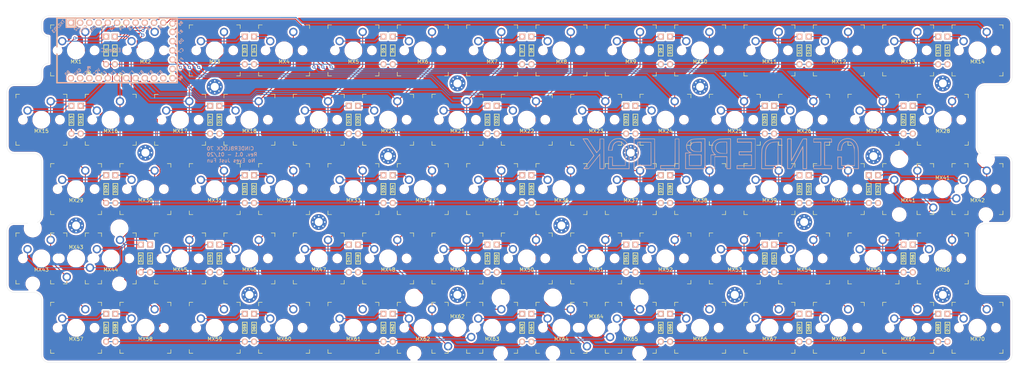
<source format=kicad_pcb>
(kicad_pcb (version 20171130) (host pcbnew "(5.1.5-0-10_14)")
  (layers (0 F.Cu signal hide) (31 B.Cu signal) (34 B.Paste user hide) (35 F.Paste user hide) (36 B.SilkS user hide) (37 F.SilkS user hide) (38 B.Mask user hide) (39 F.Mask user hide) (44 Edge.Cuts user))
  (net 0 "")
  (net 1 "Net-(D1-Pad2)")
  (net 2 "Net-(D2-Pad2)")
  (net 3 "Net-(D3-Pad2)")
  (net 4 "Net-(D4-Pad2)")
  (net 5 "Net-(D5-Pad2)")
  (net 6 "Net-(D6-Pad2)")
  (net 7 "Net-(D7-Pad2)")
  (net 8 "Net-(D8-Pad2)")
  (net 9 "Net-(D9-Pad2)")
  (net 10 "Net-(D10-Pad2)")
  (net 11 "Net-(D11-Pad2)")
  (net 12 "Net-(D12-Pad2)")
  (net 13 "Net-(D13-Pad2)")
  (net 14 "Net-(D14-Pad2)")
  (net 15 "Net-(D15-Pad2)")
  (net 16 "Net-(D16-Pad2)")
  (net 17 "Net-(D17-Pad2)")
  (net 18 "Net-(D18-Pad2)")
  (net 19 "Net-(D19-Pad2)")
  (net 20 "Net-(D20-Pad2)")
  (net 21 "Net-(D21-Pad2)")
  (net 22 "Net-(D22-Pad2)")
  (net 23 "Net-(D23-Pad2)")
  (net 24 "Net-(D24-Pad2)")
  (net 25 "Net-(D25-Pad2)")
  (net 26 "Net-(D26-Pad2)")
  (net 27 "Net-(D27-Pad2)")
  (net 28 "Net-(D28-Pad2)")
  (net 29 "Net-(D29-Pad2)")
  (net 30 "Net-(D30-Pad2)")
  (net 31 "Net-(D31-Pad2)")
  (net 32 "Net-(D32-Pad2)")
  (net 33 "Net-(D33-Pad2)")
  (net 34 "Net-(D34-Pad2)")
  (net 35 "Net-(D35-Pad2)")
  (net 36 "Net-(D36-Pad2)")
  (net 37 "Net-(D37-Pad2)")
  (net 38 "Net-(D38-Pad2)")
  (net 39 "Net-(D39-Pad2)")
  (net 40 "Net-(D40-Pad2)")
  (net 41 "Net-(D41-Pad2)")
  (net 42 "Net-(D42-Pad2)")
  (net 43 "Net-(D43-Pad2)")
  (net 44 "Net-(D44-Pad2)")
  (net 45 "Net-(D45-Pad2)")
  (net 46 "Net-(D46-Pad2)")
  (net 47 "Net-(D47-Pad2)")
  (net 48 "Net-(D48-Pad2)")
  (net 49 "Net-(D49-Pad2)")
  (net 50 "Net-(D50-Pad2)")
  (net 51 "Net-(D51-Pad2)")
  (net 52 "Net-(D52-Pad2)")
  (net 53 "Net-(D53-Pad2)")
  (net 54 "Net-(D54-Pad2)")
  (net 55 "Net-(D55-Pad2)")
  (net 56 "Net-(D56-Pad2)")
  (net 57 "Net-(D57-Pad2)")
  (net 58 "Net-(D58-Pad2)")
  (net 59 "Net-(D59-Pad2)")
  (net 60 "Net-(D60-Pad2)")
  (net 61 "Net-(D61-Pad2)")
  (net 62 "Net-(D62-Pad2)")
  (net 63 "Net-(D63-Pad2)")
  (net 64 "Net-(D64-Pad2)")
  (net 65 "Net-(D65-Pad2)")
  (net 66 "Net-(D66-Pad2)")
  (net 67 "Net-(D67-Pad2)")
  (net 68 "Net-(D68-Pad2)")
  (net 69 "Net-(D69-Pad2)")
  (net 70 "Net-(D70-Pad2)")
  (net 71 "Net-(B0-Pad1)")
  (net 72 "Net-(B0-Pad2)")
  (net 73 "Net-(B0-Pad3)")
  (net 74 "Net-(B0-Pad4)")
  (net 75 "Net-(B0-Pad5)")
  (net 76 "Net-(B0-Pad6)")
  (net 77 "Net-(B0-Pad7)")
  (net 78 "Net-(B0-Pad8)")
  (net 79 "Net-(B0-Pad9)")
  (net 80 "Net-(B0-Pad10)")
  (net 81 "Net-(B0-Pad11)")
  (net 82 "Net-(B0-Pad13)")
  (net 83 "Net-(B0-Pad14)")
  (net 84 "Net-(B0-Pad15)")
  (net 85 "Net-(B0-Pad16)")
  (net 86 "Net-(B0-Pad17)")
  (net 87 "Net-(B0-Pad18)")
  (net 88 "Net-(B0-Pad19)")
  (net 89 "Net-(B0-Pad20)")
  (net 90 "Net-(B0-Pad21)")
  (net 91 "Net-(B0-Pad22)")
  (net 92 "Net-(B0-Pad23)")
  (net 93 "Net-(B0-Pad12)")
  (net 94 "Net-(B0-Pad24)")
  (net 95 "Net-(B0-Pad29)")
  (net 96 "Net-(B0-Pad28)")
  (net 97 "Net-(B0-Pad27)")
  (net 98 "Net-(B0-Pad26)")
  (net 99 "Net-(B0-Pad25)")
  (module "Graphic LIbrary:Cinderblock" (layer B.Cu) (at 250.15 85.95 180)
    (fp_text reference G*** hide)
    (fp_text value LOGO hide)
  )
  (module "Graphic LIbrary:Brick_sm" (layer B.Cu) (at 101.9 86.4 180)
    (fp_text reference G*** hide)
    (fp_text value LOGO hide)
  )
  (module Keebio-Parts:Elite-C (layer B.Cu) (at 85.5875 57.6)
    (fp_text reference B0 hide)
    (fp_text value Elite-C_V2 hide)
    (fp_text user B2 (at 10.53 6.211 45) (layer B.SilkS) (effects (font (size 0.8 0.8)) (justify mirror)))
    (fp_text user F7 (at 2.738983 6.251407 45) (layer B.SilkS) (effects (font (size 0.8 0.8)) (justify mirror)))
    (fp_text user F6 (at 0.209322 6.251407 45) (layer B.SilkS) (effects (font (size 0.8 0.8)) (justify mirror)))
    (fp_text user F5 (at -2.320339 6.251407 45) (layer B.SilkS) (effects (font (size 0.8 0.8)) (justify mirror)))
    (fp_text user B0 (at -14.9 6.25 45) (layer B.SilkS) (effects (font (size 0.8 0.8)) (justify mirror)))
    (fp_text user GND (at -12.15 6 45) (layer B.SilkS) (effects (font (size 0.8 0.8)) (justify mirror)))
    (fp_text user RST (at -9.6 6.05 45) (layer B.SilkS) (effects (font (size 0.8 0.8)) (justify mirror)))
    (fp_text user VCC (at -6.85 5.95 45) (layer B.SilkS) (effects (font (size 0.8 0.8)) (justify mirror)))
    (fp_text user F4 (at -4.85 6.35 45) (layer B.SilkS) (effects (font (size 0.8 0.8)) (justify mirror)))
    (fp_text user B1 (at 5.30905 6.211 45) (layer B.SilkS) (effects (font (size 0.8 0.8)) (justify mirror)))
    (fp_text user B3 (at 7.919523 6.211 45) (layer B.SilkS) (effects (font (size 0.8 0.8)) (justify mirror)))
    (fp_text user B5 (at 16.2125 -7.4 45) (layer B.SilkS) (effects (font (size 0.7 0.7)) (justify mirror)))
    (fp_text user B4 (at 10.4125 -6.2 45) (layer B.SilkS) (effects (font (size 0.8 0.8)) (justify mirror)))
    (fp_text user E6 (at 7.568643 -6.206999 45) (layer B.SilkS) (effects (font (size 0.8 0.8)) (justify mirror)))
    (fp_text user D7 (at 5.056464 -6.180061 45) (layer B.SilkS) (effects (font (size 0.8 0.8)) (justify mirror)))
    (fp_text user C6 (at 2.517348 -6.180061 45) (layer B.SilkS) (effects (font (size 0.8 0.8)) (justify mirror)))
    (fp_text user D4 (at -0.021768 -6.180061 45) (layer B.SilkS) (effects (font (size 0.8 0.8)) (justify mirror)))
    (fp_text user GND (at -10.5 -5.9 45) (layer B.SilkS) (effects (font (size 0.8 0.8)) (justify mirror)))
    (fp_text user GND (at -7.95 -5.9 45) (layer B.SilkS) (effects (font (size 0.8 0.8)) (justify mirror)))
    (fp_text user D1 (at -5.1 -6.2 45) (layer B.SilkS) (effects (font (size 0.8 0.8)) (justify mirror)))
    (fp_text user D0 (at -2.560884 -6.180061 45) (layer B.SilkS) (effects (font (size 0.8 0.8)) (justify mirror)))
    (fp_text user D2 (at -12.3875 -6.05 45) (layer B.SilkS) (effects (font (size 0.8 0.8)) (justify mirror)))
    (fp_text user TX0/D3 (at -17.3875 -6.6 45) (layer B.SilkS) (effects (font (size 0.8 0.8)) (justify mirror)))
    (fp_text user B7 (at 16.2 -5.018929 45) (layer B.SilkS) (effects (font (size 0.7 0.7)) (justify mirror)))
    (fp_text user F0 (at 16.164644 5.12155 45) (layer B.SilkS) (effects (font (size 0.7 0.7)) (justify mirror)))
    (fp_text user B6 (at 16.1625 7.55 -135 unlocked) (layer B.SilkS) (effects (font (size 0.7 0.7)) (justify mirror)))
    (fp_text user C7 (at 16.319938 0.107273 45) (layer B.SilkS) (effects (font (size 0.8 0.8)) (justify mirror)))
    (fp_text user F1 (at 16.279532 2.692059 45) (layer B.SilkS) (effects (font (size 0.8 0.8)) (justify mirror)))
    (fp_text user D5 (at 16.319938 -2.517919 45) (layer B.SilkS) (effects (font (size 0.8 0.8)) (justify mirror)))
    (pad 1 thru_hole rect (at -13.97 -7.62) (size 1.7526 1.7526) (drill 1.0922) (layers *.Cu *.SilkS *.Mask) (net 71 "Net-(B0-Pad1)"))
    (pad 2 thru_hole circle (at -11.43 -7.62) (size 1.7526 1.7526) (drill 1.0922) (layers *.Cu *.SilkS *.Mask) (net 72 "Net-(B0-Pad2)"))
    (pad 3 thru_hole circle (at -8.89 -7.62) (size 1.7526 1.7526) (drill 1.0922) (layers *.Cu *.SilkS *.Mask) (net 73 "Net-(B0-Pad3)"))
    (pad 4 thru_hole circle (at -6.35 -7.62) (size 1.7526 1.7526) (drill 1.0922) (layers *.Cu *.SilkS *.Mask) (net 74 "Net-(B0-Pad4)"))
    (pad 5 thru_hole circle (at -3.81 -7.62) (size 1.7526 1.7526) (drill 1.0922) (layers *.Cu *.SilkS *.Mask) (net 75 "Net-(B0-Pad5)"))
    (pad 6 thru_hole circle (at -1.27 -7.62) (size 1.7526 1.7526) (drill 1.0922) (layers *.Cu *.SilkS *.Mask) (net 76 "Net-(B0-Pad6)"))
    (pad 7 thru_hole circle (at 1.27 -7.62) (size 1.7526 1.7526) (drill 1.0922) (layers *.Cu *.SilkS *.Mask) (net 77 "Net-(B0-Pad7)"))
    (pad 8 thru_hole circle (at 3.81 -7.62) (size 1.7526 1.7526) (drill 1.0922) (layers *.Cu *.SilkS *.Mask) (net 78 "Net-(B0-Pad8)"))
    (pad 9 thru_hole circle (at 6.35 -7.62) (size 1.7526 1.7526) (drill 1.0922) (layers *.Cu *.SilkS *.Mask) (net 79 "Net-(B0-Pad9)"))
    (pad 10 thru_hole circle (at 8.89 -7.62) (size 1.7526 1.7526) (drill 1.0922) (layers *.Cu *.SilkS *.Mask) (net 80 "Net-(B0-Pad10)"))
    (pad 11 thru_hole circle (at 11.43 -7.62) (size 1.7526 1.7526) (drill 1.0922) (layers *.Cu *.SilkS *.Mask) (net 81 "Net-(B0-Pad11)"))
    (pad 13 thru_hole circle (at 13.97 7.62) (size 1.7526 1.7526) (drill 1.0922) (layers *.Cu *.SilkS *.Mask) (net 82 "Net-(B0-Pad13)"))
    (pad 14 thru_hole circle (at 11.43 7.62) (size 1.7526 1.7526) (drill 1.0922) (layers *.Cu *.SilkS *.Mask) (net 83 "Net-(B0-Pad14)"))
    (pad 15 thru_hole circle (at 8.89 7.62) (size 1.7526 1.7526) (drill 1.0922) (layers *.Cu *.SilkS *.Mask) (net 84 "Net-(B0-Pad15)"))
    (pad 16 thru_hole circle (at 6.35 7.62) (size 1.7526 1.7526) (drill 1.0922) (layers *.Cu *.SilkS *.Mask) (net 85 "Net-(B0-Pad16)"))
    (pad 17 thru_hole circle (at 3.81 7.62) (size 1.7526 1.7526) (drill 1.0922) (layers *.Cu *.SilkS *.Mask) (net 86 "Net-(B0-Pad17)"))
    (pad 18 thru_hole circle (at 1.27 7.62) (size 1.7526 1.7526) (drill 1.0922) (layers *.Cu *.SilkS *.Mask) (net 87 "Net-(B0-Pad18)"))
    (pad 19 thru_hole circle (at -1.27 7.62) (size 1.7526 1.7526) (drill 1.0922) (layers *.Cu *.SilkS *.Mask) (net 88 "Net-(B0-Pad19)"))
    (pad 20 thru_hole circle (at -3.81 7.62) (size 1.7526 1.7526) (drill 1.0922) (layers *.Cu *.SilkS *.Mask) (net 89 "Net-(B0-Pad20)"))
    (pad 21 thru_hole circle (at -6.35 7.62) (size 1.7526 1.7526) (drill 1.0922) (layers *.Cu *.SilkS *.Mask) (net 90 "Net-(B0-Pad21)"))
    (pad 22 thru_hole circle (at -8.89 7.62) (size 1.7526 1.7526) (drill 1.0922) (layers *.Cu *.SilkS *.Mask) (net 91 "Net-(B0-Pad22)"))
    (pad 23 thru_hole circle (at -11.43 7.62) (size 1.7526 1.7526) (drill 1.0922) (layers *.Cu *.SilkS *.Mask) (net 92 "Net-(B0-Pad23)"))
    (pad 12 thru_hole circle (at 13.97 -7.3914) (size 1.7526 1.7526) (drill 1.0922) (layers *.Cu *.SilkS *.Mask) (net 93 "Net-(B0-Pad12)"))
    (pad 24 thru_hole circle (at -13.97 7.62) (size 1.7526 1.7526) (drill 1.0922) (layers *.Cu *.SilkS *.Mask) (net 94 "Net-(B0-Pad24)"))
    (pad 29 thru_hole circle (at 13.97 5.08) (size 1.7526 1.7526) (drill 1.0922) (layers *.Cu *.SilkS *.Mask) (net 95 "Net-(B0-Pad29)"))
    (pad 28 thru_hole circle (at 13.97 2.54) (size 1.7526 1.7526) (drill 1.0922) (layers *.Cu *.SilkS *.Mask) (net 96 "Net-(B0-Pad28)"))
    (pad 27 thru_hole circle (at 13.97 0) (size 1.7526 1.7526) (drill 1.0922) (layers *.Cu *.SilkS *.Mask) (net 97 "Net-(B0-Pad27)"))
    (pad 26 thru_hole circle (at 13.97 -2.54) (size 1.7526 1.7526) (drill 1.0922) (layers *.Cu *.SilkS *.Mask) (net 98 "Net-(B0-Pad26)"))
    (pad 25 thru_hole circle (at 13.97 -5.08) (size 1.7526 1.7526) (drill 1.0922) (layers *.Cu *.SilkS *.Mask) (net 99 "Net-(B0-Pad25)"))
  )
  (module keyswitches:SW_MX (layer F.Cu) (at 82.575 76.65)
    (fp_text reference MX16 (at 0 3.095) (layer F.SilkS))
    (fp_text value KEYSW)
    (pad "" np_thru_hole circle (at -5.08 0) (size 1.7018 1.7018) (drill 1.7018) (layers *.Cu *.Mask))
    (pad "" np_thru_hole circle (at 5.08 0) (size 1.7018 1.7018) (drill 1.7018) (layers *.Cu *.Mask))
    (pad 2 thru_hole circle (at -3.81 -2.54) (size 2.286 2.286) (drill 1.4986) (layers *.Cu *.Mask) (net 16 "Net-(D16-Pad2)"))
    (pad "" np_thru_hole circle (at 0 0) (size 3.9878 3.9878) (drill 3.9878) (layers *.Cu *.Mask))
    (pad 1 thru_hole circle (at 2.54 -5.08) (size 2.286 2.286) (drill 1.4986) (layers *.Cu *.Mask) (net 88 "Net-(B0-Pad19)"))
  )
  (module MountingHole:MountingHole_2.2mm_M2_Pad_Via (layer F.Cu) (at 311.175 66.65)
    (fp_text reference REF** hide)
    (fp_text value MountingHole_2.2mm_M2_Pad_Via)
    (pad 1 thru_hole circle (at 1.166726 -1.166726) (size 0.7 0.7) (drill 0.4) (layers *.Cu *.Mask))
    (pad 1 thru_hole circle (at 0 -1.65) (size 0.7 0.7) (drill 0.4) (layers *.Cu *.Mask))
    (pad 1 thru_hole circle (at -1.166726 -1.166726) (size 0.7 0.7) (drill 0.4) (layers *.Cu *.Mask))
    (pad 1 thru_hole circle (at -1.65 0) (size 0.7 0.7) (drill 0.4) (layers *.Cu *.Mask))
    (pad 1 thru_hole circle (at -1.166726 1.166726) (size 0.7 0.7) (drill 0.4) (layers *.Cu *.Mask))
    (pad 1 thru_hole circle (at 0 1.65) (size 0.7 0.7) (drill 0.4) (layers *.Cu *.Mask))
    (pad 1 thru_hole circle (at 1.166726 1.166726) (size 0.7 0.7) (drill 0.4) (layers *.Cu *.Mask))
    (pad 1 thru_hole circle (at 1.65 0) (size 0.7 0.7) (drill 0.4) (layers *.Cu *.Mask))
    (pad 1 thru_hole circle (at 0 0) (size 4.4 4.4) (drill 2.2) (layers *.Cu *.Mask))
  )
  (module MountingHole:MountingHole_2.2mm_M2_Pad_Via (layer F.Cu) (at 206.4 105.7)
    (fp_text reference REF** hide)
    (fp_text value MountingHole_2.2mm_M2_Pad_Via)
    (pad 1 thru_hole circle (at 1.166726 -1.166726) (size 0.7 0.7) (drill 0.4) (layers *.Cu *.Mask))
    (pad 1 thru_hole circle (at 0 -1.65) (size 0.7 0.7) (drill 0.4) (layers *.Cu *.Mask))
    (pad 1 thru_hole circle (at -1.166726 -1.166726) (size 0.7 0.7) (drill 0.4) (layers *.Cu *.Mask))
    (pad 1 thru_hole circle (at -1.65 0) (size 0.7 0.7) (drill 0.4) (layers *.Cu *.Mask))
    (pad 1 thru_hole circle (at -1.166726 1.166726) (size 0.7 0.7) (drill 0.4) (layers *.Cu *.Mask))
    (pad 1 thru_hole circle (at 0 1.65) (size 0.7 0.7) (drill 0.4) (layers *.Cu *.Mask))
    (pad 1 thru_hole circle (at 1.166726 1.166726) (size 0.7 0.7) (drill 0.4) (layers *.Cu *.Mask))
    (pad 1 thru_hole circle (at 1.65 0) (size 0.7 0.7) (drill 0.4) (layers *.Cu *.Mask))
    (pad 1 thru_hole circle (at 0 0) (size 4.4 4.4) (drill 2.2) (layers *.Cu *.Mask))
  )
  (module MountingHole:MountingHole_2.2mm_M2_Pad_Via (layer F.Cu) (at 311.175 124.75)
    (fp_text reference REF** hide)
    (fp_text value MountingHole_2.2mm_M2_Pad_Via)
    (pad 1 thru_hole circle (at 1.166726 -1.166726) (size 0.7 0.7) (drill 0.4) (layers *.Cu *.Mask))
    (pad 1 thru_hole circle (at 0 -1.65) (size 0.7 0.7) (drill 0.4) (layers *.Cu *.Mask))
    (pad 1 thru_hole circle (at -1.166726 -1.166726) (size 0.7 0.7) (drill 0.4) (layers *.Cu *.Mask))
    (pad 1 thru_hole circle (at -1.65 0) (size 0.7 0.7) (drill 0.4) (layers *.Cu *.Mask))
    (pad 1 thru_hole circle (at -1.166726 1.166726) (size 0.7 0.7) (drill 0.4) (layers *.Cu *.Mask))
    (pad 1 thru_hole circle (at 0 1.65) (size 0.7 0.7) (drill 0.4) (layers *.Cu *.Mask))
    (pad 1 thru_hole circle (at 1.166726 1.166726) (size 0.7 0.7) (drill 0.4) (layers *.Cu *.Mask))
    (pad 1 thru_hole circle (at 1.65 0) (size 0.7 0.7) (drill 0.4) (layers *.Cu *.Mask))
    (pad 1 thru_hole circle (at 0 0) (size 4.4 4.4) (drill 2.2) (layers *.Cu *.Mask))
  )
  (module MountingHole:MountingHole_2.2mm_M2_Pad_Via (layer F.Cu) (at 292.125 86.65)
    (fp_text reference REF** hide)
    (fp_text value MountingHole_2.2mm_M2_Pad_Via)
    (pad 1 thru_hole circle (at 0 0) (size 4.4 4.4) (drill 2.2) (layers *.Cu *.Mask))
    (pad 1 thru_hole circle (at 1.65 0) (size 0.7 0.7) (drill 0.4) (layers *.Cu *.Mask))
    (pad 1 thru_hole circle (at 1.166726 1.166726) (size 0.7 0.7) (drill 0.4) (layers *.Cu *.Mask))
    (pad 1 thru_hole circle (at 0 1.65) (size 0.7 0.7) (drill 0.4) (layers *.Cu *.Mask))
    (pad 1 thru_hole circle (at -1.166726 1.166726) (size 0.7 0.7) (drill 0.4) (layers *.Cu *.Mask))
    (pad 1 thru_hole circle (at -1.65 0) (size 0.7 0.7) (drill 0.4) (layers *.Cu *.Mask))
    (pad 1 thru_hole circle (at -1.166726 -1.166726) (size 0.7 0.7) (drill 0.4) (layers *.Cu *.Mask))
    (pad 1 thru_hole circle (at 0 -1.65) (size 0.7 0.7) (drill 0.4) (layers *.Cu *.Mask))
    (pad 1 thru_hole circle (at 1.166726 -1.166726) (size 0.7 0.7) (drill 0.4) (layers *.Cu *.Mask))
  )
  (module MountingHole:MountingHole_2.2mm_M2_Pad_Via (layer F.Cu) (at 225.45 85.7)
    (fp_text reference REF** hide)
    (fp_text value MountingHole_2.2mm_M2_Pad_Via)
    (pad 1 thru_hole circle (at 1.166726 -1.166726) (size 0.7 0.7) (drill 0.4) (layers *.Cu *.Mask))
    (pad 1 thru_hole circle (at 0 -1.65) (size 0.7 0.7) (drill 0.4) (layers *.Cu *.Mask))
    (pad 1 thru_hole circle (at -1.166726 -1.166726) (size 0.7 0.7) (drill 0.4) (layers *.Cu *.Mask))
    (pad 1 thru_hole circle (at -1.65 0) (size 0.7 0.7) (drill 0.4) (layers *.Cu *.Mask))
    (pad 1 thru_hole circle (at -1.166726 1.166726) (size 0.7 0.7) (drill 0.4) (layers *.Cu *.Mask))
    (pad 1 thru_hole circle (at 0 1.65) (size 0.7 0.7) (drill 0.4) (layers *.Cu *.Mask))
    (pad 1 thru_hole circle (at 1.166726 1.166726) (size 0.7 0.7) (drill 0.4) (layers *.Cu *.Mask))
    (pad 1 thru_hole circle (at 1.65 0) (size 0.7 0.7) (drill 0.4) (layers *.Cu *.Mask))
    (pad 1 thru_hole circle (at 0 0) (size 4.4 4.4) (drill 2.2) (layers *.Cu *.Mask))
  )
  (module MountingHole:MountingHole_2.2mm_M2_Pad_Via (layer F.Cu) (at 273.075 104.75)
    (fp_text reference REF** hide)
    (fp_text value MountingHole_2.2mm_M2_Pad_Via)
    (pad 1 thru_hole circle (at 1.166726 -1.166726) (size 0.7 0.7) (drill 0.4) (layers *.Cu *.Mask))
    (pad 1 thru_hole circle (at 0 -1.65) (size 0.7 0.7) (drill 0.4) (layers *.Cu *.Mask))
    (pad 1 thru_hole circle (at -1.166726 -1.166726) (size 0.7 0.7) (drill 0.4) (layers *.Cu *.Mask))
    (pad 1 thru_hole circle (at -1.65 0) (size 0.7 0.7) (drill 0.4) (layers *.Cu *.Mask))
    (pad 1 thru_hole circle (at -1.166726 1.166726) (size 0.7 0.7) (drill 0.4) (layers *.Cu *.Mask))
    (pad 1 thru_hole circle (at 0 1.65) (size 0.7 0.7) (drill 0.4) (layers *.Cu *.Mask))
    (pad 1 thru_hole circle (at 1.166726 1.166726) (size 0.7 0.7) (drill 0.4) (layers *.Cu *.Mask))
    (pad 1 thru_hole circle (at 1.65 0) (size 0.7 0.7) (drill 0.4) (layers *.Cu *.Mask))
    (pad 1 thru_hole circle (at 0 0) (size 4.4 4.4) (drill 2.2) (layers *.Cu *.Mask))
  )
  (module MountingHole:MountingHole_2.2mm_M2_Pad_Via (layer F.Cu) (at 254.025 124.75)
    (fp_text reference REF** hide)
    (fp_text value MountingHole_2.2mm_M2_Pad_Via)
    (pad 1 thru_hole circle (at 0 0) (size 4.4 4.4) (drill 2.2) (layers *.Cu *.Mask))
    (pad 1 thru_hole circle (at 1.65 0) (size 0.7 0.7) (drill 0.4) (layers *.Cu *.Mask))
    (pad 1 thru_hole circle (at 1.166726 1.166726) (size 0.7 0.7) (drill 0.4) (layers *.Cu *.Mask))
    (pad 1 thru_hole circle (at 0 1.65) (size 0.7 0.7) (drill 0.4) (layers *.Cu *.Mask))
    (pad 1 thru_hole circle (at -1.166726 1.166726) (size 0.7 0.7) (drill 0.4) (layers *.Cu *.Mask))
    (pad 1 thru_hole circle (at -1.65 0) (size 0.7 0.7) (drill 0.4) (layers *.Cu *.Mask))
    (pad 1 thru_hole circle (at -1.166726 -1.166726) (size 0.7 0.7) (drill 0.4) (layers *.Cu *.Mask))
    (pad 1 thru_hole circle (at 0 -1.65) (size 0.7 0.7) (drill 0.4) (layers *.Cu *.Mask))
    (pad 1 thru_hole circle (at 1.166726 -1.166726) (size 0.7 0.7) (drill 0.4) (layers *.Cu *.Mask))
  )
  (module MountingHole:MountingHole_2.2mm_M2_Pad_Via (layer F.Cu) (at 244.5 67.6)
    (fp_text reference REF** hide)
    (fp_text value MountingHole_2.2mm_M2_Pad_Via)
    (pad 1 thru_hole circle (at 0 0) (size 4.4 4.4) (drill 2.2) (layers *.Cu *.Mask))
    (pad 1 thru_hole circle (at 1.65 0) (size 0.7 0.7) (drill 0.4) (layers *.Cu *.Mask))
    (pad 1 thru_hole circle (at 1.166726 1.166726) (size 0.7 0.7) (drill 0.4) (layers *.Cu *.Mask))
    (pad 1 thru_hole circle (at 0 1.65) (size 0.7 0.7) (drill 0.4) (layers *.Cu *.Mask))
    (pad 1 thru_hole circle (at -1.166726 1.166726) (size 0.7 0.7) (drill 0.4) (layers *.Cu *.Mask))
    (pad 1 thru_hole circle (at -1.65 0) (size 0.7 0.7) (drill 0.4) (layers *.Cu *.Mask))
    (pad 1 thru_hole circle (at -1.166726 -1.166726) (size 0.7 0.7) (drill 0.4) (layers *.Cu *.Mask))
    (pad 1 thru_hole circle (at 0 -1.65) (size 0.7 0.7) (drill 0.4) (layers *.Cu *.Mask))
    (pad 1 thru_hole circle (at 1.166726 -1.166726) (size 0.7 0.7) (drill 0.4) (layers *.Cu *.Mask))
  )
  (module MountingHole:MountingHole_2.2mm_M2_Pad_Via (layer F.Cu) (at 177.825 124.75)
    (fp_text reference REF** hide)
    (fp_text value MountingHole_2.2mm_M2_Pad_Via)
    (pad 1 thru_hole circle (at 0 0) (size 4.4 4.4) (drill 2.2) (layers *.Cu *.Mask))
    (pad 1 thru_hole circle (at 1.65 0) (size 0.7 0.7) (drill 0.4) (layers *.Cu *.Mask))
    (pad 1 thru_hole circle (at 1.166726 1.166726) (size 0.7 0.7) (drill 0.4) (layers *.Cu *.Mask))
    (pad 1 thru_hole circle (at 0 1.65) (size 0.7 0.7) (drill 0.4) (layers *.Cu *.Mask))
    (pad 1 thru_hole circle (at -1.166726 1.166726) (size 0.7 0.7) (drill 0.4) (layers *.Cu *.Mask))
    (pad 1 thru_hole circle (at -1.65 0) (size 0.7 0.7) (drill 0.4) (layers *.Cu *.Mask))
    (pad 1 thru_hole circle (at -1.166726 -1.166726) (size 0.7 0.7) (drill 0.4) (layers *.Cu *.Mask))
    (pad 1 thru_hole circle (at 0 -1.65) (size 0.7 0.7) (drill 0.4) (layers *.Cu *.Mask))
    (pad 1 thru_hole circle (at 1.166726 -1.166726) (size 0.7 0.7) (drill 0.4) (layers *.Cu *.Mask))
  )
  (module Keebio-Parts:Diode (layer F.Cu) (at 81.3 57.6 90)
    (fp_text reference D1 (at 0 0 270) (layer F.SilkS) (effects (font (size 0.635 0.762) (thickness 0.15875))))
    (fp_text value D hide)
    (pad 2 thru_hole rect (at 3.81 0 90) (size 1.651 1.651) (drill 0.9906) (layers *.Cu *.SilkS *.Mask) (net 1 "Net-(D1-Pad2)"))
    (pad 1 thru_hole circle (at -3.81 0 90) (size 1.651 1.651) (drill 0.9906) (layers *.Cu *.SilkS *.Mask) (net 75 "Net-(B0-Pad5)"))
  )
  (module Keebio-Parts:Diode (layer F.Cu) (at 83.7 57.6 90)
    (fp_text reference D2 (at 0 0 90) (layer F.SilkS) (effects (font (size 0.635 0.762) (thickness 0.15875))))
    (fp_text value D hide)
    (pad 2 thru_hole rect (at 3.81 0 90) (size 1.651 1.651) (drill 0.9906) (layers *.Cu *.SilkS *.Mask) (net 2 "Net-(D2-Pad2)"))
    (pad 1 thru_hole circle (at -3.81 0 90) (size 1.651 1.651) (drill 0.9906) (layers *.Cu *.SilkS *.Mask) (net 75 "Net-(B0-Pad5)"))
  )
  (module Keebio-Parts:Diode (layer F.Cu) (at 119.4 57.6 90)
    (fp_text reference D3 (at 0 0 90) (layer F.SilkS) (effects (font (size 0.635 0.762) (thickness 0.15875))))
    (fp_text value D hide)
    (pad 2 thru_hole rect (at 3.81 0 90) (size 1.651 1.651) (drill 0.9906) (layers *.Cu *.SilkS *.Mask) (net 3 "Net-(D3-Pad2)"))
    (pad 1 thru_hole circle (at -3.81 0 90) (size 1.651 1.651) (drill 0.9906) (layers *.Cu *.SilkS *.Mask) (net 75 "Net-(B0-Pad5)"))
  )
  (module Keebio-Parts:Diode (layer F.Cu) (at 121.95 57.6 90)
    (fp_text reference D4 (at 0 0 90) (layer F.SilkS) (effects (font (size 0.635 0.762) (thickness 0.15875))))
    (fp_text value D hide)
    (pad 2 thru_hole rect (at 3.81 0 90) (size 1.651 1.651) (drill 0.9906) (layers *.Cu *.SilkS *.Mask) (net 4 "Net-(D4-Pad2)"))
    (pad 1 thru_hole circle (at -3.81 0 90) (size 1.651 1.651) (drill 0.9906) (layers *.Cu *.SilkS *.Mask) (net 75 "Net-(B0-Pad5)"))
  )
  (module Keebio-Parts:Diode (layer F.Cu) (at 157.5 57.6 90)
    (fp_text reference D5 (at 0 0 90) (layer F.SilkS) (effects (font (size 0.635 0.762) (thickness 0.15875))))
    (fp_text value D hide)
    (pad 2 thru_hole rect (at 3.81 0 90) (size 1.651 1.651) (drill 0.9906) (layers *.Cu *.SilkS *.Mask) (net 5 "Net-(D5-Pad2)"))
    (pad 1 thru_hole circle (at -3.81 0 90) (size 1.651 1.651) (drill 0.9906) (layers *.Cu *.SilkS *.Mask) (net 75 "Net-(B0-Pad5)"))
  )
  (module Keebio-Parts:Diode (layer F.Cu) (at 160.05 57.6 90)
    (fp_text reference D6 (at 0 0 90) (layer F.SilkS) (effects (font (size 0.635 0.762) (thickness 0.15875))))
    (fp_text value D hide)
    (pad 2 thru_hole rect (at 3.81 0 90) (size 1.651 1.651) (drill 0.9906) (layers *.Cu *.SilkS *.Mask) (net 6 "Net-(D6-Pad2)"))
    (pad 1 thru_hole circle (at -3.81 0 90) (size 1.651 1.651) (drill 0.9906) (layers *.Cu *.SilkS *.Mask) (net 75 "Net-(B0-Pad5)"))
  )
  (module Keebio-Parts:Diode (layer F.Cu) (at 195.6 57.6 90)
    (fp_text reference D7 (at 0 0 90) (layer F.SilkS) (effects (font (size 0.635 0.762) (thickness 0.15875))))
    (fp_text value D hide)
    (pad 2 thru_hole rect (at 3.81 0 90) (size 1.651 1.651) (drill 0.9906) (layers *.Cu *.SilkS *.Mask) (net 7 "Net-(D7-Pad2)"))
    (pad 1 thru_hole circle (at -3.81 0 90) (size 1.651 1.651) (drill 0.9906) (layers *.Cu *.SilkS *.Mask) (net 75 "Net-(B0-Pad5)"))
  )
  (module Keebio-Parts:Diode (layer F.Cu) (at 198.15 57.6 90)
    (fp_text reference D8 (at 0 0 90) (layer F.SilkS) (effects (font (size 0.635 0.762) (thickness 0.15875))))
    (fp_text value D hide)
    (pad 2 thru_hole rect (at 3.81 0 90) (size 1.651 1.651) (drill 0.9906) (layers *.Cu *.SilkS *.Mask) (net 8 "Net-(D8-Pad2)"))
    (pad 1 thru_hole circle (at -3.81 0 90) (size 1.651 1.651) (drill 0.9906) (layers *.Cu *.SilkS *.Mask) (net 75 "Net-(B0-Pad5)"))
  )
  (module Keebio-Parts:Diode (layer F.Cu) (at 233.7 57.6 90)
    (fp_text reference D9 (at 0 0 90) (layer F.SilkS) (effects (font (size 0.635 0.762) (thickness 0.15875))))
    (fp_text value D hide)
    (pad 2 thru_hole rect (at 3.81 0 90) (size 1.651 1.651) (drill 0.9906) (layers *.Cu *.SilkS *.Mask) (net 9 "Net-(D9-Pad2)"))
    (pad 1 thru_hole circle (at -3.81 0 90) (size 1.651 1.651) (drill 0.9906) (layers *.Cu *.SilkS *.Mask) (net 75 "Net-(B0-Pad5)"))
  )
  (module Keebio-Parts:Diode (layer F.Cu) (at 236.25 57.6 90)
    (fp_text reference D10 (at 0 0 90) (layer F.SilkS) (effects (font (size 0.635 0.762) (thickness 0.15875))))
    (fp_text value D hide)
    (pad 2 thru_hole rect (at 3.81 0 90) (size 1.651 1.651) (drill 0.9906) (layers *.Cu *.SilkS *.Mask) (net 10 "Net-(D10-Pad2)"))
    (pad 1 thru_hole circle (at -3.81 0 90) (size 1.651 1.651) (drill 0.9906) (layers *.Cu *.SilkS *.Mask) (net 75 "Net-(B0-Pad5)"))
  )
  (module Keebio-Parts:Diode (layer F.Cu) (at 271.8 57.6 90)
    (fp_text reference D11 (at 0 0 90) (layer F.SilkS) (effects (font (size 0.635 0.762) (thickness 0.15875))))
    (fp_text value D hide)
    (pad 2 thru_hole rect (at 3.81 0 90) (size 1.651 1.651) (drill 0.9906) (layers *.Cu *.SilkS *.Mask) (net 11 "Net-(D11-Pad2)"))
    (pad 1 thru_hole circle (at -3.81 0 90) (size 1.651 1.651) (drill 0.9906) (layers *.Cu *.SilkS *.Mask) (net 75 "Net-(B0-Pad5)"))
  )
  (module Keebio-Parts:Diode (layer F.Cu) (at 274.35 57.6 90)
    (fp_text reference D12 (at 0 0 90) (layer F.SilkS) (effects (font (size 0.635 0.762) (thickness 0.15875))))
    (fp_text value D hide)
    (pad 2 thru_hole rect (at 3.81 0 90) (size 1.651 1.651) (drill 0.9906) (layers *.Cu *.SilkS *.Mask) (net 12 "Net-(D12-Pad2)"))
    (pad 1 thru_hole circle (at -3.81 0 90) (size 1.651 1.651) (drill 0.9906) (layers *.Cu *.SilkS *.Mask) (net 75 "Net-(B0-Pad5)"))
  )
  (module Keebio-Parts:Diode (layer F.Cu) (at 309.9 57.6 90)
    (fp_text reference D13 (at 0 0 90) (layer F.SilkS) (effects (font (size 0.635 0.762) (thickness 0.15875))))
    (fp_text value D hide)
    (pad 2 thru_hole rect (at 3.81 0 90) (size 1.651 1.651) (drill 0.9906) (layers *.Cu *.SilkS *.Mask) (net 13 "Net-(D13-Pad2)"))
    (pad 1 thru_hole circle (at -3.81 0 90) (size 1.651 1.651) (drill 0.9906) (layers *.Cu *.SilkS *.Mask) (net 75 "Net-(B0-Pad5)"))
  )
  (module Keebio-Parts:Diode (layer F.Cu) (at 312.45 57.6 90)
    (fp_text reference D14 (at 0 0 90) (layer F.SilkS) (effects (font (size 0.635 0.762) (thickness 0.15875))))
    (fp_text value D hide)
    (pad 2 thru_hole rect (at 3.81 0 90) (size 1.651 1.651) (drill 0.9906) (layers *.Cu *.SilkS *.Mask) (net 14 "Net-(D14-Pad2)"))
    (pad 1 thru_hole circle (at -3.81 0 90) (size 1.651 1.651) (drill 0.9906) (layers *.Cu *.SilkS *.Mask) (net 75 "Net-(B0-Pad5)"))
  )
  (module Keebio-Parts:Diode (layer F.Cu) (at 71.775 76.65 90)
    (fp_text reference D15 (at 0 0 90) (layer F.SilkS) (effects (font (size 0.635 0.762) (thickness 0.15875))))
    (fp_text value D hide)
    (pad 2 thru_hole rect (at 3.81 0 90) (size 1.651 1.651) (drill 0.9906) (layers *.Cu *.SilkS *.Mask) (net 15 "Net-(D15-Pad2)"))
    (pad 1 thru_hole circle (at -3.81 0 90) (size 1.651 1.651) (drill 0.9906) (layers *.Cu *.SilkS *.Mask) (net 76 "Net-(B0-Pad6)"))
  )
  (module Keebio-Parts:Diode (layer F.Cu) (at 74.325 76.65 90)
    (fp_text reference D16 (at 0 0 90) (layer F.SilkS) (effects (font (size 0.635 0.762) (thickness 0.15875))))
    (fp_text value D hide)
    (pad 2 thru_hole rect (at 3.81 0 90) (size 1.651 1.651) (drill 0.9906) (layers *.Cu *.SilkS *.Mask) (net 16 "Net-(D16-Pad2)"))
    (pad 1 thru_hole circle (at -3.81 0 90) (size 1.651 1.651) (drill 0.9906) (layers *.Cu *.SilkS *.Mask) (net 76 "Net-(B0-Pad6)"))
  )
  (module Keebio-Parts:Diode (layer F.Cu) (at 109.875 76.65 90)
    (fp_text reference D17 (at 0 0 90) (layer F.SilkS) (effects (font (size 0.635 0.762) (thickness 0.15875))))
    (fp_text value D hide)
    (pad 2 thru_hole rect (at 3.81 0 90) (size 1.651 1.651) (drill 0.9906) (layers *.Cu *.SilkS *.Mask) (net 17 "Net-(D17-Pad2)"))
    (pad 1 thru_hole circle (at -3.81 0 90) (size 1.651 1.651) (drill 0.9906) (layers *.Cu *.SilkS *.Mask) (net 76 "Net-(B0-Pad6)"))
  )
  (module Keebio-Parts:Diode (layer F.Cu) (at 112.425 76.65 90)
    (fp_text reference D18 (at 0 0 90) (layer F.SilkS) (effects (font (size 0.635 0.762) (thickness 0.15875))))
    (fp_text value D hide)
    (pad 2 thru_hole rect (at 3.81 0 90) (size 1.651 1.651) (drill 0.9906) (layers *.Cu *.SilkS *.Mask) (net 18 "Net-(D18-Pad2)"))
    (pad 1 thru_hole circle (at -3.81 0 90) (size 1.651 1.651) (drill 0.9906) (layers *.Cu *.SilkS *.Mask) (net 76 "Net-(B0-Pad6)"))
  )
  (module Keebio-Parts:Diode (layer F.Cu) (at 147.975 76.65 90)
    (fp_text reference D19 (at 0 0 90) (layer F.SilkS) (effects (font (size 0.635 0.762) (thickness 0.15875))))
    (fp_text value D hide)
    (pad 2 thru_hole rect (at 3.81 0 90) (size 1.651 1.651) (drill 0.9906) (layers *.Cu *.SilkS *.Mask) (net 19 "Net-(D19-Pad2)"))
    (pad 1 thru_hole circle (at -3.81 0 90) (size 1.651 1.651) (drill 0.9906) (layers *.Cu *.SilkS *.Mask) (net 76 "Net-(B0-Pad6)"))
  )
  (module Keebio-Parts:Diode (layer F.Cu) (at 150.525 76.65 90)
    (fp_text reference D20 (at 0 0 90) (layer F.SilkS) (effects (font (size 0.635 0.762) (thickness 0.15875))))
    (fp_text value D hide)
    (pad 2 thru_hole rect (at 3.81 0 90) (size 1.651 1.651) (drill 0.9906) (layers *.Cu *.SilkS *.Mask) (net 20 "Net-(D20-Pad2)"))
    (pad 1 thru_hole circle (at -3.81 0 90) (size 1.651 1.651) (drill 0.9906) (layers *.Cu *.SilkS *.Mask) (net 76 "Net-(B0-Pad6)"))
  )
  (module Keebio-Parts:Diode (layer F.Cu) (at 186.075 76.65 90)
    (fp_text reference D21 (at 0 0 90) (layer F.SilkS) (effects (font (size 0.635 0.762) (thickness 0.15875))))
    (fp_text value D hide)
    (pad 2 thru_hole rect (at 3.81 0 90) (size 1.651 1.651) (drill 0.9906) (layers *.Cu *.SilkS *.Mask) (net 21 "Net-(D21-Pad2)"))
    (pad 1 thru_hole circle (at -3.81 0 90) (size 1.651 1.651) (drill 0.9906) (layers *.Cu *.SilkS *.Mask) (net 76 "Net-(B0-Pad6)"))
  )
  (module Keebio-Parts:Diode (layer F.Cu) (at 188.625 76.65 90)
    (fp_text reference D22 (at 0 0 90) (layer F.SilkS) (effects (font (size 0.635 0.762) (thickness 0.15875))))
    (fp_text value D hide)
    (pad 2 thru_hole rect (at 3.81 0 90) (size 1.651 1.651) (drill 0.9906) (layers *.Cu *.SilkS *.Mask) (net 22 "Net-(D22-Pad2)"))
    (pad 1 thru_hole circle (at -3.81 0 90) (size 1.651 1.651) (drill 0.9906) (layers *.Cu *.SilkS *.Mask) (net 76 "Net-(B0-Pad6)"))
  )
  (module Keebio-Parts:Diode (layer F.Cu) (at 224.175 76.65 90)
    (fp_text reference D23 (at 0 0 90) (layer F.SilkS) (effects (font (size 0.635 0.762) (thickness 0.15875))))
    (fp_text value D hide)
    (pad 2 thru_hole rect (at 3.81 0 90) (size 1.651 1.651) (drill 0.9906) (layers *.Cu *.SilkS *.Mask) (net 23 "Net-(D23-Pad2)"))
    (pad 1 thru_hole circle (at -3.81 0 90) (size 1.651 1.651) (drill 0.9906) (layers *.Cu *.SilkS *.Mask) (net 76 "Net-(B0-Pad6)"))
  )
  (module Keebio-Parts:Diode (layer F.Cu) (at 226.725 76.65 90)
    (fp_text reference D24 (at 0 0 90) (layer F.SilkS) (effects (font (size 0.635 0.762) (thickness 0.15875))))
    (fp_text value D hide)
    (pad 2 thru_hole rect (at 3.81 0 90) (size 1.651 1.651) (drill 0.9906) (layers *.Cu *.SilkS *.Mask) (net 24 "Net-(D24-Pad2)"))
    (pad 1 thru_hole circle (at -3.81 0 90) (size 1.651 1.651) (drill 0.9906) (layers *.Cu *.SilkS *.Mask) (net 76 "Net-(B0-Pad6)"))
  )
  (module Keebio-Parts:Diode (layer F.Cu) (at 262.275 76.65 90)
    (fp_text reference D25 (at 0 0 90) (layer F.SilkS) (effects (font (size 0.635 0.762) (thickness 0.15875))))
    (fp_text value D hide)
    (pad 2 thru_hole rect (at 3.81 0 90) (size 1.651 1.651) (drill 0.9906) (layers *.Cu *.SilkS *.Mask) (net 25 "Net-(D25-Pad2)"))
    (pad 1 thru_hole circle (at -3.81 0 90) (size 1.651 1.651) (drill 0.9906) (layers *.Cu *.SilkS *.Mask) (net 76 "Net-(B0-Pad6)"))
  )
  (module Keebio-Parts:Diode (layer F.Cu) (at 264.825 76.65 90)
    (fp_text reference D26 (at 0 0 90) (layer F.SilkS) (effects (font (size 0.635 0.762) (thickness 0.15875))))
    (fp_text value D hide)
    (pad 2 thru_hole rect (at 3.81 0 90) (size 1.651 1.651) (drill 0.9906) (layers *.Cu *.SilkS *.Mask) (net 26 "Net-(D26-Pad2)"))
    (pad 1 thru_hole circle (at -3.81 0 90) (size 1.651 1.651) (drill 0.9906) (layers *.Cu *.SilkS *.Mask) (net 76 "Net-(B0-Pad6)"))
  )
  (module Keebio-Parts:Diode (layer F.Cu) (at 300.375 76.65 90)
    (fp_text reference D27 (at 0 0 90) (layer F.SilkS) (effects (font (size 0.635 0.762) (thickness 0.15875))))
    (fp_text value D hide)
    (pad 2 thru_hole rect (at 3.81 0 90) (size 1.651 1.651) (drill 0.9906) (layers *.Cu *.SilkS *.Mask) (net 27 "Net-(D27-Pad2)"))
    (pad 1 thru_hole circle (at -3.81 0 90) (size 1.651 1.651) (drill 0.9906) (layers *.Cu *.SilkS *.Mask) (net 76 "Net-(B0-Pad6)"))
  )
  (module Keebio-Parts:Diode (layer F.Cu) (at 302.925 76.65 90)
    (fp_text reference D28 (at 0 0 90) (layer F.SilkS) (effects (font (size 0.635 0.762) (thickness 0.15875))))
    (fp_text value D hide)
    (pad 2 thru_hole rect (at 3.81 0 90) (size 1.651 1.651) (drill 0.9906) (layers *.Cu *.SilkS *.Mask) (net 28 "Net-(D28-Pad2)"))
    (pad 1 thru_hole circle (at -3.81 0 90) (size 1.651 1.651) (drill 0.9906) (layers *.Cu *.SilkS *.Mask) (net 76 "Net-(B0-Pad6)"))
  )
  (module Keebio-Parts:Diode (layer F.Cu) (at 81.3 95.7 90)
    (fp_text reference D29 (at 0 0 90) (layer F.SilkS) (effects (font (size 0.635 0.762) (thickness 0.15875))))
    (fp_text value D hide)
    (pad 2 thru_hole rect (at 3.81 0 90) (size 1.651 1.651) (drill 0.9906) (layers *.Cu *.SilkS *.Mask) (net 29 "Net-(D29-Pad2)"))
    (pad 1 thru_hole circle (at -3.81 0 90) (size 1.651 1.651) (drill 0.9906) (layers *.Cu *.SilkS *.Mask) (net 77 "Net-(B0-Pad7)"))
  )
  (module Keebio-Parts:Diode (layer F.Cu) (at 83.85 95.7 90)
    (fp_text reference D30 (at 0 0 90) (layer F.SilkS) (effects (font (size 0.635 0.762) (thickness 0.15875))))
    (fp_text value D hide)
    (pad 2 thru_hole rect (at 3.81 0 90) (size 1.651 1.651) (drill 0.9906) (layers *.Cu *.SilkS *.Mask) (net 30 "Net-(D30-Pad2)"))
    (pad 1 thru_hole circle (at -3.81 0 90) (size 1.651 1.651) (drill 0.9906) (layers *.Cu *.SilkS *.Mask) (net 77 "Net-(B0-Pad7)"))
  )
  (module Keebio-Parts:Diode (layer F.Cu) (at 119.4 95.7 90)
    (fp_text reference D31 (at 0 0 90) (layer F.SilkS) (effects (font (size 0.635 0.762) (thickness 0.15875))))
    (fp_text value D hide)
    (pad 2 thru_hole rect (at 3.81 0 90) (size 1.651 1.651) (drill 0.9906) (layers *.Cu *.SilkS *.Mask) (net 31 "Net-(D31-Pad2)"))
    (pad 1 thru_hole circle (at -3.81 0 90) (size 1.651 1.651) (drill 0.9906) (layers *.Cu *.SilkS *.Mask) (net 77 "Net-(B0-Pad7)"))
  )
  (module Keebio-Parts:Diode (layer F.Cu) (at 121.95 95.7 90)
    (fp_text reference D32 (at 0 0 90) (layer F.SilkS) (effects (font (size 0.635 0.762) (thickness 0.15875))))
    (fp_text value D hide)
    (pad 2 thru_hole rect (at 3.81 0 90) (size 1.651 1.651) (drill 0.9906) (layers *.Cu *.SilkS *.Mask) (net 32 "Net-(D32-Pad2)"))
    (pad 1 thru_hole circle (at -3.81 0 90) (size 1.651 1.651) (drill 0.9906) (layers *.Cu *.SilkS *.Mask) (net 77 "Net-(B0-Pad7)"))
  )
  (module Keebio-Parts:Diode (layer F.Cu) (at 157.5 95.7 90)
    (fp_text reference D33 (at 0 0 90) (layer F.SilkS) (effects (font (size 0.635 0.762) (thickness 0.15875))))
    (fp_text value D hide)
    (pad 2 thru_hole rect (at 3.81 0 90) (size 1.651 1.651) (drill 0.9906) (layers *.Cu *.SilkS *.Mask) (net 33 "Net-(D33-Pad2)"))
    (pad 1 thru_hole circle (at -3.81 0 90) (size 1.651 1.651) (drill 0.9906) (layers *.Cu *.SilkS *.Mask) (net 77 "Net-(B0-Pad7)"))
  )
  (module Keebio-Parts:Diode (layer F.Cu) (at 160.05 95.7 90)
    (fp_text reference D34 (at 0 0 90) (layer F.SilkS) (effects (font (size 0.635 0.762) (thickness 0.15875))))
    (fp_text value D hide)
    (pad 2 thru_hole rect (at 3.81 0 90) (size 1.651 1.651) (drill 0.9906) (layers *.Cu *.SilkS *.Mask) (net 34 "Net-(D34-Pad2)"))
    (pad 1 thru_hole circle (at -3.81 0 90) (size 1.651 1.651) (drill 0.9906) (layers *.Cu *.SilkS *.Mask) (net 77 "Net-(B0-Pad7)"))
  )
  (module Keebio-Parts:Diode (layer F.Cu) (at 195.6 95.7 90)
    (fp_text reference D35 (at 0 0 90) (layer F.SilkS) (effects (font (size 0.635 0.762) (thickness 0.15875))))
    (fp_text value D hide)
    (pad 2 thru_hole rect (at 3.81 0 90) (size 1.651 1.651) (drill 0.9906) (layers *.Cu *.SilkS *.Mask) (net 35 "Net-(D35-Pad2)"))
    (pad 1 thru_hole circle (at -3.81 0 90) (size 1.651 1.651) (drill 0.9906) (layers *.Cu *.SilkS *.Mask) (net 77 "Net-(B0-Pad7)"))
  )
  (module Keebio-Parts:Diode (layer F.Cu) (at 198.15 95.7 90)
    (fp_text reference D36 (at 0 0 90) (layer F.SilkS) (effects (font (size 0.635 0.762) (thickness 0.15875))))
    (fp_text value D hide)
    (pad 2 thru_hole rect (at 3.81 0 90) (size 1.651 1.651) (drill 0.9906) (layers *.Cu *.SilkS *.Mask) (net 36 "Net-(D36-Pad2)"))
    (pad 1 thru_hole circle (at -3.81 0 90) (size 1.651 1.651) (drill 0.9906) (layers *.Cu *.SilkS *.Mask) (net 77 "Net-(B0-Pad7)"))
  )
  (module Keebio-Parts:Diode (layer F.Cu) (at 233.7 95.7 90)
    (fp_text reference D37 (at 0 0 90) (layer F.SilkS) (effects (font (size 0.635 0.762) (thickness 0.15875))))
    (fp_text value D hide)
    (pad 2 thru_hole rect (at 3.81 0 90) (size 1.651 1.651) (drill 0.9906) (layers *.Cu *.SilkS *.Mask) (net 37 "Net-(D37-Pad2)"))
    (pad 1 thru_hole circle (at -3.81 0 90) (size 1.651 1.651) (drill 0.9906) (layers *.Cu *.SilkS *.Mask) (net 77 "Net-(B0-Pad7)"))
  )
  (module Keebio-Parts:Diode (layer F.Cu) (at 236.25 95.7 90)
    (fp_text reference D38 (at 0 0 90) (layer F.SilkS) (effects (font (size 0.635 0.762) (thickness 0.15875))))
    (fp_text value D hide)
    (pad 2 thru_hole rect (at 3.81 0 90) (size 1.651 1.651) (drill 0.9906) (layers *.Cu *.SilkS *.Mask) (net 38 "Net-(D38-Pad2)"))
    (pad 1 thru_hole circle (at -3.81 0 90) (size 1.651 1.651) (drill 0.9906) (layers *.Cu *.SilkS *.Mask) (net 77 "Net-(B0-Pad7)"))
  )
  (module Keebio-Parts:Diode (layer F.Cu) (at 271.8 95.7 90)
    (fp_text reference D39 (at 0 0 90) (layer F.SilkS) (effects (font (size 0.635 0.762) (thickness 0.15875))))
    (fp_text value D hide)
    (pad 2 thru_hole rect (at 3.81 0 90) (size 1.651 1.651) (drill 0.9906) (layers *.Cu *.SilkS *.Mask) (net 39 "Net-(D39-Pad2)"))
    (pad 1 thru_hole circle (at -3.81 0 90) (size 1.651 1.651) (drill 0.9906) (layers *.Cu *.SilkS *.Mask) (net 77 "Net-(B0-Pad7)"))
  )
  (module Keebio-Parts:Diode (layer F.Cu) (at 274.35 95.7 90)
    (fp_text reference D40 (at 0 0 90) (layer F.SilkS) (effects (font (size 0.635 0.762) (thickness 0.15875))))
    (fp_text value D hide)
    (pad 2 thru_hole rect (at 3.81 0 90) (size 1.651 1.651) (drill 0.9906) (layers *.Cu *.SilkS *.Mask) (net 40 "Net-(D40-Pad2)"))
    (pad 1 thru_hole circle (at -3.81 0 90) (size 1.651 1.651) (drill 0.9906) (layers *.Cu *.SilkS *.Mask) (net 77 "Net-(B0-Pad7)"))
  )
  (module Keebio-Parts:Diode (layer F.Cu) (at 290.85 95.7 90)
    (fp_text reference D41 (at 0 0 90) (layer F.SilkS) (effects (font (size 0.635 0.762) (thickness 0.15875))))
    (fp_text value D hide)
    (pad 2 thru_hole rect (at 3.81 0 90) (size 1.651 1.651) (drill 0.9906) (layers *.Cu *.SilkS *.Mask) (net 41 "Net-(D41-Pad2)"))
    (pad 1 thru_hole circle (at -3.81 0 90) (size 1.651 1.651) (drill 0.9906) (layers *.Cu *.SilkS *.Mask) (net 77 "Net-(B0-Pad7)"))
  )
  (module Keebio-Parts:Diode (layer F.Cu) (at 293.4 95.7 90)
    (fp_text reference D42 (at 0 0 90) (layer F.SilkS) (effects (font (size 0.635 0.762) (thickness 0.15875))))
    (fp_text value D hide)
    (pad 2 thru_hole rect (at 3.81 0 90) (size 1.651 1.651) (drill 0.9906) (layers *.Cu *.SilkS *.Mask) (net 42 "Net-(D42-Pad2)"))
    (pad 1 thru_hole circle (at -3.81 0 90) (size 1.651 1.651) (drill 0.9906) (layers *.Cu *.SilkS *.Mask) (net 77 "Net-(B0-Pad7)"))
  )
  (module Keebio-Parts:Diode (layer F.Cu) (at 90.825 114.75 90)
    (fp_text reference D43 (at 0 0 90) (layer F.SilkS) (effects (font (size 0.635 0.762) (thickness 0.15875))))
    (fp_text value D hide)
    (pad 2 thru_hole rect (at 3.81 0 90) (size 1.651 1.651) (drill 0.9906) (layers *.Cu *.SilkS *.Mask) (net 43 "Net-(D43-Pad2)"))
    (pad 1 thru_hole circle (at -3.81 0 90) (size 1.651 1.651) (drill 0.9906) (layers *.Cu *.SilkS *.Mask) (net 78 "Net-(B0-Pad8)"))
  )
  (module Keebio-Parts:Diode (layer F.Cu) (at 93.375 114.75 90)
    (fp_text reference D44 (at 0 0 90) (layer F.SilkS) (effects (font (size 0.635 0.762) (thickness 0.15875))))
    (fp_text value D hide)
    (pad 2 thru_hole rect (at 3.81 0 90) (size 1.651 1.651) (drill 0.9906) (layers *.Cu *.SilkS *.Mask) (net 44 "Net-(D44-Pad2)"))
    (pad 1 thru_hole circle (at -3.81 0 90) (size 1.651 1.651) (drill 0.9906) (layers *.Cu *.SilkS *.Mask) (net 78 "Net-(B0-Pad8)"))
  )
  (module Keebio-Parts:Diode (layer F.Cu) (at 109.875 114.75 90)
    (fp_text reference D45 (at 0 0 90) (layer F.SilkS) (effects (font (size 0.635 0.762) (thickness 0.15875))))
    (fp_text value D hide)
    (pad 2 thru_hole rect (at 3.81 0 90) (size 1.651 1.651) (drill 0.9906) (layers *.Cu *.SilkS *.Mask) (net 45 "Net-(D45-Pad2)"))
    (pad 1 thru_hole circle (at -3.81 0 90) (size 1.651 1.651) (drill 0.9906) (layers *.Cu *.SilkS *.Mask) (net 78 "Net-(B0-Pad8)"))
  )
  (module Keebio-Parts:Diode (layer F.Cu) (at 112.425 114.75 90)
    (fp_text reference D46 (at 0 0 90) (layer F.SilkS) (effects (font (size 0.635 0.762) (thickness 0.15875))))
    (fp_text value D hide)
    (pad 2 thru_hole rect (at 3.81 0 90) (size 1.651 1.651) (drill 0.9906) (layers *.Cu *.SilkS *.Mask) (net 46 "Net-(D46-Pad2)"))
    (pad 1 thru_hole circle (at -3.81 0 90) (size 1.651 1.651) (drill 0.9906) (layers *.Cu *.SilkS *.Mask) (net 78 "Net-(B0-Pad8)"))
  )
  (module Keebio-Parts:Diode (layer F.Cu) (at 147.975 114.75 90)
    (fp_text reference D47 (at 0 0 90) (layer F.SilkS) (effects (font (size 0.635 0.762) (thickness 0.15875))))
    (fp_text value D hide)
    (pad 2 thru_hole rect (at 3.81 0 90) (size 1.651 1.651) (drill 0.9906) (layers *.Cu *.SilkS *.Mask) (net 47 "Net-(D47-Pad2)"))
    (pad 1 thru_hole circle (at -3.81 0 90) (size 1.651 1.651) (drill 0.9906) (layers *.Cu *.SilkS *.Mask) (net 78 "Net-(B0-Pad8)"))
  )
  (module Keebio-Parts:Diode (layer F.Cu) (at 150.525 114.75 90)
    (fp_text reference D48 (at 0 0 90) (layer F.SilkS) (effects (font (size 0.635 0.762) (thickness 0.15875))))
    (fp_text value D hide)
    (pad 2 thru_hole rect (at 3.81 0 90) (size 1.651 1.651) (drill 0.9906) (layers *.Cu *.SilkS *.Mask) (net 48 "Net-(D48-Pad2)"))
    (pad 1 thru_hole circle (at -3.81 0 90) (size 1.651 1.651) (drill 0.9906) (layers *.Cu *.SilkS *.Mask) (net 78 "Net-(B0-Pad8)"))
  )
  (module Keebio-Parts:Diode (layer F.Cu) (at 186.075 114.75 90)
    (fp_text reference D49 (at 0 0 90) (layer F.SilkS) (effects (font (size 0.635 0.762) (thickness 0.15875))))
    (fp_text value D hide)
    (pad 2 thru_hole rect (at 3.81 0 90) (size 1.651 1.651) (drill 0.9906) (layers *.Cu *.SilkS *.Mask) (net 49 "Net-(D49-Pad2)"))
    (pad 1 thru_hole circle (at -3.81 0 90) (size 1.651 1.651) (drill 0.9906) (layers *.Cu *.SilkS *.Mask) (net 78 "Net-(B0-Pad8)"))
  )
  (module Keebio-Parts:Diode (layer F.Cu) (at 188.625 114.75 90)
    (fp_text reference D50 (at 0 0 90) (layer F.SilkS) (effects (font (size 0.635 0.762) (thickness 0.15875))))
    (fp_text value D hide)
    (pad 2 thru_hole rect (at 3.81 0 90) (size 1.651 1.651) (drill 0.9906) (layers *.Cu *.SilkS *.Mask) (net 50 "Net-(D50-Pad2)"))
    (pad 1 thru_hole circle (at -3.81 0 90) (size 1.651 1.651) (drill 0.9906) (layers *.Cu *.SilkS *.Mask) (net 78 "Net-(B0-Pad8)"))
  )
  (module Keebio-Parts:Diode (layer F.Cu) (at 224.175 114.75 90)
    (fp_text reference D51 (at 0 0 90) (layer F.SilkS) (effects (font (size 0.635 0.762) (thickness 0.15875))))
    (fp_text value D hide)
    (pad 2 thru_hole rect (at 3.81 0 90) (size 1.651 1.651) (drill 0.9906) (layers *.Cu *.SilkS *.Mask) (net 51 "Net-(D51-Pad2)"))
    (pad 1 thru_hole circle (at -3.81 0 90) (size 1.651 1.651) (drill 0.9906) (layers *.Cu *.SilkS *.Mask) (net 78 "Net-(B0-Pad8)"))
  )
  (module Keebio-Parts:Diode (layer F.Cu) (at 226.725 114.75 90)
    (fp_text reference D52 (at 0 0 90) (layer F.SilkS) (effects (font (size 0.635 0.762) (thickness 0.15875))))
    (fp_text value D hide)
    (pad 2 thru_hole rect (at 3.81 0 90) (size 1.651 1.651) (drill 0.9906) (layers *.Cu *.SilkS *.Mask) (net 52 "Net-(D52-Pad2)"))
    (pad 1 thru_hole circle (at -3.81 0 90) (size 1.651 1.651) (drill 0.9906) (layers *.Cu *.SilkS *.Mask) (net 78 "Net-(B0-Pad8)"))
  )
  (module Keebio-Parts:Diode (layer F.Cu) (at 262.275 114.75 90)
    (fp_text reference D53 (at 0 0 90) (layer F.SilkS) (effects (font (size 0.635 0.762) (thickness 0.15875))))
    (fp_text value D hide)
    (pad 2 thru_hole rect (at 3.81 0 90) (size 1.651 1.651) (drill 0.9906) (layers *.Cu *.SilkS *.Mask) (net 53 "Net-(D53-Pad2)"))
    (pad 1 thru_hole circle (at -3.81 0 90) (size 1.651 1.651) (drill 0.9906) (layers *.Cu *.SilkS *.Mask) (net 78 "Net-(B0-Pad8)"))
  )
  (module Keebio-Parts:Diode (layer F.Cu) (at 264.825 114.75 90)
    (fp_text reference D54 (at 0 0 90) (layer F.SilkS) (effects (font (size 0.635 0.762) (thickness 0.15875))))
    (fp_text value D hide)
    (pad 2 thru_hole rect (at 3.81 0 90) (size 1.651 1.651) (drill 0.9906) (layers *.Cu *.SilkS *.Mask) (net 54 "Net-(D54-Pad2)"))
    (pad 1 thru_hole circle (at -3.81 0 90) (size 1.651 1.651) (drill 0.9906) (layers *.Cu *.SilkS *.Mask) (net 78 "Net-(B0-Pad8)"))
  )
  (module Keebio-Parts:Diode (layer F.Cu) (at 300.375 114.75 90)
    (fp_text reference D55 (at 0 0 90) (layer F.SilkS) (effects (font (size 0.635 0.762) (thickness 0.15875))))
    (fp_text value D hide)
    (pad 2 thru_hole rect (at 3.81 0 90) (size 1.651 1.651) (drill 0.9906) (layers *.Cu *.SilkS *.Mask) (net 55 "Net-(D55-Pad2)"))
    (pad 1 thru_hole circle (at -3.81 0 90) (size 1.651 1.651) (drill 0.9906) (layers *.Cu *.SilkS *.Mask) (net 78 "Net-(B0-Pad8)"))
  )
  (module Keebio-Parts:Diode (layer F.Cu) (at 302.925 114.75 90)
    (fp_text reference D56 (at 0 0 90) (layer F.SilkS) (effects (font (size 0.635 0.762) (thickness 0.15875))))
    (fp_text value D hide)
    (pad 2 thru_hole rect (at 3.81 0 90) (size 1.651 1.651) (drill 0.9906) (layers *.Cu *.SilkS *.Mask) (net 56 "Net-(D56-Pad2)"))
    (pad 1 thru_hole circle (at -3.81 0 90) (size 1.651 1.651) (drill 0.9906) (layers *.Cu *.SilkS *.Mask) (net 78 "Net-(B0-Pad8)"))
  )
  (module Keebio-Parts:Diode (layer F.Cu) (at 81.3 133.8 90)
    (fp_text reference D57 (at 0 0 90) (layer F.SilkS) (effects (font (size 0.635 0.762) (thickness 0.15875))))
    (fp_text value D hide)
    (pad 2 thru_hole rect (at 3.81 0 90) (size 1.651 1.651) (drill 0.9906) (layers *.Cu *.SilkS *.Mask) (net 57 "Net-(D57-Pad2)"))
    (pad 1 thru_hole circle (at -3.81 0 90) (size 1.651 1.651) (drill 0.9906) (layers *.Cu *.SilkS *.Mask) (net 79 "Net-(B0-Pad9)"))
  )
  (module Keebio-Parts:Diode (layer F.Cu) (at 83.85 133.8 90)
    (fp_text reference D58 (at 0 0 90) (layer F.SilkS) (effects (font (size 0.635 0.762) (thickness 0.15875))))
    (fp_text value D hide)
    (pad 2 thru_hole rect (at 3.81 0 90) (size 1.651 1.651) (drill 0.9906) (layers *.Cu *.SilkS *.Mask) (net 58 "Net-(D58-Pad2)"))
    (pad 1 thru_hole circle (at -3.81 0 90) (size 1.651 1.651) (drill 0.9906) (layers *.Cu *.SilkS *.Mask) (net 79 "Net-(B0-Pad9)"))
  )
  (module Keebio-Parts:Diode (layer F.Cu) (at 119.4 133.8 90)
    (fp_text reference D59 (at 0 0 90) (layer F.SilkS) (effects (font (size 0.635 0.762) (thickness 0.15875))))
    (fp_text value D hide)
    (pad 2 thru_hole rect (at 3.81 0 90) (size 1.651 1.651) (drill 0.9906) (layers *.Cu *.SilkS *.Mask) (net 59 "Net-(D59-Pad2)"))
    (pad 1 thru_hole circle (at -3.81 0 90) (size 1.651 1.651) (drill 0.9906) (layers *.Cu *.SilkS *.Mask) (net 79 "Net-(B0-Pad9)"))
  )
  (module Keebio-Parts:Diode (layer F.Cu) (at 121.95 133.8 90)
    (fp_text reference D60 (at 0 0 90) (layer F.SilkS) (effects (font (size 0.635 0.762) (thickness 0.15875))))
    (fp_text value D hide)
    (pad 2 thru_hole rect (at 3.81 0 90) (size 1.651 1.651) (drill 0.9906) (layers *.Cu *.SilkS *.Mask) (net 60 "Net-(D60-Pad2)"))
    (pad 1 thru_hole circle (at -3.81 0 90) (size 1.651 1.651) (drill 0.9906) (layers *.Cu *.SilkS *.Mask) (net 79 "Net-(B0-Pad9)"))
  )
  (module Keebio-Parts:Diode (layer F.Cu) (at 157.5 133.8 90)
    (fp_text reference D61 (at 0 0 90) (layer F.SilkS) (effects (font (size 0.635 0.762) (thickness 0.15875))))
    (fp_text value D hide)
    (pad 2 thru_hole rect (at 3.81 0 90) (size 1.651 1.651) (drill 0.9906) (layers *.Cu *.SilkS *.Mask) (net 61 "Net-(D61-Pad2)"))
    (pad 1 thru_hole circle (at -3.81 0 90) (size 1.651 1.651) (drill 0.9906) (layers *.Cu *.SilkS *.Mask) (net 79 "Net-(B0-Pad9)"))
  )
  (module Keebio-Parts:Diode (layer F.Cu) (at 160.05 133.8 90)
    (fp_text reference D62 (at 0 0 90) (layer F.SilkS) (effects (font (size 0.635 0.762) (thickness 0.15875))))
    (fp_text value D hide)
    (pad 2 thru_hole rect (at 3.81 0 90) (size 1.651 1.651) (drill 0.9906) (layers *.Cu *.SilkS *.Mask) (net 62 "Net-(D62-Pad2)"))
    (pad 1 thru_hole circle (at -3.81 0 90) (size 1.651 1.651) (drill 0.9906) (layers *.Cu *.SilkS *.Mask) (net 79 "Net-(B0-Pad9)"))
  )
  (module Keebio-Parts:Diode (layer F.Cu) (at 195.6 133.8 90)
    (fp_text reference D63 (at 0 0 90) (layer F.SilkS) (effects (font (size 0.635 0.762) (thickness 0.15875))))
    (fp_text value D hide)
    (pad 2 thru_hole rect (at 3.81 0 90) (size 1.651 1.651) (drill 0.9906) (layers *.Cu *.SilkS *.Mask) (net 63 "Net-(D63-Pad2)"))
    (pad 1 thru_hole circle (at -3.81 0 90) (size 1.651 1.651) (drill 0.9906) (layers *.Cu *.SilkS *.Mask) (net 79 "Net-(B0-Pad9)"))
  )
  (module Keebio-Parts:Diode (layer F.Cu) (at 198.15 133.8 90)
    (fp_text reference D64 (at 0 0 90) (layer F.SilkS) (effects (font (size 0.635 0.762) (thickness 0.15875))))
    (fp_text value D hide)
    (pad 2 thru_hole rect (at 3.81 0 90) (size 1.651 1.651) (drill 0.9906) (layers *.Cu *.SilkS *.Mask) (net 64 "Net-(D64-Pad2)"))
    (pad 1 thru_hole circle (at -3.81 0 90) (size 1.651 1.651) (drill 0.9906) (layers *.Cu *.SilkS *.Mask) (net 79 "Net-(B0-Pad9)"))
  )
  (module Keebio-Parts:Diode (layer F.Cu) (at 233.7 133.8 90)
    (fp_text reference D65 (at 0 0 90) (layer F.SilkS) (effects (font (size 0.635 0.762) (thickness 0.15875))))
    (fp_text value D hide)
    (pad 2 thru_hole rect (at 3.81 0 90) (size 1.651 1.651) (drill 0.9906) (layers *.Cu *.SilkS *.Mask) (net 65 "Net-(D65-Pad2)"))
    (pad 1 thru_hole circle (at -3.81 0 90) (size 1.651 1.651) (drill 0.9906) (layers *.Cu *.SilkS *.Mask) (net 79 "Net-(B0-Pad9)"))
  )
  (module Keebio-Parts:Diode (layer F.Cu) (at 236.25 133.8 90)
    (fp_text reference D66 (at 0 0 90) (layer F.SilkS) (effects (font (size 0.635 0.762) (thickness 0.15875))))
    (fp_text value D hide)
    (pad 2 thru_hole rect (at 3.81 0 90) (size 1.651 1.651) (drill 0.9906) (layers *.Cu *.SilkS *.Mask) (net 66 "Net-(D66-Pad2)"))
    (pad 1 thru_hole circle (at -3.81 0 90) (size 1.651 1.651) (drill 0.9906) (layers *.Cu *.SilkS *.Mask) (net 79 "Net-(B0-Pad9)"))
  )
  (module Keebio-Parts:Diode (layer F.Cu) (at 271.8 133.8 90)
    (fp_text reference D67 (at 0 0 90) (layer F.SilkS) (effects (font (size 0.635 0.762) (thickness 0.15875))))
    (fp_text value D hide)
    (pad 2 thru_hole rect (at 3.81 0 90) (size 1.651 1.651) (drill 0.9906) (layers *.Cu *.SilkS *.Mask) (net 67 "Net-(D67-Pad2)"))
    (pad 1 thru_hole circle (at -3.81 0 90) (size 1.651 1.651) (drill 0.9906) (layers *.Cu *.SilkS *.Mask) (net 79 "Net-(B0-Pad9)"))
  )
  (module Keebio-Parts:Diode (layer F.Cu) (at 274.35 133.8 90)
    (fp_text reference D68 (at 0 0 90) (layer F.SilkS) (effects (font (size 0.635 0.762) (thickness 0.15875))))
    (fp_text value D hide)
    (pad 2 thru_hole rect (at 3.81 0 90) (size 1.651 1.651) (drill 0.9906) (layers *.Cu *.SilkS *.Mask) (net 68 "Net-(D68-Pad2)"))
    (pad 1 thru_hole circle (at -3.81 0 90) (size 1.651 1.651) (drill 0.9906) (layers *.Cu *.SilkS *.Mask) (net 79 "Net-(B0-Pad9)"))
  )
  (module Keebio-Parts:Diode (layer F.Cu) (at 309.9 133.8 90)
    (fp_text reference D69 (at 0 0 90) (layer F.SilkS) (effects (font (size 0.635 0.762) (thickness 0.15875))))
    (fp_text value D hide)
    (pad 2 thru_hole rect (at 3.81 0 90) (size 1.651 1.651) (drill 0.9906) (layers *.Cu *.SilkS *.Mask) (net 69 "Net-(D69-Pad2)"))
    (pad 1 thru_hole circle (at -3.81 0 90) (size 1.651 1.651) (drill 0.9906) (layers *.Cu *.SilkS *.Mask) (net 79 "Net-(B0-Pad9)"))
  )
  (module Keebio-Parts:Diode (layer F.Cu) (at 312.45 133.8 90)
    (fp_text reference D70 (at 0 0 90) (layer F.SilkS) (effects (font (size 0.635 0.762) (thickness 0.15875))))
    (fp_text value D hide)
    (pad 2 thru_hole rect (at 3.81 0 90) (size 1.651 1.651) (drill 0.9906) (layers *.Cu *.SilkS *.Mask) (net 70 "Net-(D70-Pad2)"))
    (pad 1 thru_hole circle (at -3.81 0 90) (size 1.651 1.651) (drill 0.9906) (layers *.Cu *.SilkS *.Mask) (net 79 "Net-(B0-Pad9)"))
  )
  (module keyswitches:Stabilizer_MX_2u (layer F.Cu) (at 311.1 95.7 180)
    (fp_text reference REF** hide)
    (fp_text value Stabilizer_MX_2u hide)
    (pad "" np_thru_hole circle (at 11.9 8.255 180) (size 3.9878 3.9878) (drill 3.9878) (layers *.Cu *.Mask))
    (pad "" np_thru_hole circle (at -11.9 8.255 180) (size 3.9878 3.9878) (drill 3.9878) (layers *.Cu *.Mask))
    (pad "" np_thru_hole circle (at 11.9 -6.985 180) (size 3.048 3.048) (drill 3.048) (layers *.Cu *.Mask))
    (pad "" np_thru_hole circle (at -11.9 -6.985 180) (size 3.048 3.048) (drill 3.048) (layers *.Cu *.Mask))
  )
  (module keyswitches:Stabilizer_MX_2u (layer F.Cu) (at 73.05 114.75 180)
    (fp_text reference REF** hide)
    (fp_text value Stabilizer_MX_2u hide)
    (pad "" np_thru_hole circle (at -11.9 -6.985 180) (size 3.048 3.048) (drill 3.048) (layers *.Cu *.Mask))
    (pad "" np_thru_hole circle (at 11.9 -6.985 180) (size 3.048 3.048) (drill 3.048) (layers *.Cu *.Mask))
    (pad "" np_thru_hole circle (at -11.9 8.255 180) (size 3.9878 3.9878) (drill 3.9878) (layers *.Cu *.Mask))
    (pad "" np_thru_hole circle (at 11.9 8.255 180) (size 3.9878 3.9878) (drill 3.9878) (layers *.Cu *.Mask))
  )
  (module keyswitches:Stabilizer_MX_2u (layer F.Cu) (at 177.8 133.8 180)
    (fp_text reference REF** hide)
    (fp_text value Stabilizer_MX_2u hide)
    (pad "" np_thru_hole circle (at 11.9 8.255 180) (size 3.9878 3.9878) (drill 3.9878) (layers *.Cu *.Mask))
    (pad "" np_thru_hole circle (at -11.9 8.255 180) (size 3.9878 3.9878) (drill 3.9878) (layers *.Cu *.Mask))
    (pad "" np_thru_hole circle (at 11.9 -6.985 180) (size 3.048 3.048) (drill 3.048) (layers *.Cu *.Mask))
    (pad "" np_thru_hole circle (at -11.9 -6.985 180) (size 3.048 3.048) (drill 3.048) (layers *.Cu *.Mask))
  )
  (module keyswitches:Stabilizer_MX_2u (layer F.Cu) (at 215.95 133.75 180)
    (fp_text reference REF** hide)
    (fp_text value Stabilizer_MX_2u hide)
    (pad "" np_thru_hole circle (at -11.9 -6.985 180) (size 3.048 3.048) (drill 3.048) (layers *.Cu *.Mask))
    (pad "" np_thru_hole circle (at 11.9 -6.985 180) (size 3.048 3.048) (drill 3.048) (layers *.Cu *.Mask))
    (pad "" np_thru_hole circle (at -11.9 8.255 180) (size 3.9878 3.9878) (drill 3.9878) (layers *.Cu *.Mask))
    (pad "" np_thru_hole circle (at 11.9 8.255 180) (size 3.9878 3.9878) (drill 3.9878) (layers *.Cu *.Mask))
  )
  (module MountingHole:MountingHole_2.2mm_M2_Pad_Via (layer F.Cu) (at 120.675 124.75)
    (fp_text reference REF** hide)
    (fp_text value MountingHole_2.2mm_M2_Pad_Via)
    (pad 1 thru_hole circle (at 1.166726 -1.166726) (size 0.7 0.7) (drill 0.4) (layers *.Cu *.Mask))
    (pad 1 thru_hole circle (at 0 -1.65) (size 0.7 0.7) (drill 0.4) (layers *.Cu *.Mask))
    (pad 1 thru_hole circle (at -1.166726 -1.166726) (size 0.7 0.7) (drill 0.4) (layers *.Cu *.Mask))
    (pad 1 thru_hole circle (at -1.65 0) (size 0.7 0.7) (drill 0.4) (layers *.Cu *.Mask))
    (pad 1 thru_hole circle (at -1.166726 1.166726) (size 0.7 0.7) (drill 0.4) (layers *.Cu *.Mask))
    (pad 1 thru_hole circle (at 0 1.65) (size 0.7 0.7) (drill 0.4) (layers *.Cu *.Mask))
    (pad 1 thru_hole circle (at 1.166726 1.166726) (size 0.7 0.7) (drill 0.4) (layers *.Cu *.Mask))
    (pad 1 thru_hole circle (at 1.65 0) (size 0.7 0.7) (drill 0.4) (layers *.Cu *.Mask))
    (pad 1 thru_hole circle (at 0 0) (size 4.4 4.4) (drill 2.2) (layers *.Cu *.Mask))
  )
  (module MountingHole:MountingHole_2.2mm_M2_Pad_Via (layer F.Cu) (at 139.725 104.75)
    (fp_text reference REF** hide)
    (fp_text value MountingHole_2.2mm_M2_Pad_Via)
    (pad 1 thru_hole circle (at 0 0) (size 4.4 4.4) (drill 2.2) (layers *.Cu *.Mask))
    (pad 1 thru_hole circle (at 1.65 0) (size 0.7 0.7) (drill 0.4) (layers *.Cu *.Mask))
    (pad 1 thru_hole circle (at 1.166726 1.166726) (size 0.7 0.7) (drill 0.4) (layers *.Cu *.Mask))
    (pad 1 thru_hole circle (at 0 1.65) (size 0.7 0.7) (drill 0.4) (layers *.Cu *.Mask))
    (pad 1 thru_hole circle (at -1.166726 1.166726) (size 0.7 0.7) (drill 0.4) (layers *.Cu *.Mask))
    (pad 1 thru_hole circle (at -1.65 0) (size 0.7 0.7) (drill 0.4) (layers *.Cu *.Mask))
    (pad 1 thru_hole circle (at -1.166726 -1.166726) (size 0.7 0.7) (drill 0.4) (layers *.Cu *.Mask))
    (pad 1 thru_hole circle (at 0 -1.65) (size 0.7 0.7) (drill 0.4) (layers *.Cu *.Mask))
    (pad 1 thru_hole circle (at 1.166726 -1.166726) (size 0.7 0.7) (drill 0.4) (layers *.Cu *.Mask))
  )
  (module MountingHole:MountingHole_2.2mm_M2_Pad_Via (layer F.Cu) (at 73.05 105.7)
    (fp_text reference REF** hide)
    (fp_text value MountingHole_2.2mm_M2_Pad_Via)
    (pad 1 thru_hole circle (at 0 0) (size 4.4 4.4) (drill 2.2) (layers *.Cu *.Mask))
    (pad 1 thru_hole circle (at 1.65 0) (size 0.7 0.7) (drill 0.4) (layers *.Cu *.Mask))
    (pad 1 thru_hole circle (at 1.166726 1.166726) (size 0.7 0.7) (drill 0.4) (layers *.Cu *.Mask))
    (pad 1 thru_hole circle (at 0 1.65) (size 0.7 0.7) (drill 0.4) (layers *.Cu *.Mask))
    (pad 1 thru_hole circle (at -1.166726 1.166726) (size 0.7 0.7) (drill 0.4) (layers *.Cu *.Mask))
    (pad 1 thru_hole circle (at -1.65 0) (size 0.7 0.7) (drill 0.4) (layers *.Cu *.Mask))
    (pad 1 thru_hole circle (at -1.166726 -1.166726) (size 0.7 0.7) (drill 0.4) (layers *.Cu *.Mask))
    (pad 1 thru_hole circle (at 0 -1.65) (size 0.7 0.7) (drill 0.4) (layers *.Cu *.Mask))
    (pad 1 thru_hole circle (at 1.166726 -1.166726) (size 0.7 0.7) (drill 0.4) (layers *.Cu *.Mask))
  )
  (module MountingHole:MountingHole_2.2mm_M2_Pad_Via (layer F.Cu) (at 158.775 86.65)
    (fp_text reference REF** hide)
    (fp_text value MountingHole_2.2mm_M2_Pad_Via)
    (pad 1 thru_hole circle (at 1.166726 -1.166726) (size 0.7 0.7) (drill 0.4) (layers *.Cu *.Mask))
    (pad 1 thru_hole circle (at 0 -1.65) (size 0.7 0.7) (drill 0.4) (layers *.Cu *.Mask))
    (pad 1 thru_hole circle (at -1.166726 -1.166726) (size 0.7 0.7) (drill 0.4) (layers *.Cu *.Mask))
    (pad 1 thru_hole circle (at -1.65 0) (size 0.7 0.7) (drill 0.4) (layers *.Cu *.Mask))
    (pad 1 thru_hole circle (at -1.166726 1.166726) (size 0.7 0.7) (drill 0.4) (layers *.Cu *.Mask))
    (pad 1 thru_hole circle (at 0 1.65) (size 0.7 0.7) (drill 0.4) (layers *.Cu *.Mask))
    (pad 1 thru_hole circle (at 1.166726 1.166726) (size 0.7 0.7) (drill 0.4) (layers *.Cu *.Mask))
    (pad 1 thru_hole circle (at 1.65 0) (size 0.7 0.7) (drill 0.4) (layers *.Cu *.Mask))
    (pad 1 thru_hole circle (at 0 0) (size 4.4 4.4) (drill 2.2) (layers *.Cu *.Mask))
  )
  (module MountingHole:MountingHole_2.2mm_M2_Pad_Via (layer F.Cu) (at 92.1 85.7)
    (fp_text reference REF** hide)
    (fp_text value MountingHole_2.2mm_M2_Pad_Via)
    (pad 1 thru_hole circle (at 0 0) (size 4.4 4.4) (drill 2.2) (layers *.Cu *.Mask))
    (pad 1 thru_hole circle (at 1.65 0) (size 0.7 0.7) (drill 0.4) (layers *.Cu *.Mask))
    (pad 1 thru_hole circle (at 1.166726 1.166726) (size 0.7 0.7) (drill 0.4) (layers *.Cu *.Mask))
    (pad 1 thru_hole circle (at 0 1.65) (size 0.7 0.7) (drill 0.4) (layers *.Cu *.Mask))
    (pad 1 thru_hole circle (at -1.166726 1.166726) (size 0.7 0.7) (drill 0.4) (layers *.Cu *.Mask))
    (pad 1 thru_hole circle (at -1.65 0) (size 0.7 0.7) (drill 0.4) (layers *.Cu *.Mask))
    (pad 1 thru_hole circle (at -1.166726 -1.166726) (size 0.7 0.7) (drill 0.4) (layers *.Cu *.Mask))
    (pad 1 thru_hole circle (at 0 -1.65) (size 0.7 0.7) (drill 0.4) (layers *.Cu *.Mask))
    (pad 1 thru_hole circle (at 1.166726 -1.166726) (size 0.7 0.7) (drill 0.4) (layers *.Cu *.Mask))
  )
  (module MountingHole:MountingHole_2.2mm_M2_Pad_Via (layer F.Cu) (at 177.825 66.65)
    (fp_text reference REF** hide)
    (fp_text value MountingHole_2.2mm_M2_Pad_Via)
    (pad 1 thru_hole circle (at 0 0) (size 4.4 4.4) (drill 2.2) (layers *.Cu *.Mask))
    (pad 1 thru_hole circle (at 1.65 0) (size 0.7 0.7) (drill 0.4) (layers *.Cu *.Mask))
    (pad 1 thru_hole circle (at 1.166726 1.166726) (size 0.7 0.7) (drill 0.4) (layers *.Cu *.Mask))
    (pad 1 thru_hole circle (at 0 1.65) (size 0.7 0.7) (drill 0.4) (layers *.Cu *.Mask))
    (pad 1 thru_hole circle (at -1.166726 1.166726) (size 0.7 0.7) (drill 0.4) (layers *.Cu *.Mask))
    (pad 1 thru_hole circle (at -1.65 0) (size 0.7 0.7) (drill 0.4) (layers *.Cu *.Mask))
    (pad 1 thru_hole circle (at -1.166726 -1.166726) (size 0.7 0.7) (drill 0.4) (layers *.Cu *.Mask))
    (pad 1 thru_hole circle (at 0 -1.65) (size 0.7 0.7) (drill 0.4) (layers *.Cu *.Mask))
    (pad 1 thru_hole circle (at 1.166726 -1.166726) (size 0.7 0.7) (drill 0.4) (layers *.Cu *.Mask))
  )
  (module MountingHole:MountingHole_2.2mm_M2_Pad_Via (layer F.Cu) (at 111.15 67.6)
    (fp_text reference REF** hide)
    (fp_text value MountingHole_2.2mm_M2_Pad_Via)
    (pad 1 thru_hole circle (at 1.166726 -1.166726) (size 0.7 0.7) (drill 0.4) (layers *.Cu *.Mask))
    (pad 1 thru_hole circle (at 0 -1.65) (size 0.7 0.7) (drill 0.4) (layers *.Cu *.Mask))
    (pad 1 thru_hole circle (at -1.166726 -1.166726) (size 0.7 0.7) (drill 0.4) (layers *.Cu *.Mask))
    (pad 1 thru_hole circle (at -1.65 0) (size 0.7 0.7) (drill 0.4) (layers *.Cu *.Mask))
    (pad 1 thru_hole circle (at -1.166726 1.166726) (size 0.7 0.7) (drill 0.4) (layers *.Cu *.Mask))
    (pad 1 thru_hole circle (at 0 1.65) (size 0.7 0.7) (drill 0.4) (layers *.Cu *.Mask))
    (pad 1 thru_hole circle (at 1.166726 1.166726) (size 0.7 0.7) (drill 0.4) (layers *.Cu *.Mask))
    (pad 1 thru_hole circle (at 1.65 0) (size 0.7 0.7) (drill 0.4) (layers *.Cu *.Mask))
    (pad 1 thru_hole circle (at 0 0) (size 4.4 4.4) (drill 2.2) (layers *.Cu *.Mask))
  )
  (module keyswitches:SW_MX (layer F.Cu) (at 311.1 95.7 180)
    (fp_text reference MX41 (at 0 3.095) (layer F.SilkS))
    (fp_text value KEYSW)
    (pad 1 thru_hole circle (at 2.54 -5.08 180) (size 2.286 2.286) (drill 1.4986) (layers *.Cu *.Mask) (net 81 "Net-(B0-Pad11)"))
    (pad "" np_thru_hole circle (at 0 0 180) (size 3.9878 3.9878) (drill 3.9878) (layers *.Cu *.Mask))
    (pad 2 thru_hole circle (at -3.81 -2.54 180) (size 2.286 2.286) (drill 1.4986) (layers *.Cu *.Mask) (net 41 "Net-(D41-Pad2)"))
    (pad "" np_thru_hole circle (at 5.08 0 180) (size 1.7018 1.7018) (drill 1.7018) (layers *.Cu *.Mask))
    (pad "" np_thru_hole circle (at -5.08 0 180) (size 1.7018 1.7018) (drill 1.7018) (layers *.Cu *.Mask))
  )
  (module keyswitches:SW_MX (layer F.Cu) (at 215.95 133.8 180)
    (fp_text reference MX64 (at 0 3.095) (layer F.SilkS))
    (fp_text value KEYSW)
    (pad 1 thru_hole circle (at 2.54 -5.08 180) (size 2.286 2.286) (drill 1.4986) (layers *.Cu *.Mask) (net 96 "Net-(B0-Pad28)"))
    (pad "" np_thru_hole circle (at 0 0 180) (size 3.9878 3.9878) (drill 3.9878) (layers *.Cu *.Mask))
    (pad 2 thru_hole circle (at -3.81 -2.54 180) (size 2.286 2.286) (drill 1.4986) (layers *.Cu *.Mask) (net 64 "Net-(D64-Pad2)"))
    (pad "" np_thru_hole circle (at 5.08 0 180) (size 1.7018 1.7018) (drill 1.7018) (layers *.Cu *.Mask))
    (pad "" np_thru_hole circle (at -5.08 0 180) (size 1.7018 1.7018) (drill 1.7018) (layers *.Cu *.Mask))
  )
  (module keyswitches:SW_MX (layer F.Cu) (at 177.8 133.8 180)
    (fp_text reference MX62 (at 0 3.095) (layer F.SilkS))
    (fp_text value KEYSW)
    (pad 1 thru_hole circle (at 2.54 -5.08 180) (size 2.286 2.286) (drill 1.4986) (layers *.Cu *.Mask) (net 82 "Net-(B0-Pad13)"))
    (pad "" np_thru_hole circle (at 0 0 180) (size 3.9878 3.9878) (drill 3.9878) (layers *.Cu *.Mask))
    (pad 2 thru_hole circle (at -3.81 -2.54 180) (size 2.286 2.286) (drill 1.4986) (layers *.Cu *.Mask) (net 62 "Net-(D62-Pad2)"))
    (pad "" np_thru_hole circle (at 5.08 0 180) (size 1.7018 1.7018) (drill 1.7018) (layers *.Cu *.Mask))
    (pad "" np_thru_hole circle (at -5.08 0 180) (size 1.7018 1.7018) (drill 1.7018) (layers *.Cu *.Mask))
  )
  (module keyswitches:SW_MX (layer F.Cu) (at 320.7 133.8)
    (fp_text reference MX70 (at 0 3.095) (layer F.SilkS))
    (fp_text value KEYSW)
    (pad "" np_thru_hole circle (at -5.08 0) (size 1.7018 1.7018) (drill 1.7018) (layers *.Cu *.Mask))
    (pad "" np_thru_hole circle (at 5.08 0) (size 1.7018 1.7018) (drill 1.7018) (layers *.Cu *.Mask))
    (pad 2 thru_hole circle (at -3.81 -2.54) (size 2.286 2.286) (drill 1.4986) (layers *.Cu *.Mask) (net 70 "Net-(D70-Pad2)"))
    (pad "" np_thru_hole circle (at 0 0) (size 3.9878 3.9878) (drill 3.9878) (layers *.Cu *.Mask))
    (pad 1 thru_hole circle (at 2.54 -5.08) (size 2.286 2.286) (drill 1.4986) (layers *.Cu *.Mask) (net 80 "Net-(B0-Pad10)"))
  )
  (module keyswitches:SW_MX (layer F.Cu) (at 301.65 133.8)
    (fp_text reference MX69 (at 0 3.095) (layer F.SilkS))
    (fp_text value KEYSW)
    (pad "" np_thru_hole circle (at -5.08 0) (size 1.7018 1.7018) (drill 1.7018) (layers *.Cu *.Mask))
    (pad "" np_thru_hole circle (at 5.08 0) (size 1.7018 1.7018) (drill 1.7018) (layers *.Cu *.Mask))
    (pad 2 thru_hole circle (at -3.81 -2.54) (size 2.286 2.286) (drill 1.4986) (layers *.Cu *.Mask) (net 69 "Net-(D69-Pad2)"))
    (pad "" np_thru_hole circle (at 0 0) (size 3.9878 3.9878) (drill 3.9878) (layers *.Cu *.Mask))
    (pad 1 thru_hole circle (at 2.54 -5.08) (size 2.286 2.286) (drill 1.4986) (layers *.Cu *.Mask) (net 81 "Net-(B0-Pad11)"))
  )
  (module keyswitches:SW_MX (layer F.Cu) (at 282.6 133.8)
    (fp_text reference MX68 (at 0 3.095) (layer F.SilkS))
    (fp_text value KEYSW)
    (pad "" np_thru_hole circle (at -5.08 0) (size 1.7018 1.7018) (drill 1.7018) (layers *.Cu *.Mask))
    (pad "" np_thru_hole circle (at 5.08 0) (size 1.7018 1.7018) (drill 1.7018) (layers *.Cu *.Mask))
    (pad 2 thru_hole circle (at -3.81 -2.54) (size 2.286 2.286) (drill 1.4986) (layers *.Cu *.Mask) (net 68 "Net-(D68-Pad2)"))
    (pad "" np_thru_hole circle (at 0 0) (size 3.9878 3.9878) (drill 3.9878) (layers *.Cu *.Mask))
    (pad 1 thru_hole circle (at 2.54 -5.08) (size 2.286 2.286) (drill 1.4986) (layers *.Cu *.Mask) (net 93 "Net-(B0-Pad12)"))
  )
  (module keyswitches:SW_MX (layer F.Cu) (at 263.55 133.8)
    (fp_text reference MX67 (at 0 3.095) (layer F.SilkS))
    (fp_text value KEYSW)
    (pad "" np_thru_hole circle (at -5.08 0) (size 1.7018 1.7018) (drill 1.7018) (layers *.Cu *.Mask))
    (pad "" np_thru_hole circle (at 5.08 0) (size 1.7018 1.7018) (drill 1.7018) (layers *.Cu *.Mask))
    (pad 2 thru_hole circle (at -3.81 -2.54) (size 2.286 2.286) (drill 1.4986) (layers *.Cu *.Mask) (net 67 "Net-(D67-Pad2)"))
    (pad "" np_thru_hole circle (at 0 0) (size 3.9878 3.9878) (drill 3.9878) (layers *.Cu *.Mask))
    (pad 1 thru_hole circle (at 2.54 -5.08) (size 2.286 2.286) (drill 1.4986) (layers *.Cu *.Mask) (net 99 "Net-(B0-Pad25)"))
  )
  (module keyswitches:SW_MX (layer F.Cu) (at 244.5 133.8)
    (fp_text reference MX66 (at 0 3.095) (layer F.SilkS))
    (fp_text value KEYSW)
    (pad "" np_thru_hole circle (at -5.08 0) (size 1.7018 1.7018) (drill 1.7018) (layers *.Cu *.Mask))
    (pad "" np_thru_hole circle (at 5.08 0) (size 1.7018 1.7018) (drill 1.7018) (layers *.Cu *.Mask))
    (pad 2 thru_hole circle (at -3.81 -2.54) (size 2.286 2.286) (drill 1.4986) (layers *.Cu *.Mask) (net 66 "Net-(D66-Pad2)"))
    (pad "" np_thru_hole circle (at 0 0) (size 3.9878 3.9878) (drill 3.9878) (layers *.Cu *.Mask))
    (pad 1 thru_hole circle (at 2.54 -5.08) (size 2.286 2.286) (drill 1.4986) (layers *.Cu *.Mask) (net 98 "Net-(B0-Pad26)"))
  )
  (module keyswitches:SW_MX (layer F.Cu) (at 225.45 133.8)
    (fp_text reference MX65 (at 0 3.095) (layer F.SilkS))
    (fp_text value KEYSW)
    (pad "" np_thru_hole circle (at -5.08 0) (size 1.7018 1.7018) (drill 1.7018) (layers *.Cu *.Mask))
    (pad "" np_thru_hole circle (at 5.08 0) (size 1.7018 1.7018) (drill 1.7018) (layers *.Cu *.Mask))
    (pad 2 thru_hole circle (at -3.81 -2.54) (size 2.286 2.286) (drill 1.4986) (layers *.Cu *.Mask) (net 65 "Net-(D65-Pad2)"))
    (pad "" np_thru_hole circle (at 0 0) (size 3.9878 3.9878) (drill 3.9878) (layers *.Cu *.Mask))
    (pad 1 thru_hole circle (at 2.54 -5.08) (size 2.286 2.286) (drill 1.4986) (layers *.Cu *.Mask) (net 97 "Net-(B0-Pad27)"))
  )
  (module keyswitches:SW_MX (layer F.Cu) (at 206.4 133.8)
    (fp_text reference MX64 (at 0 3.095) (layer F.SilkS))
    (fp_text value KEYSW)
    (pad "" np_thru_hole circle (at -5.08 0) (size 1.7018 1.7018) (drill 1.7018) (layers *.Cu *.Mask))
    (pad "" np_thru_hole circle (at 5.08 0) (size 1.7018 1.7018) (drill 1.7018) (layers *.Cu *.Mask))
    (pad 2 thru_hole circle (at -3.81 -2.54) (size 2.286 2.286) (drill 1.4986) (layers *.Cu *.Mask) (net 64 "Net-(D64-Pad2)"))
    (pad "" np_thru_hole circle (at 0 0) (size 3.9878 3.9878) (drill 3.9878) (layers *.Cu *.Mask))
    (pad 1 thru_hole circle (at 2.54 -5.08) (size 2.286 2.286) (drill 1.4986) (layers *.Cu *.Mask) (net 96 "Net-(B0-Pad28)"))
  )
  (module keyswitches:SW_MX (layer F.Cu) (at 187.35 133.8)
    (fp_text reference MX63 (at 0 3.095) (layer F.SilkS))
    (fp_text value KEYSW)
    (pad "" np_thru_hole circle (at -5.08 0) (size 1.7018 1.7018) (drill 1.7018) (layers *.Cu *.Mask))
    (pad "" np_thru_hole circle (at 5.08 0) (size 1.7018 1.7018) (drill 1.7018) (layers *.Cu *.Mask))
    (pad 2 thru_hole circle (at -3.81 -2.54) (size 2.286 2.286) (drill 1.4986) (layers *.Cu *.Mask) (net 63 "Net-(D63-Pad2)"))
    (pad "" np_thru_hole circle (at 0 0) (size 3.9878 3.9878) (drill 3.9878) (layers *.Cu *.Mask))
    (pad 1 thru_hole circle (at 2.54 -5.08) (size 2.286 2.286) (drill 1.4986) (layers *.Cu *.Mask) (net 95 "Net-(B0-Pad29)"))
  )
  (module keyswitches:SW_MX (layer F.Cu) (at 168.3 133.8)
    (fp_text reference MX62 (at 0 3.095) (layer F.SilkS))
    (fp_text value KEYSW)
    (pad "" np_thru_hole circle (at -5.08 0) (size 1.7018 1.7018) (drill 1.7018) (layers *.Cu *.Mask))
    (pad "" np_thru_hole circle (at 5.08 0) (size 1.7018 1.7018) (drill 1.7018) (layers *.Cu *.Mask))
    (pad 2 thru_hole circle (at -3.81 -2.54) (size 2.286 2.286) (drill 1.4986) (layers *.Cu *.Mask) (net 62 "Net-(D62-Pad2)"))
    (pad "" np_thru_hole circle (at 0 0) (size 3.9878 3.9878) (drill 3.9878) (layers *.Cu *.Mask))
    (pad 1 thru_hole circle (at 2.54 -5.08) (size 2.286 2.286) (drill 1.4986) (layers *.Cu *.Mask) (net 82 "Net-(B0-Pad13)"))
  )
  (module keyswitches:SW_MX (layer F.Cu) (at 149.25 133.8)
    (fp_text reference MX61 (at 0 3.095) (layer F.SilkS))
    (fp_text value KEYSW)
    (pad "" np_thru_hole circle (at -5.08 0) (size 1.7018 1.7018) (drill 1.7018) (layers *.Cu *.Mask))
    (pad "" np_thru_hole circle (at 5.08 0) (size 1.7018 1.7018) (drill 1.7018) (layers *.Cu *.Mask))
    (pad 2 thru_hole circle (at -3.81 -2.54) (size 2.286 2.286) (drill 1.4986) (layers *.Cu *.Mask) (net 61 "Net-(D61-Pad2)"))
    (pad "" np_thru_hole circle (at 0 0) (size 3.9878 3.9878) (drill 3.9878) (layers *.Cu *.Mask))
    (pad 1 thru_hole circle (at 2.54 -5.08) (size 2.286 2.286) (drill 1.4986) (layers *.Cu *.Mask) (net 85 "Net-(B0-Pad16)"))
  )
  (module keyswitches:SW_MX (layer F.Cu) (at 130.2 133.8)
    (fp_text reference MX60 (at 0 3.095) (layer F.SilkS))
    (fp_text value KEYSW)
    (pad "" np_thru_hole circle (at -5.08 0) (size 1.7018 1.7018) (drill 1.7018) (layers *.Cu *.Mask))
    (pad "" np_thru_hole circle (at 5.08 0) (size 1.7018 1.7018) (drill 1.7018) (layers *.Cu *.Mask))
    (pad 2 thru_hole circle (at -3.81 -2.54) (size 2.286 2.286) (drill 1.4986) (layers *.Cu *.Mask) (net 60 "Net-(D60-Pad2)"))
    (pad "" np_thru_hole circle (at 0 0) (size 3.9878 3.9878) (drill 3.9878) (layers *.Cu *.Mask))
    (pad 1 thru_hole circle (at 2.54 -5.08) (size 2.286 2.286) (drill 1.4986) (layers *.Cu *.Mask) (net 86 "Net-(B0-Pad17)"))
  )
  (module keyswitches:SW_MX (layer F.Cu) (at 111.15 133.8)
    (fp_text reference MX59 (at 0 3.095) (layer F.SilkS))
    (fp_text value KEYSW)
    (pad "" np_thru_hole circle (at -5.08 0) (size 1.7018 1.7018) (drill 1.7018) (layers *.Cu *.Mask))
    (pad "" np_thru_hole circle (at 5.08 0) (size 1.7018 1.7018) (drill 1.7018) (layers *.Cu *.Mask))
    (pad 2 thru_hole circle (at -3.81 -2.54) (size 2.286 2.286) (drill 1.4986) (layers *.Cu *.Mask) (net 59 "Net-(D59-Pad2)"))
    (pad "" np_thru_hole circle (at 0 0) (size 3.9878 3.9878) (drill 3.9878) (layers *.Cu *.Mask))
    (pad 1 thru_hole circle (at 2.54 -5.08) (size 2.286 2.286) (drill 1.4986) (layers *.Cu *.Mask) (net 87 "Net-(B0-Pad18)"))
  )
  (module keyswitches:SW_MX (layer F.Cu) (at 92.1 133.8)
    (fp_text reference MX58 (at 0 3.095) (layer F.SilkS))
    (fp_text value KEYSW)
    (pad "" np_thru_hole circle (at -5.08 0) (size 1.7018 1.7018) (drill 1.7018) (layers *.Cu *.Mask))
    (pad "" np_thru_hole circle (at 5.08 0) (size 1.7018 1.7018) (drill 1.7018) (layers *.Cu *.Mask))
    (pad 2 thru_hole circle (at -3.81 -2.54) (size 2.286 2.286) (drill 1.4986) (layers *.Cu *.Mask) (net 58 "Net-(D58-Pad2)"))
    (pad "" np_thru_hole circle (at 0 0) (size 3.9878 3.9878) (drill 3.9878) (layers *.Cu *.Mask))
    (pad 1 thru_hole circle (at 2.54 -5.08) (size 2.286 2.286) (drill 1.4986) (layers *.Cu *.Mask) (net 88 "Net-(B0-Pad19)"))
  )
  (module keyswitches:SW_MX (layer F.Cu) (at 73.05 133.8)
    (fp_text reference MX57 (at 0 3.095) (layer F.SilkS))
    (fp_text value KEYSW)
    (pad "" np_thru_hole circle (at -5.08 0) (size 1.7018 1.7018) (drill 1.7018) (layers *.Cu *.Mask))
    (pad "" np_thru_hole circle (at 5.08 0) (size 1.7018 1.7018) (drill 1.7018) (layers *.Cu *.Mask))
    (pad 2 thru_hole circle (at -3.81 -2.54) (size 2.286 2.286) (drill 1.4986) (layers *.Cu *.Mask) (net 57 "Net-(D57-Pad2)"))
    (pad "" np_thru_hole circle (at 0 0) (size 3.9878 3.9878) (drill 3.9878) (layers *.Cu *.Mask))
    (pad 1 thru_hole circle (at 2.54 -5.08) (size 2.286 2.286) (drill 1.4986) (layers *.Cu *.Mask) (net 89 "Net-(B0-Pad20)"))
  )
  (module keyswitches:SW_MX (layer F.Cu) (at 311.175 114.75)
    (fp_text reference MX56 (at 0 3.095) (layer F.SilkS))
    (fp_text value KEYSW)
    (pad "" np_thru_hole circle (at -5.08 0) (size 1.7018 1.7018) (drill 1.7018) (layers *.Cu *.Mask))
    (pad "" np_thru_hole circle (at 5.08 0) (size 1.7018 1.7018) (drill 1.7018) (layers *.Cu *.Mask))
    (pad 2 thru_hole circle (at -3.81 -2.54) (size 2.286 2.286) (drill 1.4986) (layers *.Cu *.Mask) (net 56 "Net-(D56-Pad2)"))
    (pad "" np_thru_hole circle (at 0 0) (size 3.9878 3.9878) (drill 3.9878) (layers *.Cu *.Mask))
    (pad 1 thru_hole circle (at 2.54 -5.08) (size 2.286 2.286) (drill 1.4986) (layers *.Cu *.Mask) (net 80 "Net-(B0-Pad10)"))
  )
  (module keyswitches:SW_MX (layer F.Cu) (at 292.125 114.75)
    (fp_text reference MX55 (at 0 3.095) (layer F.SilkS))
    (fp_text value KEYSW)
    (pad "" np_thru_hole circle (at -5.08 0) (size 1.7018 1.7018) (drill 1.7018) (layers *.Cu *.Mask))
    (pad "" np_thru_hole circle (at 5.08 0) (size 1.7018 1.7018) (drill 1.7018) (layers *.Cu *.Mask))
    (pad 2 thru_hole circle (at -3.81 -2.54) (size 2.286 2.286) (drill 1.4986) (layers *.Cu *.Mask) (net 55 "Net-(D55-Pad2)"))
    (pad "" np_thru_hole circle (at 0 0) (size 3.9878 3.9878) (drill 3.9878) (layers *.Cu *.Mask))
    (pad 1 thru_hole circle (at 2.54 -5.08) (size 2.286 2.286) (drill 1.4986) (layers *.Cu *.Mask) (net 81 "Net-(B0-Pad11)"))
  )
  (module keyswitches:SW_MX (layer F.Cu) (at 273.075 114.75)
    (fp_text reference MX54 (at 0 3.095) (layer F.SilkS))
    (fp_text value KEYSW)
    (pad "" np_thru_hole circle (at -5.08 0) (size 1.7018 1.7018) (drill 1.7018) (layers *.Cu *.Mask))
    (pad "" np_thru_hole circle (at 5.08 0) (size 1.7018 1.7018) (drill 1.7018) (layers *.Cu *.Mask))
    (pad 2 thru_hole circle (at -3.81 -2.54) (size 2.286 2.286) (drill 1.4986) (layers *.Cu *.Mask) (net 54 "Net-(D54-Pad2)"))
    (pad "" np_thru_hole circle (at 0 0) (size 3.9878 3.9878) (drill 3.9878) (layers *.Cu *.Mask))
    (pad 1 thru_hole circle (at 2.54 -5.08) (size 2.286 2.286) (drill 1.4986) (layers *.Cu *.Mask) (net 93 "Net-(B0-Pad12)"))
  )
  (module keyswitches:SW_MX (layer F.Cu) (at 254.025 114.75)
    (fp_text reference MX53 (at 0 3.095) (layer F.SilkS))
    (fp_text value KEYSW)
    (pad "" np_thru_hole circle (at -5.08 0) (size 1.7018 1.7018) (drill 1.7018) (layers *.Cu *.Mask))
    (pad "" np_thru_hole circle (at 5.08 0) (size 1.7018 1.7018) (drill 1.7018) (layers *.Cu *.Mask))
    (pad 2 thru_hole circle (at -3.81 -2.54) (size 2.286 2.286) (drill 1.4986) (layers *.Cu *.Mask) (net 53 "Net-(D53-Pad2)"))
    (pad "" np_thru_hole circle (at 0 0) (size 3.9878 3.9878) (drill 3.9878) (layers *.Cu *.Mask))
    (pad 1 thru_hole circle (at 2.54 -5.08) (size 2.286 2.286) (drill 1.4986) (layers *.Cu *.Mask) (net 99 "Net-(B0-Pad25)"))
  )
  (module keyswitches:SW_MX (layer F.Cu) (at 234.975 114.75)
    (fp_text reference MX52 (at 0 3.095) (layer F.SilkS))
    (fp_text value KEYSW)
    (pad "" np_thru_hole circle (at -5.08 0) (size 1.7018 1.7018) (drill 1.7018) (layers *.Cu *.Mask))
    (pad "" np_thru_hole circle (at 5.08 0) (size 1.7018 1.7018) (drill 1.7018) (layers *.Cu *.Mask))
    (pad 2 thru_hole circle (at -3.81 -2.54) (size 2.286 2.286) (drill 1.4986) (layers *.Cu *.Mask) (net 52 "Net-(D52-Pad2)"))
    (pad "" np_thru_hole circle (at 0 0) (size 3.9878 3.9878) (drill 3.9878) (layers *.Cu *.Mask))
    (pad 1 thru_hole circle (at 2.54 -5.08) (size 2.286 2.286) (drill 1.4986) (layers *.Cu *.Mask) (net 98 "Net-(B0-Pad26)"))
  )
  (module keyswitches:SW_MX (layer F.Cu) (at 215.925 114.75)
    (fp_text reference MX51 (at 0 3.095) (layer F.SilkS))
    (fp_text value KEYSW)
    (pad "" np_thru_hole circle (at -5.08 0) (size 1.7018 1.7018) (drill 1.7018) (layers *.Cu *.Mask))
    (pad "" np_thru_hole circle (at 5.08 0) (size 1.7018 1.7018) (drill 1.7018) (layers *.Cu *.Mask))
    (pad 2 thru_hole circle (at -3.81 -2.54) (size 2.286 2.286) (drill 1.4986) (layers *.Cu *.Mask) (net 51 "Net-(D51-Pad2)"))
    (pad "" np_thru_hole circle (at 0 0) (size 3.9878 3.9878) (drill 3.9878) (layers *.Cu *.Mask))
    (pad 1 thru_hole circle (at 2.54 -5.08) (size 2.286 2.286) (drill 1.4986) (layers *.Cu *.Mask) (net 97 "Net-(B0-Pad27)"))
  )
  (module keyswitches:SW_MX (layer F.Cu) (at 196.875 114.75)
    (fp_text reference MX50 (at 0 3.095) (layer F.SilkS))
    (fp_text value KEYSW)
    (pad "" np_thru_hole circle (at -5.08 0) (size 1.7018 1.7018) (drill 1.7018) (layers *.Cu *.Mask))
    (pad "" np_thru_hole circle (at 5.08 0) (size 1.7018 1.7018) (drill 1.7018) (layers *.Cu *.Mask))
    (pad 2 thru_hole circle (at -3.81 -2.54) (size 2.286 2.286) (drill 1.4986) (layers *.Cu *.Mask) (net 50 "Net-(D50-Pad2)"))
    (pad "" np_thru_hole circle (at 0 0) (size 3.9878 3.9878) (drill 3.9878) (layers *.Cu *.Mask))
    (pad 1 thru_hole circle (at 2.54 -5.08) (size 2.286 2.286) (drill 1.4986) (layers *.Cu *.Mask) (net 96 "Net-(B0-Pad28)"))
  )
  (module keyswitches:SW_MX (layer F.Cu) (at 177.825 114.75)
    (fp_text reference MX49 (at 0 3.095) (layer F.SilkS))
    (fp_text value KEYSW)
    (pad "" np_thru_hole circle (at -5.08 0) (size 1.7018 1.7018) (drill 1.7018) (layers *.Cu *.Mask))
    (pad "" np_thru_hole circle (at 5.08 0) (size 1.7018 1.7018) (drill 1.7018) (layers *.Cu *.Mask))
    (pad 2 thru_hole circle (at -3.81 -2.54) (size 2.286 2.286) (drill 1.4986) (layers *.Cu *.Mask) (net 49 "Net-(D49-Pad2)"))
    (pad "" np_thru_hole circle (at 0 0) (size 3.9878 3.9878) (drill 3.9878) (layers *.Cu *.Mask))
    (pad 1 thru_hole circle (at 2.54 -5.08) (size 2.286 2.286) (drill 1.4986) (layers *.Cu *.Mask) (net 95 "Net-(B0-Pad29)"))
  )
  (module keyswitches:SW_MX (layer F.Cu) (at 158.775 114.75)
    (fp_text reference MX48 (at 0 3.095) (layer F.SilkS))
    (fp_text value KEYSW)
    (pad "" np_thru_hole circle (at -5.08 0) (size 1.7018 1.7018) (drill 1.7018) (layers *.Cu *.Mask))
    (pad "" np_thru_hole circle (at 5.08 0) (size 1.7018 1.7018) (drill 1.7018) (layers *.Cu *.Mask))
    (pad 2 thru_hole circle (at -3.81 -2.54) (size 2.286 2.286) (drill 1.4986) (layers *.Cu *.Mask) (net 48 "Net-(D48-Pad2)"))
    (pad "" np_thru_hole circle (at 0 0) (size 3.9878 3.9878) (drill 3.9878) (layers *.Cu *.Mask))
    (pad 1 thru_hole circle (at 2.54 -5.08) (size 2.286 2.286) (drill 1.4986) (layers *.Cu *.Mask) (net 82 "Net-(B0-Pad13)"))
  )
  (module keyswitches:SW_MX (layer F.Cu) (at 139.725 114.75)
    (fp_text reference MX47 (at 0 3.095) (layer F.SilkS))
    (fp_text value KEYSW)
    (pad "" np_thru_hole circle (at -5.08 0) (size 1.7018 1.7018) (drill 1.7018) (layers *.Cu *.Mask))
    (pad "" np_thru_hole circle (at 5.08 0) (size 1.7018 1.7018) (drill 1.7018) (layers *.Cu *.Mask))
    (pad 2 thru_hole circle (at -3.81 -2.54) (size 2.286 2.286) (drill 1.4986) (layers *.Cu *.Mask) (net 47 "Net-(D47-Pad2)"))
    (pad "" np_thru_hole circle (at 0 0) (size 3.9878 3.9878) (drill 3.9878) (layers *.Cu *.Mask))
    (pad 1 thru_hole circle (at 2.54 -5.08) (size 2.286 2.286) (drill 1.4986) (layers *.Cu *.Mask) (net 85 "Net-(B0-Pad16)"))
  )
  (module keyswitches:SW_MX (layer F.Cu) (at 120.675 114.75)
    (fp_text reference MX46 (at 0 3.095) (layer F.SilkS))
    (fp_text value KEYSW)
    (pad "" np_thru_hole circle (at -5.08 0) (size 1.7018 1.7018) (drill 1.7018) (layers *.Cu *.Mask))
    (pad "" np_thru_hole circle (at 5.08 0) (size 1.7018 1.7018) (drill 1.7018) (layers *.Cu *.Mask))
    (pad 2 thru_hole circle (at -3.81 -2.54) (size 2.286 2.286) (drill 1.4986) (layers *.Cu *.Mask) (net 46 "Net-(D46-Pad2)"))
    (pad "" np_thru_hole circle (at 0 0) (size 3.9878 3.9878) (drill 3.9878) (layers *.Cu *.Mask))
    (pad 1 thru_hole circle (at 2.54 -5.08) (size 2.286 2.286) (drill 1.4986) (layers *.Cu *.Mask) (net 86 "Net-(B0-Pad17)"))
  )
  (module keyswitches:SW_MX (layer F.Cu) (at 101.625 114.75)
    (fp_text reference MX45 (at 0 3.095) (layer F.SilkS))
    (fp_text value KEYSW)
    (pad "" np_thru_hole circle (at -5.08 0) (size 1.7018 1.7018) (drill 1.7018) (layers *.Cu *.Mask))
    (pad "" np_thru_hole circle (at 5.08 0) (size 1.7018 1.7018) (drill 1.7018) (layers *.Cu *.Mask))
    (pad 2 thru_hole circle (at -3.81 -2.54) (size 2.286 2.286) (drill 1.4986) (layers *.Cu *.Mask) (net 45 "Net-(D45-Pad2)"))
    (pad "" np_thru_hole circle (at 0 0) (size 3.9878 3.9878) (drill 3.9878) (layers *.Cu *.Mask))
    (pad 1 thru_hole circle (at 2.54 -5.08) (size 2.286 2.286) (drill 1.4986) (layers *.Cu *.Mask) (net 87 "Net-(B0-Pad18)"))
  )
  (module keyswitches:SW_MX (layer F.Cu) (at 82.575 114.75)
    (fp_text reference MX44 (at 0 3.095) (layer F.SilkS))
    (fp_text value KEYSW)
    (pad "" np_thru_hole circle (at -5.08 0) (size 1.7018 1.7018) (drill 1.7018) (layers *.Cu *.Mask))
    (pad "" np_thru_hole circle (at 5.08 0) (size 1.7018 1.7018) (drill 1.7018) (layers *.Cu *.Mask))
    (pad 2 thru_hole circle (at -3.81 -2.54) (size 2.286 2.286) (drill 1.4986) (layers *.Cu *.Mask) (net 44 "Net-(D44-Pad2)"))
    (pad "" np_thru_hole circle (at 0 0) (size 3.9878 3.9878) (drill 3.9878) (layers *.Cu *.Mask))
    (pad 1 thru_hole circle (at 2.54 -5.08) (size 2.286 2.286) (drill 1.4986) (layers *.Cu *.Mask) (net 88 "Net-(B0-Pad19)"))
  )
  (module keyswitches:SW_MX (layer F.Cu) (at 73.05 114.75 180)
    (fp_text reference MX43 (at 0 3.095) (layer F.SilkS))
    (fp_text value KEYSW)
    (pad "" np_thru_hole circle (at -5.08 0 180) (size 1.7018 1.7018) (drill 1.7018) (layers *.Cu *.Mask))
    (pad "" np_thru_hole circle (at 5.08 0 180) (size 1.7018 1.7018) (drill 1.7018) (layers *.Cu *.Mask))
    (pad 2 thru_hole circle (at -3.81 -2.54 180) (size 2.286 2.286) (drill 1.4986) (layers *.Cu *.Mask) (net 43 "Net-(D43-Pad2)"))
    (pad "" np_thru_hole circle (at 0 0 180) (size 3.9878 3.9878) (drill 3.9878) (layers *.Cu *.Mask))
    (pad 1 thru_hole circle (at 2.54 -5.08 180) (size 2.286 2.286) (drill 1.4986) (layers *.Cu *.Mask) (net 89 "Net-(B0-Pad20)"))
  )
  (module keyswitches:SW_MX (layer F.Cu) (at 63.525 114.75)
    (fp_text reference MX43 (at 0 3.095) (layer F.SilkS))
    (fp_text value KEYSW)
    (pad "" np_thru_hole circle (at -5.08 0) (size 1.7018 1.7018) (drill 1.7018) (layers *.Cu *.Mask))
    (pad "" np_thru_hole circle (at 5.08 0) (size 1.7018 1.7018) (drill 1.7018) (layers *.Cu *.Mask))
    (pad 2 thru_hole circle (at -3.81 -2.54) (size 2.286 2.286) (drill 1.4986) (layers *.Cu *.Mask) (net 43 "Net-(D43-Pad2)"))
    (pad "" np_thru_hole circle (at 0 0) (size 3.9878 3.9878) (drill 3.9878) (layers *.Cu *.Mask))
    (pad 1 thru_hole circle (at 2.54 -5.08) (size 2.286 2.286) (drill 1.4986) (layers *.Cu *.Mask) (net 89 "Net-(B0-Pad20)"))
  )
  (module keyswitches:SW_MX (layer F.Cu) (at 320.7 95.7)
    (fp_text reference MX42 (at 0 3.095) (layer F.SilkS))
    (fp_text value KEYSW)
    (pad "" np_thru_hole circle (at -5.08 0) (size 1.7018 1.7018) (drill 1.7018) (layers *.Cu *.Mask))
    (pad "" np_thru_hole circle (at 5.08 0) (size 1.7018 1.7018) (drill 1.7018) (layers *.Cu *.Mask))
    (pad 2 thru_hole circle (at -3.81 -2.54) (size 2.286 2.286) (drill 1.4986) (layers *.Cu *.Mask) (net 42 "Net-(D42-Pad2)"))
    (pad "" np_thru_hole circle (at 0 0) (size 3.9878 3.9878) (drill 3.9878) (layers *.Cu *.Mask))
    (pad 1 thru_hole circle (at 2.54 -5.08) (size 2.286 2.286) (drill 1.4986) (layers *.Cu *.Mask) (net 80 "Net-(B0-Pad10)"))
  )
  (module keyswitches:SW_MX (layer F.Cu) (at 301.65 95.7)
    (fp_text reference MX41 (at 0 3.095) (layer F.SilkS))
    (fp_text value KEYSW)
    (pad "" np_thru_hole circle (at -5.08 0) (size 1.7018 1.7018) (drill 1.7018) (layers *.Cu *.Mask))
    (pad "" np_thru_hole circle (at 5.08 0) (size 1.7018 1.7018) (drill 1.7018) (layers *.Cu *.Mask))
    (pad 2 thru_hole circle (at -3.81 -2.54) (size 2.286 2.286) (drill 1.4986) (layers *.Cu *.Mask) (net 41 "Net-(D41-Pad2)"))
    (pad "" np_thru_hole circle (at 0 0) (size 3.9878 3.9878) (drill 3.9878) (layers *.Cu *.Mask))
    (pad 1 thru_hole circle (at 2.54 -5.08) (size 2.286 2.286) (drill 1.4986) (layers *.Cu *.Mask) (net 81 "Net-(B0-Pad11)"))
  )
  (module keyswitches:SW_MX (layer F.Cu) (at 282.6 95.7)
    (fp_text reference MX40 (at 0 3.095) (layer F.SilkS))
    (fp_text value KEYSW)
    (pad "" np_thru_hole circle (at -5.08 0) (size 1.7018 1.7018) (drill 1.7018) (layers *.Cu *.Mask))
    (pad "" np_thru_hole circle (at 5.08 0) (size 1.7018 1.7018) (drill 1.7018) (layers *.Cu *.Mask))
    (pad 2 thru_hole circle (at -3.81 -2.54) (size 2.286 2.286) (drill 1.4986) (layers *.Cu *.Mask) (net 40 "Net-(D40-Pad2)"))
    (pad "" np_thru_hole circle (at 0 0) (size 3.9878 3.9878) (drill 3.9878) (layers *.Cu *.Mask))
    (pad 1 thru_hole circle (at 2.54 -5.08) (size 2.286 2.286) (drill 1.4986) (layers *.Cu *.Mask) (net 93 "Net-(B0-Pad12)"))
  )
  (module keyswitches:SW_MX (layer F.Cu) (at 263.55 95.7)
    (fp_text reference MX39 (at 0 3.095) (layer F.SilkS))
    (fp_text value KEYSW)
    (pad "" np_thru_hole circle (at -5.08 0) (size 1.7018 1.7018) (drill 1.7018) (layers *.Cu *.Mask))
    (pad "" np_thru_hole circle (at 5.08 0) (size 1.7018 1.7018) (drill 1.7018) (layers *.Cu *.Mask))
    (pad 2 thru_hole circle (at -3.81 -2.54) (size 2.286 2.286) (drill 1.4986) (layers *.Cu *.Mask) (net 39 "Net-(D39-Pad2)"))
    (pad "" np_thru_hole circle (at 0 0) (size 3.9878 3.9878) (drill 3.9878) (layers *.Cu *.Mask))
    (pad 1 thru_hole circle (at 2.54 -5.08) (size 2.286 2.286) (drill 1.4986) (layers *.Cu *.Mask) (net 99 "Net-(B0-Pad25)"))
  )
  (module keyswitches:SW_MX (layer F.Cu) (at 244.5 95.7)
    (fp_text reference MX38 (at 0 3.095) (layer F.SilkS))
    (fp_text value KEYSW)
    (pad "" np_thru_hole circle (at -5.08 0) (size 1.7018 1.7018) (drill 1.7018) (layers *.Cu *.Mask))
    (pad "" np_thru_hole circle (at 5.08 0) (size 1.7018 1.7018) (drill 1.7018) (layers *.Cu *.Mask))
    (pad 2 thru_hole circle (at -3.81 -2.54) (size 2.286 2.286) (drill 1.4986) (layers *.Cu *.Mask) (net 38 "Net-(D38-Pad2)"))
    (pad "" np_thru_hole circle (at 0 0) (size 3.9878 3.9878) (drill 3.9878) (layers *.Cu *.Mask))
    (pad 1 thru_hole circle (at 2.54 -5.08) (size 2.286 2.286) (drill 1.4986) (layers *.Cu *.Mask) (net 98 "Net-(B0-Pad26)"))
  )
  (module keyswitches:SW_MX (layer F.Cu) (at 225.45 95.7)
    (fp_text reference MX37 (at 0 3.095) (layer F.SilkS))
    (fp_text value KEYSW)
    (pad "" np_thru_hole circle (at -5.08 0) (size 1.7018 1.7018) (drill 1.7018) (layers *.Cu *.Mask))
    (pad "" np_thru_hole circle (at 5.08 0) (size 1.7018 1.7018) (drill 1.7018) (layers *.Cu *.Mask))
    (pad 2 thru_hole circle (at -3.81 -2.54) (size 2.286 2.286) (drill 1.4986) (layers *.Cu *.Mask) (net 37 "Net-(D37-Pad2)"))
    (pad "" np_thru_hole circle (at 0 0) (size 3.9878 3.9878) (drill 3.9878) (layers *.Cu *.Mask))
    (pad 1 thru_hole circle (at 2.54 -5.08) (size 2.286 2.286) (drill 1.4986) (layers *.Cu *.Mask) (net 97 "Net-(B0-Pad27)"))
  )
  (module keyswitches:SW_MX (layer F.Cu) (at 206.4 95.7)
    (fp_text reference MX36 (at 0 3.095) (layer F.SilkS))
    (fp_text value KEYSW)
    (pad "" np_thru_hole circle (at -5.08 0) (size 1.7018 1.7018) (drill 1.7018) (layers *.Cu *.Mask))
    (pad "" np_thru_hole circle (at 5.08 0) (size 1.7018 1.7018) (drill 1.7018) (layers *.Cu *.Mask))
    (pad 2 thru_hole circle (at -3.81 -2.54) (size 2.286 2.286) (drill 1.4986) (layers *.Cu *.Mask) (net 36 "Net-(D36-Pad2)"))
    (pad "" np_thru_hole circle (at 0 0) (size 3.9878 3.9878) (drill 3.9878) (layers *.Cu *.Mask))
    (pad 1 thru_hole circle (at 2.54 -5.08) (size 2.286 2.286) (drill 1.4986) (layers *.Cu *.Mask) (net 96 "Net-(B0-Pad28)"))
  )
  (module keyswitches:SW_MX (layer F.Cu) (at 187.35 95.7)
    (fp_text reference MX35 (at 0 3.095) (layer F.SilkS))
    (fp_text value KEYSW)
    (pad "" np_thru_hole circle (at -5.08 0) (size 1.7018 1.7018) (drill 1.7018) (layers *.Cu *.Mask))
    (pad "" np_thru_hole circle (at 5.08 0) (size 1.7018 1.7018) (drill 1.7018) (layers *.Cu *.Mask))
    (pad 2 thru_hole circle (at -3.81 -2.54) (size 2.286 2.286) (drill 1.4986) (layers *.Cu *.Mask) (net 35 "Net-(D35-Pad2)"))
    (pad "" np_thru_hole circle (at 0 0) (size 3.9878 3.9878) (drill 3.9878) (layers *.Cu *.Mask))
    (pad 1 thru_hole circle (at 2.54 -5.08) (size 2.286 2.286) (drill 1.4986) (layers *.Cu *.Mask) (net 95 "Net-(B0-Pad29)"))
  )
  (module keyswitches:SW_MX (layer F.Cu) (at 168.3 95.7)
    (fp_text reference MX34 (at 0 3.095) (layer F.SilkS))
    (fp_text value KEYSW)
    (pad "" np_thru_hole circle (at -5.08 0) (size 1.7018 1.7018) (drill 1.7018) (layers *.Cu *.Mask))
    (pad "" np_thru_hole circle (at 5.08 0) (size 1.7018 1.7018) (drill 1.7018) (layers *.Cu *.Mask))
    (pad 2 thru_hole circle (at -3.81 -2.54) (size 2.286 2.286) (drill 1.4986) (layers *.Cu *.Mask) (net 34 "Net-(D34-Pad2)"))
    (pad "" np_thru_hole circle (at 0 0) (size 3.9878 3.9878) (drill 3.9878) (layers *.Cu *.Mask))
    (pad 1 thru_hole circle (at 2.54 -5.08) (size 2.286 2.286) (drill 1.4986) (layers *.Cu *.Mask) (net 82 "Net-(B0-Pad13)"))
  )
  (module keyswitches:SW_MX (layer F.Cu) (at 149.25 95.7)
    (fp_text reference MX33 (at 0 3.095) (layer F.SilkS))
    (fp_text value KEYSW)
    (pad "" np_thru_hole circle (at -5.08 0) (size 1.7018 1.7018) (drill 1.7018) (layers *.Cu *.Mask))
    (pad "" np_thru_hole circle (at 5.08 0) (size 1.7018 1.7018) (drill 1.7018) (layers *.Cu *.Mask))
    (pad 2 thru_hole circle (at -3.81 -2.54) (size 2.286 2.286) (drill 1.4986) (layers *.Cu *.Mask) (net 33 "Net-(D33-Pad2)"))
    (pad "" np_thru_hole circle (at 0 0) (size 3.9878 3.9878) (drill 3.9878) (layers *.Cu *.Mask))
    (pad 1 thru_hole circle (at 2.54 -5.08) (size 2.286 2.286) (drill 1.4986) (layers *.Cu *.Mask) (net 85 "Net-(B0-Pad16)"))
  )
  (module keyswitches:SW_MX (layer F.Cu) (at 130.2 95.7)
    (fp_text reference MX32 (at 0 3.095) (layer F.SilkS))
    (fp_text value KEYSW)
    (pad "" np_thru_hole circle (at -5.08 0) (size 1.7018 1.7018) (drill 1.7018) (layers *.Cu *.Mask))
    (pad "" np_thru_hole circle (at 5.08 0) (size 1.7018 1.7018) (drill 1.7018) (layers *.Cu *.Mask))
    (pad 2 thru_hole circle (at -3.81 -2.54) (size 2.286 2.286) (drill 1.4986) (layers *.Cu *.Mask) (net 32 "Net-(D32-Pad2)"))
    (pad "" np_thru_hole circle (at 0 0) (size 3.9878 3.9878) (drill 3.9878) (layers *.Cu *.Mask))
    (pad 1 thru_hole circle (at 2.54 -5.08) (size 2.286 2.286) (drill 1.4986) (layers *.Cu *.Mask) (net 86 "Net-(B0-Pad17)"))
  )
  (module keyswitches:SW_MX (layer F.Cu) (at 111.15 95.7)
    (fp_text reference MX31 (at 0 3.095) (layer F.SilkS))
    (fp_text value KEYSW)
    (pad "" np_thru_hole circle (at -5.08 0) (size 1.7018 1.7018) (drill 1.7018) (layers *.Cu *.Mask))
    (pad "" np_thru_hole circle (at 5.08 0) (size 1.7018 1.7018) (drill 1.7018) (layers *.Cu *.Mask))
    (pad 2 thru_hole circle (at -3.81 -2.54) (size 2.286 2.286) (drill 1.4986) (layers *.Cu *.Mask) (net 31 "Net-(D31-Pad2)"))
    (pad "" np_thru_hole circle (at 0 0) (size 3.9878 3.9878) (drill 3.9878) (layers *.Cu *.Mask))
    (pad 1 thru_hole circle (at 2.54 -5.08) (size 2.286 2.286) (drill 1.4986) (layers *.Cu *.Mask) (net 87 "Net-(B0-Pad18)"))
  )
  (module keyswitches:SW_MX (layer F.Cu) (at 92.1 95.7)
    (fp_text reference MX30 (at 0 3.095) (layer F.SilkS))
    (fp_text value KEYSW)
    (pad "" np_thru_hole circle (at -5.08 0) (size 1.7018 1.7018) (drill 1.7018) (layers *.Cu *.Mask))
    (pad "" np_thru_hole circle (at 5.08 0) (size 1.7018 1.7018) (drill 1.7018) (layers *.Cu *.Mask))
    (pad 2 thru_hole circle (at -3.81 -2.54) (size 2.286 2.286) (drill 1.4986) (layers *.Cu *.Mask) (net 30 "Net-(D30-Pad2)"))
    (pad "" np_thru_hole circle (at 0 0) (size 3.9878 3.9878) (drill 3.9878) (layers *.Cu *.Mask))
    (pad 1 thru_hole circle (at 2.54 -5.08) (size 2.286 2.286) (drill 1.4986) (layers *.Cu *.Mask) (net 88 "Net-(B0-Pad19)"))
  )
  (module keyswitches:SW_MX (layer F.Cu) (at 73.05 95.7)
    (fp_text reference MX29 (at 0 3.095) (layer F.SilkS))
    (fp_text value KEYSW)
    (pad "" np_thru_hole circle (at -5.08 0) (size 1.7018 1.7018) (drill 1.7018) (layers *.Cu *.Mask))
    (pad "" np_thru_hole circle (at 5.08 0) (size 1.7018 1.7018) (drill 1.7018) (layers *.Cu *.Mask))
    (pad 2 thru_hole circle (at -3.81 -2.54) (size 2.286 2.286) (drill 1.4986) (layers *.Cu *.Mask) (net 29 "Net-(D29-Pad2)"))
    (pad "" np_thru_hole circle (at 0 0) (size 3.9878 3.9878) (drill 3.9878) (layers *.Cu *.Mask))
    (pad 1 thru_hole circle (at 2.54 -5.08) (size 2.286 2.286) (drill 1.4986) (layers *.Cu *.Mask) (net 89 "Net-(B0-Pad20)"))
  )
  (module keyswitches:SW_MX (layer F.Cu) (at 311.175 76.65)
    (fp_text reference MX28 (at 0 3.095) (layer F.SilkS))
    (fp_text value KEYSW)
    (pad "" np_thru_hole circle (at -5.08 0) (size 1.7018 1.7018) (drill 1.7018) (layers *.Cu *.Mask))
    (pad "" np_thru_hole circle (at 5.08 0) (size 1.7018 1.7018) (drill 1.7018) (layers *.Cu *.Mask))
    (pad 2 thru_hole circle (at -3.81 -2.54) (size 2.286 2.286) (drill 1.4986) (layers *.Cu *.Mask) (net 28 "Net-(D28-Pad2)"))
    (pad "" np_thru_hole circle (at 0 0) (size 3.9878 3.9878) (drill 3.9878) (layers *.Cu *.Mask))
    (pad 1 thru_hole circle (at 2.54 -5.08) (size 2.286 2.286) (drill 1.4986) (layers *.Cu *.Mask) (net 80 "Net-(B0-Pad10)"))
  )
  (module keyswitches:SW_MX (layer F.Cu) (at 292.125 76.65)
    (fp_text reference MX27 (at 0 3.095) (layer F.SilkS))
    (fp_text value KEYSW)
    (pad "" np_thru_hole circle (at -5.08 0) (size 1.7018 1.7018) (drill 1.7018) (layers *.Cu *.Mask))
    (pad "" np_thru_hole circle (at 5.08 0) (size 1.7018 1.7018) (drill 1.7018) (layers *.Cu *.Mask))
    (pad 2 thru_hole circle (at -3.81 -2.54) (size 2.286 2.286) (drill 1.4986) (layers *.Cu *.Mask) (net 27 "Net-(D27-Pad2)"))
    (pad "" np_thru_hole circle (at 0 0) (size 3.9878 3.9878) (drill 3.9878) (layers *.Cu *.Mask))
    (pad 1 thru_hole circle (at 2.54 -5.08) (size 2.286 2.286) (drill 1.4986) (layers *.Cu *.Mask) (net 81 "Net-(B0-Pad11)"))
  )
  (module keyswitches:SW_MX (layer F.Cu) (at 273.075 76.65)
    (fp_text reference MX26 (at 0 3.095) (layer F.SilkS))
    (fp_text value KEYSW)
    (pad "" np_thru_hole circle (at -5.08 0) (size 1.7018 1.7018) (drill 1.7018) (layers *.Cu *.Mask))
    (pad "" np_thru_hole circle (at 5.08 0) (size 1.7018 1.7018) (drill 1.7018) (layers *.Cu *.Mask))
    (pad 2 thru_hole circle (at -3.81 -2.54) (size 2.286 2.286) (drill 1.4986) (layers *.Cu *.Mask) (net 26 "Net-(D26-Pad2)"))
    (pad "" np_thru_hole circle (at 0 0) (size 3.9878 3.9878) (drill 3.9878) (layers *.Cu *.Mask))
    (pad 1 thru_hole circle (at 2.54 -5.08) (size 2.286 2.286) (drill 1.4986) (layers *.Cu *.Mask) (net 93 "Net-(B0-Pad12)"))
  )
  (module keyswitches:SW_MX (layer F.Cu) (at 254.025 76.65)
    (fp_text reference MX25 (at 0 3.095) (layer F.SilkS))
    (fp_text value KEYSW)
    (pad "" np_thru_hole circle (at -5.08 0) (size 1.7018 1.7018) (drill 1.7018) (layers *.Cu *.Mask))
    (pad "" np_thru_hole circle (at 5.08 0) (size 1.7018 1.7018) (drill 1.7018) (layers *.Cu *.Mask))
    (pad 2 thru_hole circle (at -3.81 -2.54) (size 2.286 2.286) (drill 1.4986) (layers *.Cu *.Mask) (net 25 "Net-(D25-Pad2)"))
    (pad "" np_thru_hole circle (at 0 0) (size 3.9878 3.9878) (drill 3.9878) (layers *.Cu *.Mask))
    (pad 1 thru_hole circle (at 2.54 -5.08) (size 2.286 2.286) (drill 1.4986) (layers *.Cu *.Mask) (net 99 "Net-(B0-Pad25)"))
  )
  (module keyswitches:SW_MX (layer F.Cu) (at 234.975 76.65)
    (fp_text reference MX24 (at 0 3.095) (layer F.SilkS))
    (fp_text value KEYSW)
    (pad "" np_thru_hole circle (at -5.08 0) (size 1.7018 1.7018) (drill 1.7018) (layers *.Cu *.Mask))
    (pad "" np_thru_hole circle (at 5.08 0) (size 1.7018 1.7018) (drill 1.7018) (layers *.Cu *.Mask))
    (pad 2 thru_hole circle (at -3.81 -2.54) (size 2.286 2.286) (drill 1.4986) (layers *.Cu *.Mask) (net 24 "Net-(D24-Pad2)"))
    (pad "" np_thru_hole circle (at 0 0) (size 3.9878 3.9878) (drill 3.9878) (layers *.Cu *.Mask))
    (pad 1 thru_hole circle (at 2.54 -5.08) (size 2.286 2.286) (drill 1.4986) (layers *.Cu *.Mask) (net 98 "Net-(B0-Pad26)"))
  )
  (module keyswitches:SW_MX (layer F.Cu) (at 215.925 76.65)
    (fp_text reference MX23 (at 0 3.095) (layer F.SilkS))
    (fp_text value KEYSW)
    (pad "" np_thru_hole circle (at -5.08 0) (size 1.7018 1.7018) (drill 1.7018) (layers *.Cu *.Mask))
    (pad "" np_thru_hole circle (at 5.08 0) (size 1.7018 1.7018) (drill 1.7018) (layers *.Cu *.Mask))
    (pad 2 thru_hole circle (at -3.81 -2.54) (size 2.286 2.286) (drill 1.4986) (layers *.Cu *.Mask) (net 23 "Net-(D23-Pad2)"))
    (pad "" np_thru_hole circle (at 0 0) (size 3.9878 3.9878) (drill 3.9878) (layers *.Cu *.Mask))
    (pad 1 thru_hole circle (at 2.54 -5.08) (size 2.286 2.286) (drill 1.4986) (layers *.Cu *.Mask) (net 97 "Net-(B0-Pad27)"))
  )
  (module keyswitches:SW_MX (layer F.Cu) (at 196.875 76.65)
    (fp_text reference MX22 (at 0 3.095) (layer F.SilkS))
    (fp_text value KEYSW)
    (pad "" np_thru_hole circle (at -5.08 0) (size 1.7018 1.7018) (drill 1.7018) (layers *.Cu *.Mask))
    (pad "" np_thru_hole circle (at 5.08 0) (size 1.7018 1.7018) (drill 1.7018) (layers *.Cu *.Mask))
    (pad 2 thru_hole circle (at -3.81 -2.54) (size 2.286 2.286) (drill 1.4986) (layers *.Cu *.Mask) (net 22 "Net-(D22-Pad2)"))
    (pad "" np_thru_hole circle (at 0 0) (size 3.9878 3.9878) (drill 3.9878) (layers *.Cu *.Mask))
    (pad 1 thru_hole circle (at 2.54 -5.08) (size 2.286 2.286) (drill 1.4986) (layers *.Cu *.Mask) (net 96 "Net-(B0-Pad28)"))
  )
  (module keyswitches:SW_MX (layer F.Cu) (at 177.825 76.65)
    (fp_text reference MX21 (at 0 3.095) (layer F.SilkS))
    (fp_text value KEYSW)
    (pad "" np_thru_hole circle (at -5.08 0) (size 1.7018 1.7018) (drill 1.7018) (layers *.Cu *.Mask))
    (pad "" np_thru_hole circle (at 5.08 0) (size 1.7018 1.7018) (drill 1.7018) (layers *.Cu *.Mask))
    (pad 2 thru_hole circle (at -3.81 -2.54) (size 2.286 2.286) (drill 1.4986) (layers *.Cu *.Mask) (net 21 "Net-(D21-Pad2)"))
    (pad "" np_thru_hole circle (at 0 0) (size 3.9878 3.9878) (drill 3.9878) (layers *.Cu *.Mask))
    (pad 1 thru_hole circle (at 2.54 -5.08) (size 2.286 2.286) (drill 1.4986) (layers *.Cu *.Mask) (net 95 "Net-(B0-Pad29)"))
  )
  (module keyswitches:SW_MX (layer F.Cu) (at 158.775 76.65)
    (fp_text reference MX20 (at 0 3.095) (layer F.SilkS))
    (fp_text value KEYSW)
    (pad "" np_thru_hole circle (at -5.08 0) (size 1.7018 1.7018) (drill 1.7018) (layers *.Cu *.Mask))
    (pad "" np_thru_hole circle (at 5.08 0) (size 1.7018 1.7018) (drill 1.7018) (layers *.Cu *.Mask))
    (pad 2 thru_hole circle (at -3.81 -2.54) (size 2.286 2.286) (drill 1.4986) (layers *.Cu *.Mask) (net 20 "Net-(D20-Pad2)"))
    (pad "" np_thru_hole circle (at 0 0) (size 3.9878 3.9878) (drill 3.9878) (layers *.Cu *.Mask))
    (pad 1 thru_hole circle (at 2.54 -5.08) (size 2.286 2.286) (drill 1.4986) (layers *.Cu *.Mask) (net 82 "Net-(B0-Pad13)"))
  )
  (module keyswitches:SW_MX (layer F.Cu) (at 139.725 76.65)
    (fp_text reference MX19 (at 0 3.095) (layer F.SilkS))
    (fp_text value KEYSW)
    (pad "" np_thru_hole circle (at -5.08 0) (size 1.7018 1.7018) (drill 1.7018) (layers *.Cu *.Mask))
    (pad "" np_thru_hole circle (at 5.08 0) (size 1.7018 1.7018) (drill 1.7018) (layers *.Cu *.Mask))
    (pad 2 thru_hole circle (at -3.81 -2.54) (size 2.286 2.286) (drill 1.4986) (layers *.Cu *.Mask) (net 19 "Net-(D19-Pad2)"))
    (pad "" np_thru_hole circle (at 0 0) (size 3.9878 3.9878) (drill 3.9878) (layers *.Cu *.Mask))
    (pad 1 thru_hole circle (at 2.54 -5.08) (size 2.286 2.286) (drill 1.4986) (layers *.Cu *.Mask) (net 85 "Net-(B0-Pad16)"))
  )
  (module keyswitches:SW_MX (layer F.Cu) (at 120.675 76.65)
    (fp_text reference MX18 (at 0 3.095) (layer F.SilkS))
    (fp_text value KEYSW)
    (pad "" np_thru_hole circle (at -5.08 0) (size 1.7018 1.7018) (drill 1.7018) (layers *.Cu *.Mask))
    (pad "" np_thru_hole circle (at 5.08 0) (size 1.7018 1.7018) (drill 1.7018) (layers *.Cu *.Mask))
    (pad 2 thru_hole circle (at -3.81 -2.54) (size 2.286 2.286) (drill 1.4986) (layers *.Cu *.Mask) (net 18 "Net-(D18-Pad2)"))
    (pad "" np_thru_hole circle (at 0 0) (size 3.9878 3.9878) (drill 3.9878) (layers *.Cu *.Mask))
    (pad 1 thru_hole circle (at 2.54 -5.08) (size 2.286 2.286) (drill 1.4986) (layers *.Cu *.Mask) (net 86 "Net-(B0-Pad17)"))
  )
  (module keyswitches:SW_MX (layer F.Cu) (at 101.625 76.65)
    (fp_text reference MX17 (at 0 3.095) (layer F.SilkS))
    (fp_text value KEYSW)
    (pad "" np_thru_hole circle (at -5.08 0) (size 1.7018 1.7018) (drill 1.7018) (layers *.Cu *.Mask))
    (pad "" np_thru_hole circle (at 5.08 0) (size 1.7018 1.7018) (drill 1.7018) (layers *.Cu *.Mask))
    (pad 2 thru_hole circle (at -3.81 -2.54) (size 2.286 2.286) (drill 1.4986) (layers *.Cu *.Mask) (net 17 "Net-(D17-Pad2)"))
    (pad "" np_thru_hole circle (at 0 0) (size 3.9878 3.9878) (drill 3.9878) (layers *.Cu *.Mask))
    (pad 1 thru_hole circle (at 2.54 -5.08) (size 2.286 2.286) (drill 1.4986) (layers *.Cu *.Mask) (net 87 "Net-(B0-Pad18)"))
  )
  (module keyswitches:SW_MX (layer F.Cu) (at 63.525 76.65)
    (fp_text reference MX15 (at 0 3.095) (layer F.SilkS))
    (fp_text value KEYSW)
    (pad "" np_thru_hole circle (at -5.08 0) (size 1.7018 1.7018) (drill 1.7018) (layers *.Cu *.Mask))
    (pad "" np_thru_hole circle (at 5.08 0) (size 1.7018 1.7018) (drill 1.7018) (layers *.Cu *.Mask))
    (pad 2 thru_hole circle (at -3.81 -2.54) (size 2.286 2.286) (drill 1.4986) (layers *.Cu *.Mask) (net 15 "Net-(D15-Pad2)"))
    (pad "" np_thru_hole circle (at 0 0) (size 3.9878 3.9878) (drill 3.9878) (layers *.Cu *.Mask))
    (pad 1 thru_hole circle (at 2.54 -5.08) (size 2.286 2.286) (drill 1.4986) (layers *.Cu *.Mask) (net 89 "Net-(B0-Pad20)"))
  )
  (module keyswitches:SW_MX (layer F.Cu) (at 320.7 57.6)
    (fp_text reference MX14 (at 0 3.095) (layer F.SilkS))
    (fp_text value KEYSW)
    (pad "" np_thru_hole circle (at -5.08 0) (size 1.7018 1.7018) (drill 1.7018) (layers *.Cu *.Mask))
    (pad "" np_thru_hole circle (at 5.08 0) (size 1.7018 1.7018) (drill 1.7018) (layers *.Cu *.Mask))
    (pad 2 thru_hole circle (at -3.81 -2.54) (size 2.286 2.286) (drill 1.4986) (layers *.Cu *.Mask) (net 14 "Net-(D14-Pad2)"))
    (pad "" np_thru_hole circle (at 0 0) (size 3.9878 3.9878) (drill 3.9878) (layers *.Cu *.Mask))
    (pad 1 thru_hole circle (at 2.54 -5.08) (size 2.286 2.286) (drill 1.4986) (layers *.Cu *.Mask) (net 80 "Net-(B0-Pad10)"))
  )
  (module keyswitches:SW_MX (layer F.Cu) (at 301.65 57.6)
    (fp_text reference MX13 (at 0 3.095) (layer F.SilkS))
    (fp_text value KEYSW)
    (pad "" np_thru_hole circle (at -5.08 0) (size 1.7018 1.7018) (drill 1.7018) (layers *.Cu *.Mask))
    (pad "" np_thru_hole circle (at 5.08 0) (size 1.7018 1.7018) (drill 1.7018) (layers *.Cu *.Mask))
    (pad 2 thru_hole circle (at -3.81 -2.54) (size 2.286 2.286) (drill 1.4986) (layers *.Cu *.Mask) (net 13 "Net-(D13-Pad2)"))
    (pad "" np_thru_hole circle (at 0 0) (size 3.9878 3.9878) (drill 3.9878) (layers *.Cu *.Mask))
    (pad 1 thru_hole circle (at 2.54 -5.08) (size 2.286 2.286) (drill 1.4986) (layers *.Cu *.Mask) (net 81 "Net-(B0-Pad11)"))
  )
  (module keyswitches:SW_MX (layer F.Cu) (at 282.6 57.6)
    (fp_text reference MX12 (at 0 3.095) (layer F.SilkS))
    (fp_text value KEYSW)
    (pad "" np_thru_hole circle (at -5.08 0) (size 1.7018 1.7018) (drill 1.7018) (layers *.Cu *.Mask))
    (pad "" np_thru_hole circle (at 5.08 0) (size 1.7018 1.7018) (drill 1.7018) (layers *.Cu *.Mask))
    (pad 2 thru_hole circle (at -3.81 -2.54) (size 2.286 2.286) (drill 1.4986) (layers *.Cu *.Mask) (net 12 "Net-(D12-Pad2)"))
    (pad "" np_thru_hole circle (at 0 0) (size 3.9878 3.9878) (drill 3.9878) (layers *.Cu *.Mask))
    (pad 1 thru_hole circle (at 2.54 -5.08) (size 2.286 2.286) (drill 1.4986) (layers *.Cu *.Mask) (net 93 "Net-(B0-Pad12)"))
  )
  (module keyswitches:SW_MX (layer F.Cu) (at 263.55 57.6)
    (fp_text reference MX11 (at 0 3.095) (layer F.SilkS))
    (fp_text value KEYSW)
    (pad "" np_thru_hole circle (at -5.08 0) (size 1.7018 1.7018) (drill 1.7018) (layers *.Cu *.Mask))
    (pad "" np_thru_hole circle (at 5.08 0) (size 1.7018 1.7018) (drill 1.7018) (layers *.Cu *.Mask))
    (pad 2 thru_hole circle (at -3.81 -2.54) (size 2.286 2.286) (drill 1.4986) (layers *.Cu *.Mask) (net 11 "Net-(D11-Pad2)"))
    (pad "" np_thru_hole circle (at 0 0) (size 3.9878 3.9878) (drill 3.9878) (layers *.Cu *.Mask))
    (pad 1 thru_hole circle (at 2.54 -5.08) (size 2.286 2.286) (drill 1.4986) (layers *.Cu *.Mask) (net 99 "Net-(B0-Pad25)"))
  )
  (module keyswitches:SW_MX (layer F.Cu) (at 244.5 57.6)
    (fp_text reference MX10 (at 0 3.095) (layer F.SilkS))
    (fp_text value KEYSW)
    (pad "" np_thru_hole circle (at -5.08 0) (size 1.7018 1.7018) (drill 1.7018) (layers *.Cu *.Mask))
    (pad "" np_thru_hole circle (at 5.08 0) (size 1.7018 1.7018) (drill 1.7018) (layers *.Cu *.Mask))
    (pad 2 thru_hole circle (at -3.81 -2.54) (size 2.286 2.286) (drill 1.4986) (layers *.Cu *.Mask) (net 10 "Net-(D10-Pad2)"))
    (pad "" np_thru_hole circle (at 0 0) (size 3.9878 3.9878) (drill 3.9878) (layers *.Cu *.Mask))
    (pad 1 thru_hole circle (at 2.54 -5.08) (size 2.286 2.286) (drill 1.4986) (layers *.Cu *.Mask) (net 98 "Net-(B0-Pad26)"))
  )
  (module keyswitches:SW_MX (layer F.Cu) (at 225.45 57.6)
    (fp_text reference MX9 (at 0 3.095) (layer F.SilkS))
    (fp_text value KEYSW)
    (pad "" np_thru_hole circle (at -5.08 0) (size 1.7018 1.7018) (drill 1.7018) (layers *.Cu *.Mask))
    (pad "" np_thru_hole circle (at 5.08 0) (size 1.7018 1.7018) (drill 1.7018) (layers *.Cu *.Mask))
    (pad 2 thru_hole circle (at -3.81 -2.54) (size 2.286 2.286) (drill 1.4986) (layers *.Cu *.Mask) (net 9 "Net-(D9-Pad2)"))
    (pad "" np_thru_hole circle (at 0 0) (size 3.9878 3.9878) (drill 3.9878) (layers *.Cu *.Mask))
    (pad 1 thru_hole circle (at 2.54 -5.08) (size 2.286 2.286) (drill 1.4986) (layers *.Cu *.Mask) (net 97 "Net-(B0-Pad27)"))
  )
  (module keyswitches:SW_MX (layer F.Cu) (at 206.4 57.6)
    (fp_text reference MX8 (at 0 3.095) (layer F.SilkS))
    (fp_text value KEYSW)
    (pad "" np_thru_hole circle (at -5.08 0) (size 1.7018 1.7018) (drill 1.7018) (layers *.Cu *.Mask))
    (pad "" np_thru_hole circle (at 5.08 0) (size 1.7018 1.7018) (drill 1.7018) (layers *.Cu *.Mask))
    (pad 2 thru_hole circle (at -3.81 -2.54) (size 2.286 2.286) (drill 1.4986) (layers *.Cu *.Mask) (net 8 "Net-(D8-Pad2)"))
    (pad "" np_thru_hole circle (at 0 0) (size 3.9878 3.9878) (drill 3.9878) (layers *.Cu *.Mask))
    (pad 1 thru_hole circle (at 2.54 -5.08) (size 2.286 2.286) (drill 1.4986) (layers *.Cu *.Mask) (net 96 "Net-(B0-Pad28)"))
  )
  (module keyswitches:SW_MX (layer F.Cu) (at 187.35 57.6)
    (fp_text reference MX7 (at 0 3.095) (layer F.SilkS))
    (fp_text value KEYSW)
    (pad "" np_thru_hole circle (at -5.08 0) (size 1.7018 1.7018) (drill 1.7018) (layers *.Cu *.Mask))
    (pad "" np_thru_hole circle (at 5.08 0) (size 1.7018 1.7018) (drill 1.7018) (layers *.Cu *.Mask))
    (pad 2 thru_hole circle (at -3.81 -2.54) (size 2.286 2.286) (drill 1.4986) (layers *.Cu *.Mask) (net 7 "Net-(D7-Pad2)"))
    (pad "" np_thru_hole circle (at 0 0) (size 3.9878 3.9878) (drill 3.9878) (layers *.Cu *.Mask))
    (pad 1 thru_hole circle (at 2.54 -5.08) (size 2.286 2.286) (drill 1.4986) (layers *.Cu *.Mask) (net 95 "Net-(B0-Pad29)"))
  )
  (module keyswitches:SW_MX (layer F.Cu) (at 168.3 57.6)
    (fp_text reference MX6 (at 0 3.095) (layer F.SilkS))
    (fp_text value KEYSW)
    (pad "" np_thru_hole circle (at -5.08 0) (size 1.7018 1.7018) (drill 1.7018) (layers *.Cu *.Mask))
    (pad "" np_thru_hole circle (at 5.08 0) (size 1.7018 1.7018) (drill 1.7018) (layers *.Cu *.Mask))
    (pad 2 thru_hole circle (at -3.81 -2.54) (size 2.286 2.286) (drill 1.4986) (layers *.Cu *.Mask) (net 6 "Net-(D6-Pad2)"))
    (pad "" np_thru_hole circle (at 0 0) (size 3.9878 3.9878) (drill 3.9878) (layers *.Cu *.Mask))
    (pad 1 thru_hole circle (at 2.54 -5.08) (size 2.286 2.286) (drill 1.4986) (layers *.Cu *.Mask) (net 82 "Net-(B0-Pad13)"))
  )
  (module keyswitches:SW_MX (layer F.Cu) (at 149.25 57.6)
    (fp_text reference MX5 (at 0 3.095) (layer F.SilkS))
    (fp_text value KEYSW)
    (pad "" np_thru_hole circle (at -5.08 0) (size 1.7018 1.7018) (drill 1.7018) (layers *.Cu *.Mask))
    (pad "" np_thru_hole circle (at 5.08 0) (size 1.7018 1.7018) (drill 1.7018) (layers *.Cu *.Mask))
    (pad 2 thru_hole circle (at -3.81 -2.54) (size 2.286 2.286) (drill 1.4986) (layers *.Cu *.Mask) (net 5 "Net-(D5-Pad2)"))
    (pad "" np_thru_hole circle (at 0 0) (size 3.9878 3.9878) (drill 3.9878) (layers *.Cu *.Mask))
    (pad 1 thru_hole circle (at 2.54 -5.08) (size 2.286 2.286) (drill 1.4986) (layers *.Cu *.Mask) (net 85 "Net-(B0-Pad16)"))
  )
  (module keyswitches:SW_MX (layer F.Cu) (at 130.2 57.6)
    (fp_text reference MX4 (at 0 3.095) (layer F.SilkS))
    (fp_text value KEYSW)
    (pad "" np_thru_hole circle (at -5.08 0) (size 1.7018 1.7018) (drill 1.7018) (layers *.Cu *.Mask))
    (pad "" np_thru_hole circle (at 5.08 0) (size 1.7018 1.7018) (drill 1.7018) (layers *.Cu *.Mask))
    (pad 2 thru_hole circle (at -3.81 -2.54) (size 2.286 2.286) (drill 1.4986) (layers *.Cu *.Mask) (net 4 "Net-(D4-Pad2)"))
    (pad "" np_thru_hole circle (at 0 0) (size 3.9878 3.9878) (drill 3.9878) (layers *.Cu *.Mask))
    (pad 1 thru_hole circle (at 2.54 -5.08) (size 2.286 2.286) (drill 1.4986) (layers *.Cu *.Mask) (net 86 "Net-(B0-Pad17)"))
  )
  (module keyswitches:SW_MX (layer F.Cu) (at 111.15 57.6)
    (fp_text reference MX3 (at 0 3.095) (layer F.SilkS))
    (fp_text value KEYSW)
    (pad "" np_thru_hole circle (at -5.08 0) (size 1.7018 1.7018) (drill 1.7018) (layers *.Cu *.Mask))
    (pad "" np_thru_hole circle (at 5.08 0) (size 1.7018 1.7018) (drill 1.7018) (layers *.Cu *.Mask))
    (pad 2 thru_hole circle (at -3.81 -2.54) (size 2.286 2.286) (drill 1.4986) (layers *.Cu *.Mask) (net 3 "Net-(D3-Pad2)"))
    (pad "" np_thru_hole circle (at 0 0) (size 3.9878 3.9878) (drill 3.9878) (layers *.Cu *.Mask))
    (pad 1 thru_hole circle (at 2.54 -5.08) (size 2.286 2.286) (drill 1.4986) (layers *.Cu *.Mask) (net 87 "Net-(B0-Pad18)"))
  )
  (module keyswitches:SW_MX (layer F.Cu) (at 92.1 57.6)
    (fp_text reference MX2 (at 0 3.095) (layer F.SilkS))
    (fp_text value KEYSW)
    (pad "" np_thru_hole circle (at -5.08 0) (size 1.7018 1.7018) (drill 1.7018) (layers *.Cu *.Mask))
    (pad "" np_thru_hole circle (at 5.08 0) (size 1.7018 1.7018) (drill 1.7018) (layers *.Cu *.Mask))
    (pad 2 thru_hole circle (at -3.81 -2.54) (size 2.286 2.286) (drill 1.4986) (layers *.Cu *.Mask) (net 2 "Net-(D2-Pad2)"))
    (pad "" np_thru_hole circle (at 0 0) (size 3.9878 3.9878) (drill 3.9878) (layers *.Cu *.Mask))
    (pad 1 thru_hole circle (at 2.54 -5.08) (size 2.286 2.286) (drill 1.4986) (layers *.Cu *.Mask) (net 88 "Net-(B0-Pad19)"))
  )
  (module keyswitches:SW_MX (layer F.Cu) (at 73.05 57.6)
    (fp_text reference MX1 (at 0 3.095) (layer F.SilkS))
    (fp_text value KEYSW)
    (pad "" np_thru_hole circle (at -5.08 0) (size 1.7018 1.7018) (drill 1.7018) (layers *.Cu *.Mask))
    (pad "" np_thru_hole circle (at 5.08 0) (size 1.7018 1.7018) (drill 1.7018) (layers *.Cu *.Mask))
    (pad 2 thru_hole circle (at -3.81 -2.54) (size 2.286 2.286) (drill 1.4986) (layers *.Cu *.Mask) (net 1 "Net-(D1-Pad2)"))
    (pad "" np_thru_hole circle (at 0 0) (size 3.9878 3.9878) (drill 3.9878) (layers *.Cu *.Mask))
    (pad 1 thru_hole circle (at 2.54 -5.08) (size 2.286 2.286) (drill 1.4986) (layers *.Cu *.Mask) (net 89 "Net-(B0-Pad20)"))
  )
  (gr_text "No Eyes Just Fun" (at 115.6 87.85) (layer B.SilkS) (effects (font (size 1 1)) (justify mirror)))
  (gr_text "Rev. 0.1 - 01/20\n" (at 115.885714 86.2) (layer B.SilkS) (effects (font (size 1 1)) (justify mirror)))
  (gr_text "CINDERBLOCK 70" (at 115.433333 84.55) (layer B.SilkS) (effects (font (size 1 1)) (justify mirror)))
  (gr_text "Elite-C\n" (at 82.6 57.5325) (layer B.SilkS) (effects (font (size 1 1)) (justify mirror)))
  (gr_arc (start 65.55 141.3) (end 63.55 141.3) (angle -90) (layer Edge.Cuts) (width 0.05))
  (gr_arc (start 61.55 103.05) (end 61.55 105.05) (angle -90) (layer Edge.Cuts) (width 0.05))
  (gr_line (start 63.55 87.95) (end 63.55 103.05) (layer Edge.Cuts) (width 0.05))
  (gr_line (start 54.05 107.05) (end 54.05 122.1) (layer Edge.Cuts) (width 0.05))
  (gr_arc (start 56.05 107.05) (end 56.05 105.05) (angle -90) (layer Edge.Cuts) (width 0.05))
  (gr_line (start 61.55 105.05) (end 56.05 105.05) (layer Edge.Cuts) (width 0.05))
  (gr_line (start 63.55 126.1) (end 63.55 141.3) (layer Edge.Cuts) (width 0.05))
  (gr_arc (start 61.55 126.1) (end 61.55 124.1) (angle 90) (layer Edge.Cuts) (width 0.05))
  (gr_arc (start 56.05 122.1) (end 56.05 124.1) (angle 90) (layer Edge.Cuts) (width 0.05))
  (gr_arc (start 61.55 87.95) (end 61.55 85.95) (angle 90) (layer Edge.Cuts) (width 0.05))
  (gr_line (start 56.05 124.1) (end 61.55 124.1) (layer Edge.Cuts) (width 0.05))
  (gr_line (start 54.05 68.9) (end 54.05 83.95) (layer Edge.Cuts) (width 0.05))
  (gr_arc (start 56.05 68.9) (end 56.05 66.9) (angle -90) (layer Edge.Cuts) (width 0.05))
  (gr_line (start 61.55 66.9) (end 56.05 66.9) (layer Edge.Cuts) (width 0.05))
  (gr_arc (start 56.05 83.95) (end 56.05 85.95) (angle 90) (layer Edge.Cuts) (width 0.05))
  (gr_line (start 56.05 85.95) (end 61.55 85.95) (layer Edge.Cuts) (width 0.05))
  (gr_line (start 65.55 53.8) (end 65.55 61.15) (layer Edge.Cuts) (width 0.05))
  (gr_line (start 63.550625 63.199984) (end 63.55 64.9) (layer Edge.Cuts) (width 0.05))
  (gr_arc (start 65.55 63.15) (end 65.55 61.15) (angle -91.43209618) (layer Edge.Cuts) (width 0.05))
  (gr_arc (start 61.55 64.9) (end 63.55 64.9) (angle 90) (layer Edge.Cuts) (width 0.05))
  (gr_line (start 65.55 143.3) (end 328.2 143.3) (layer Edge.Cuts) (width 0.05))
  (gr_arc (start 328.2 141.3) (end 330.2 141.3) (angle 90) (layer Edge.Cuts) (width 0.05))
  (gr_line (start 330.2 141.3) (end 330.2 126.35) (layer Edge.Cuts) (width 0.05))
  (gr_arc (start 65.55 51.8) (end 63.55 51.8) (angle -90) (layer Edge.Cuts) (width 0.05))
  (gr_arc (start 65.55 50.1) (end 65.55 48.1) (angle -91.43209618) (layer Edge.Cuts) (width 0.05))
  (gr_line (start 63.550625 50.149984) (end 63.55 51.8) (layer Edge.Cuts) (width 0.05))
  (gr_line (start 328.2 105.25) (end 322.7 105.25) (layer Edge.Cuts) (width 0.05))
  (gr_arc (start 322.7 122.35) (end 322.7 124.35) (angle 90) (layer Edge.Cuts) (width 0.05))
  (gr_line (start 320.7 107.25) (end 320.7 122.35) (layer Edge.Cuts) (width 0.05))
  (gr_arc (start 328.2 126.35) (end 328.2 124.35) (angle 90) (layer Edge.Cuts) (width 0.05))
  (gr_line (start 322.7 124.35) (end 328.2 124.35) (layer Edge.Cuts) (width 0.05))
  (gr_arc (start 328.2 103.25) (end 328.2 105.25) (angle -90) (layer Edge.Cuts) (width 0.05))
  (gr_arc (start 322.7 107.25) (end 322.7 105.25) (angle -90) (layer Edge.Cuts) (width 0.05))
  (gr_line (start 330.2 88.2) (end 330.2 103.25) (layer Edge.Cuts) (width 0.05))
  (gr_line (start 322.7 86.2) (end 328.2 86.2) (layer Edge.Cuts) (width 0.05))
  (gr_arc (start 322.7 84.2) (end 322.7 86.2) (angle 90) (layer Edge.Cuts) (width 0.05))
  (gr_arc (start 328.2 88.2) (end 328.2 86.2) (angle 90) (layer Edge.Cuts) (width 0.05))
  (gr_arc (start 322.7 69.1) (end 322.7 67.1) (angle -90) (layer Edge.Cuts) (width 0.05))
  (gr_arc (start 328.2 65.1) (end 328.2 67.1) (angle -90) (layer Edge.Cuts) (width 0.05))
  (gr_line (start 328.2 67.1) (end 322.7 67.1) (layer Edge.Cuts) (width 0.05))
  (gr_arc (start 328.2 50.1) (end 330.2 50.1) (angle -90) (layer Edge.Cuts) (width 0.05))
  (gr_line (start 320.7 69.1) (end 320.7 84.2) (layer Edge.Cuts) (width 0.05))
  (gr_line (start 330.2 50.1) (end 330.2 65.1) (layer Edge.Cuts) (width 0.05))
  (gr_line (start 65.55 48.1) (end 328.2 48.1) (layer Edge.Cuts) (width 0.05))
  (segment (start 70.856446 55.06) (end 69.24 55.06) (width 0.25) (layer B.Cu) (net 1))
  (segment (start 80.03 55.06) (end 70.856446 55.06) (width 0.25) (layer B.Cu) (net 1))
  (segment (start 81.3 53.79) (end 80.03 55.06) (width 0.25) (layer B.Cu) (net 1))
  (segment (start 87.02 53.79) (end 88.29 55.06) (width 0.25) (layer B.Cu) (net 2))
  (segment (start 83.7 53.79) (end 87.02 53.79) (width 0.25) (layer B.Cu) (net 2))
  (segment (start 117.0545 55.06) (end 108.956446 55.06) (width 0.25) (layer B.Cu) (net 3))
  (segment (start 118.3245 53.79) (end 117.0545 55.06) (width 0.25) (layer B.Cu) (net 3))
  (segment (start 108.956446 55.06) (end 107.34 55.06) (width 0.25) (layer B.Cu) (net 3))
  (segment (start 119.4 53.79) (end 118.3245 53.79) (width 0.25) (layer B.Cu) (net 3))
  (segment (start 125.12 53.79) (end 126.39 55.06) (width 0.25) (layer B.Cu) (net 4))
  (segment (start 121.95 53.79) (end 125.12 53.79) (width 0.25) (layer B.Cu) (net 4))
  (segment (start 147.056446 55.06) (end 145.44 55.06) (width 0.25) (layer B.Cu) (net 5))
  (segment (start 156.4245 53.79) (end 155.1545 55.06) (width 0.25) (layer B.Cu) (net 5))
  (segment (start 155.1545 55.06) (end 147.056446 55.06) (width 0.25) (layer B.Cu) (net 5))
  (segment (start 157.5 53.79) (end 156.4245 53.79) (width 0.25) (layer B.Cu) (net 5))
  (segment (start 163.22 53.79) (end 164.49 55.06) (width 0.25) (layer B.Cu) (net 6))
  (segment (start 160.05 53.79) (end 163.22 53.79) (width 0.25) (layer B.Cu) (net 6))
  (segment (start 194.5245 53.79) (end 193.2545 55.06) (width 0.25) (layer B.Cu) (net 7))
  (segment (start 185.156446 55.06) (end 183.54 55.06) (width 0.25) (layer B.Cu) (net 7))
  (segment (start 193.2545 55.06) (end 185.156446 55.06) (width 0.25) (layer B.Cu) (net 7))
  (segment (start 195.6 53.79) (end 194.5245 53.79) (width 0.25) (layer B.Cu) (net 7))
  (segment (start 201.32 53.79) (end 202.59 55.06) (width 0.25) (layer B.Cu) (net 8))
  (segment (start 198.15 53.79) (end 201.32 53.79) (width 0.25) (layer B.Cu) (net 8))
  (segment (start 223.256446 55.06) (end 221.64 55.06) (width 0.25) (layer B.Cu) (net 9))
  (segment (start 231.3545 55.06) (end 223.256446 55.06) (width 0.25) (layer B.Cu) (net 9))
  (segment (start 232.6245 53.79) (end 231.3545 55.06) (width 0.25) (layer B.Cu) (net 9))
  (segment (start 233.7 53.79) (end 232.6245 53.79) (width 0.25) (layer B.Cu) (net 9))
  (segment (start 239.42 53.79) (end 240.69 55.06) (width 0.25) (layer B.Cu) (net 10))
  (segment (start 236.25 53.79) (end 239.42 53.79) (width 0.25) (layer B.Cu) (net 10))
  (segment (start 261.356446 55.06) (end 259.74 55.06) (width 0.25) (layer B.Cu) (net 11))
  (segment (start 269.4545 55.06) (end 261.356446 55.06) (width 0.25) (layer B.Cu) (net 11))
  (segment (start 270.7245 53.79) (end 269.4545 55.06) (width 0.25) (layer B.Cu) (net 11))
  (segment (start 271.8 53.79) (end 270.7245 53.79) (width 0.25) (layer B.Cu) (net 11))
  (segment (start 277.52 53.79) (end 278.79 55.06) (width 0.25) (layer B.Cu) (net 12))
  (segment (start 274.35 53.79) (end 277.52 53.79) (width 0.25) (layer B.Cu) (net 12))
  (segment (start 299.456446 55.06) (end 297.84 55.06) (width 0.25) (layer B.Cu) (net 13))
  (segment (start 307.5545 55.06) (end 299.456446 55.06) (width 0.25) (layer B.Cu) (net 13))
  (segment (start 308.8245 53.79) (end 307.5545 55.06) (width 0.25) (layer B.Cu) (net 13))
  (segment (start 309.9 53.79) (end 308.8245 53.79) (width 0.25) (layer B.Cu) (net 13))
  (segment (start 315.62 53.79) (end 316.89 55.06) (width 0.25) (layer B.Cu) (net 14))
  (segment (start 312.45 53.79) (end 315.62 53.79) (width 0.25) (layer B.Cu) (net 14))
  (segment (start 69.4295 74.11) (end 61.331446 74.11) (width 0.25) (layer B.Cu) (net 15))
  (segment (start 61.331446 74.11) (end 59.715 74.11) (width 0.25) (layer B.Cu) (net 15))
  (segment (start 70.6995 72.84) (end 69.4295 74.11) (width 0.25) (layer B.Cu) (net 15))
  (segment (start 71.775 72.84) (end 70.6995 72.84) (width 0.25) (layer B.Cu) (net 15))
  (segment (start 77.495 72.84) (end 78.765 74.11) (width 0.25) (layer B.Cu) (net 16))
  (segment (start 74.325 72.84) (end 77.495 72.84) (width 0.25) (layer B.Cu) (net 16))
  (segment (start 99.431446 74.11) (end 97.815 74.11) (width 0.25) (layer B.Cu) (net 17))
  (segment (start 107.5295 74.11) (end 99.431446 74.11) (width 0.25) (layer B.Cu) (net 17))
  (segment (start 108.7995 72.84) (end 107.5295 74.11) (width 0.25) (layer B.Cu) (net 17))
  (segment (start 109.875 72.84) (end 108.7995 72.84) (width 0.25) (layer B.Cu) (net 17))
  (segment (start 115.595 72.84) (end 116.865 74.11) (width 0.25) (layer B.Cu) (net 18))
  (segment (start 112.425 72.84) (end 115.595 72.84) (width 0.25) (layer B.Cu) (net 18))
  (segment (start 137.531446 74.11) (end 135.915 74.11) (width 0.25) (layer B.Cu) (net 19))
  (segment (start 145.6295 74.11) (end 137.531446 74.11) (width 0.25) (layer B.Cu) (net 19))
  (segment (start 146.8995 72.84) (end 145.6295 74.11) (width 0.25) (layer B.Cu) (net 19))
  (segment (start 147.975 72.84) (end 146.8995 72.84) (width 0.25) (layer B.Cu) (net 19))
  (segment (start 153.695 72.84) (end 154.965 74.11) (width 0.25) (layer B.Cu) (net 20))
  (segment (start 150.525 72.84) (end 153.695 72.84) (width 0.25) (layer B.Cu) (net 20))
  (segment (start 175.631446 74.11) (end 174.015 74.11) (width 0.25) (layer B.Cu) (net 21))
  (segment (start 183.7295 74.11) (end 175.631446 74.11) (width 0.25) (layer B.Cu) (net 21))
  (segment (start 184.9995 72.84) (end 183.7295 74.11) (width 0.25) (layer B.Cu) (net 21))
  (segment (start 186.075 72.84) (end 184.9995 72.84) (width 0.25) (layer B.Cu) (net 21))
  (segment (start 191.795 72.84) (end 193.065 74.11) (width 0.25) (layer B.Cu) (net 22))
  (segment (start 188.625 72.84) (end 191.795 72.84) (width 0.25) (layer B.Cu) (net 22))
  (segment (start 213.731446 74.11) (end 212.115 74.11) (width 0.25) (layer B.Cu) (net 23))
  (segment (start 221.8295 74.11) (end 213.731446 74.11) (width 0.25) (layer B.Cu) (net 23))
  (segment (start 223.0995 72.84) (end 221.8295 74.11) (width 0.25) (layer B.Cu) (net 23))
  (segment (start 224.175 72.84) (end 223.0995 72.84) (width 0.25) (layer B.Cu) (net 23))
  (segment (start 229.895 72.84) (end 231.165 74.11) (width 0.25) (layer B.Cu) (net 24))
  (segment (start 226.725 72.84) (end 229.895 72.84) (width 0.25) (layer B.Cu) (net 24))
  (segment (start 251.831446 74.11) (end 250.215 74.11) (width 0.25) (layer B.Cu) (net 25))
  (segment (start 259.9295 74.11) (end 251.831446 74.11) (width 0.25) (layer B.Cu) (net 25))
  (segment (start 261.1995 72.84) (end 259.9295 74.11) (width 0.25) (layer B.Cu) (net 25))
  (segment (start 262.275 72.84) (end 261.1995 72.84) (width 0.25) (layer B.Cu) (net 25))
  (segment (start 267.995 72.84) (end 269.265 74.11) (width 0.25) (layer B.Cu) (net 26))
  (segment (start 264.825 72.84) (end 267.995 72.84) (width 0.25) (layer B.Cu) (net 26))
  (segment (start 289.931446 74.11) (end 288.315 74.11) (width 0.25) (layer B.Cu) (net 27))
  (segment (start 298.0295 74.11) (end 289.931446 74.11) (width 0.25) (layer B.Cu) (net 27))
  (segment (start 299.2995 72.84) (end 298.0295 74.11) (width 0.25) (layer B.Cu) (net 27))
  (segment (start 300.375 72.84) (end 299.2995 72.84) (width 0.25) (layer B.Cu) (net 27))
  (segment (start 306.095 72.84) (end 307.365 74.11) (width 0.25) (layer B.Cu) (net 28))
  (segment (start 302.925 72.84) (end 306.095 72.84) (width 0.25) (layer B.Cu) (net 28))
  (segment (start 70.856446 93.16) (end 69.24 93.16) (width 0.25) (layer B.Cu) (net 29))
  (segment (start 78.9545 93.16) (end 70.856446 93.16) (width 0.25) (layer B.Cu) (net 29))
  (segment (start 81.3 91.89) (end 80.2245 91.89) (width 0.25) (layer B.Cu) (net 29))
  (segment (start 80.2245 91.89) (end 78.9545 93.16) (width 0.25) (layer B.Cu) (net 29))
  (segment (start 87.02 91.89) (end 88.29 93.16) (width 0.25) (layer B.Cu) (net 30))
  (segment (start 83.85 91.89) (end 87.02 91.89) (width 0.25) (layer B.Cu) (net 30))
  (segment (start 108.956446 93.16) (end 107.34 93.16) (width 0.25) (layer B.Cu) (net 31))
  (segment (start 117.0545 93.16) (end 108.956446 93.16) (width 0.25) (layer B.Cu) (net 31))
  (segment (start 118.3245 91.89) (end 117.0545 93.16) (width 0.25) (layer B.Cu) (net 31))
  (segment (start 119.4 91.89) (end 118.3245 91.89) (width 0.25) (layer B.Cu) (net 31))
  (segment (start 125.12 91.89) (end 126.39 93.16) (width 0.25) (layer B.Cu) (net 32))
  (segment (start 121.95 91.89) (end 125.12 91.89) (width 0.25) (layer B.Cu) (net 32))
  (segment (start 147.056446 93.16) (end 145.44 93.16) (width 0.25) (layer B.Cu) (net 33))
  (segment (start 155.1545 93.16) (end 147.056446 93.16) (width 0.25) (layer B.Cu) (net 33))
  (segment (start 156.4245 91.89) (end 155.1545 93.16) (width 0.25) (layer B.Cu) (net 33))
  (segment (start 157.5 91.89) (end 156.4245 91.89) (width 0.25) (layer B.Cu) (net 33))
  (segment (start 163.22 91.89) (end 164.49 93.16) (width 0.25) (layer B.Cu) (net 34))
  (segment (start 160.05 91.89) (end 163.22 91.89) (width 0.25) (layer B.Cu) (net 34))
  (segment (start 185.156446 93.16) (end 183.54 93.16) (width 0.25) (layer B.Cu) (net 35))
  (segment (start 194.5245 91.89) (end 193.2545 93.16) (width 0.25) (layer B.Cu) (net 35))
  (segment (start 193.2545 93.16) (end 185.156446 93.16) (width 0.25) (layer B.Cu) (net 35))
  (segment (start 195.6 91.89) (end 194.5245 91.89) (width 0.25) (layer B.Cu) (net 35))
  (segment (start 201.32 91.89) (end 202.59 93.16) (width 0.25) (layer B.Cu) (net 36))
  (segment (start 198.15 91.89) (end 201.32 91.89) (width 0.25) (layer B.Cu) (net 36))
  (segment (start 231.3545 93.16) (end 223.256446 93.16) (width 0.25) (layer B.Cu) (net 37))
  (segment (start 232.6245 91.89) (end 231.3545 93.16) (width 0.25) (layer B.Cu) (net 37))
  (segment (start 223.256446 93.16) (end 221.64 93.16) (width 0.25) (layer B.Cu) (net 37))
  (segment (start 233.7 91.89) (end 232.6245 91.89) (width 0.25) (layer B.Cu) (net 37))
  (segment (start 239.42 91.89) (end 240.69 93.16) (width 0.25) (layer B.Cu) (net 38))
  (segment (start 236.25 91.89) (end 239.42 91.89) (width 0.25) (layer B.Cu) (net 38))
  (segment (start 269.4545 93.16) (end 261.356446 93.16) (width 0.25) (layer B.Cu) (net 39))
  (segment (start 270.7245 91.89) (end 269.4545 93.16) (width 0.25) (layer B.Cu) (net 39))
  (segment (start 261.356446 93.16) (end 259.74 93.16) (width 0.25) (layer B.Cu) (net 39))
  (segment (start 271.8 91.89) (end 270.7245 91.89) (width 0.25) (layer B.Cu) (net 39))
  (segment (start 277.52 91.89) (end 278.79 93.16) (width 0.25) (layer B.Cu) (net 40))
  (segment (start 274.35 91.89) (end 277.52 91.89) (width 0.25) (layer B.Cu) (net 40))
  (segment (start 291.3845 93.5) (end 290.85 92.9655) (width 0.25) (layer B.Cu) (net 41))
  (segment (start 297.5 93.5) (end 291.3845 93.5) (width 0.25) (layer B.Cu) (net 41))
  (segment (start 290.85 92.9655) (end 290.85 91.89) (width 0.25) (layer B.Cu) (net 41))
  (segment (start 297.84 93.16) (end 297.5 93.5) (width 0.25) (layer B.Cu) (net 41))
  (segment (start 300.35 98.95) (end 297.84 96.44) (width 0.25) (layer B.Cu) (net 41))
  (segment (start 297.84 96.44) (end 297.84 93.16) (width 0.25) (layer B.Cu) (net 41))
  (segment (start 312.583554 98.95) (end 300.35 98.95) (width 0.25) (layer B.Cu) (net 41))
  (segment (start 313.293554 98.24) (end 312.583554 98.95) (width 0.25) (layer B.Cu) (net 41))
  (segment (start 314.91 98.24) (end 313.293554 98.24) (width 0.25) (layer B.Cu) (net 41))
  (segment (start 299.6 92.55) (end 314.15 92.55) (width 0.25) (layer B.Cu) (net 42))
  (segment (start 314.76 93.16) (end 316.89 93.16) (width 0.25) (layer B.Cu) (net 42))
  (segment (start 298.45 91.4) (end 299.6 92.55) (width 0.25) (layer B.Cu) (net 42))
  (segment (start 294.9655 91.4) (end 298.45 91.4) (width 0.25) (layer B.Cu) (net 42))
  (segment (start 294.4755 91.89) (end 294.9655 91.4) (width 0.25) (layer B.Cu) (net 42))
  (segment (start 314.15 92.55) (end 314.76 93.16) (width 0.25) (layer B.Cu) (net 42))
  (segment (start 293.4 91.89) (end 294.4755 91.89) (width 0.25) (layer B.Cu) (net 42))
  (segment (start 59.715 114.465) (end 59.715 112.21) (width 0.25) (layer B.Cu) (net 43))
  (segment (start 62.54 117.29) (end 59.715 114.465) (width 0.25) (layer B.Cu) (net 43))
  (segment (start 76.86 117.29) (end 62.54 117.29) (width 0.25) (layer B.Cu) (net 43))
  (segment (start 83.61 117.29) (end 76.86 117.29) (width 0.25) (layer B.Cu) (net 43))
  (segment (start 85.15 112.525) (end 85.15 115.75) (width 0.25) (layer B.Cu) (net 43))
  (segment (start 86.735 110.94) (end 85.15 112.525) (width 0.25) (layer B.Cu) (net 43))
  (segment (start 85.15 115.75) (end 83.61 117.29) (width 0.25) (layer B.Cu) (net 43))
  (segment (start 90.825 110.94) (end 86.735 110.94) (width 0.25) (layer B.Cu) (net 43))
  (segment (start 80.381446 112.21) (end 78.765 112.21) (width 0.25) (layer B.Cu) (net 44))
  (segment (start 87.2 109.75) (end 87.168143 109.781857) (width 0.25) (layer B.Cu) (net 44))
  (segment (start 87.168143 109.789499) (end 84.747642 112.21) (width 0.25) (layer B.Cu) (net 44))
  (segment (start 87.168143 109.781857) (end 87.168143 109.789499) (width 0.25) (layer B.Cu) (net 44))
  (segment (start 92.185 109.75) (end 87.2 109.75) (width 0.25) (layer B.Cu) (net 44))
  (segment (start 84.747642 112.21) (end 80.381446 112.21) (width 0.25) (layer B.Cu) (net 44))
  (segment (start 93.375 110.94) (end 92.185 109.75) (width 0.25) (layer B.Cu) (net 44))
  (segment (start 99.431446 112.21) (end 97.815 112.21) (width 0.25) (layer B.Cu) (net 45))
  (segment (start 107.5295 112.21) (end 99.431446 112.21) (width 0.25) (layer B.Cu) (net 45))
  (segment (start 108.7995 110.94) (end 107.5295 112.21) (width 0.25) (layer B.Cu) (net 45))
  (segment (start 109.875 110.94) (end 108.7995 110.94) (width 0.25) (layer B.Cu) (net 45))
  (segment (start 115.595 110.94) (end 116.865 112.21) (width 0.25) (layer B.Cu) (net 46))
  (segment (start 112.425 110.94) (end 115.595 110.94) (width 0.25) (layer B.Cu) (net 46))
  (segment (start 137.531446 112.21) (end 135.915 112.21) (width 0.25) (layer B.Cu) (net 47))
  (segment (start 145.6295 112.21) (end 137.531446 112.21) (width 0.25) (layer B.Cu) (net 47))
  (segment (start 146.8995 110.94) (end 145.6295 112.21) (width 0.25) (layer B.Cu) (net 47))
  (segment (start 147.975 110.94) (end 146.8995 110.94) (width 0.25) (layer B.Cu) (net 47))
  (segment (start 153.695 110.94) (end 154.965 112.21) (width 0.25) (layer B.Cu) (net 48))
  (segment (start 150.525 110.94) (end 153.695 110.94) (width 0.25) (layer B.Cu) (net 48))
  (segment (start 175.631446 112.21) (end 174.015 112.21) (width 0.25) (layer B.Cu) (net 49))
  (segment (start 183.7295 112.21) (end 175.631446 112.21) (width 0.25) (layer B.Cu) (net 49))
  (segment (start 184.9995 110.94) (end 183.7295 112.21) (width 0.25) (layer B.Cu) (net 49))
  (segment (start 186.075 110.94) (end 184.9995 110.94) (width 0.25) (layer B.Cu) (net 49))
  (segment (start 191.795 110.94) (end 193.065 112.21) (width 0.25) (layer B.Cu) (net 50))
  (segment (start 188.625 110.94) (end 191.795 110.94) (width 0.25) (layer B.Cu) (net 50))
  (segment (start 213.731446 112.21) (end 212.115 112.21) (width 0.25) (layer B.Cu) (net 51))
  (segment (start 221.8295 112.21) (end 213.731446 112.21) (width 0.25) (layer B.Cu) (net 51))
  (segment (start 223.0995 110.94) (end 221.8295 112.21) (width 0.25) (layer B.Cu) (net 51))
  (segment (start 224.175 110.94) (end 223.0995 110.94) (width 0.25) (layer B.Cu) (net 51))
  (segment (start 229.895 110.94) (end 231.165 112.21) (width 0.25) (layer B.Cu) (net 52))
  (segment (start 226.725 110.94) (end 229.895 110.94) (width 0.25) (layer B.Cu) (net 52))
  (segment (start 251.831446 112.21) (end 250.215 112.21) (width 0.25) (layer B.Cu) (net 53))
  (segment (start 259.9295 112.21) (end 251.831446 112.21) (width 0.25) (layer B.Cu) (net 53))
  (segment (start 261.1995 110.94) (end 259.9295 112.21) (width 0.25) (layer B.Cu) (net 53))
  (segment (start 262.275 110.94) (end 261.1995 110.94) (width 0.25) (layer B.Cu) (net 53))
  (segment (start 267.995 110.94) (end 269.265 112.21) (width 0.25) (layer B.Cu) (net 54))
  (segment (start 264.825 110.94) (end 267.995 110.94) (width 0.25) (layer B.Cu) (net 54))
  (segment (start 289.931446 112.21) (end 288.315 112.21) (width 0.25) (layer B.Cu) (net 55))
  (segment (start 298.0295 112.21) (end 289.931446 112.21) (width 0.25) (layer B.Cu) (net 55))
  (segment (start 299.2995 110.94) (end 298.0295 112.21) (width 0.25) (layer B.Cu) (net 55))
  (segment (start 300.375 110.94) (end 299.2995 110.94) (width 0.25) (layer B.Cu) (net 55))
  (segment (start 306.095 110.94) (end 307.365 112.21) (width 0.25) (layer B.Cu) (net 56))
  (segment (start 302.925 110.94) (end 306.095 110.94) (width 0.25) (layer B.Cu) (net 56))
  (segment (start 78.9545 131.26) (end 70.856446 131.26) (width 0.25) (layer B.Cu) (net 57))
  (segment (start 70.856446 131.26) (end 69.24 131.26) (width 0.25) (layer B.Cu) (net 57))
  (segment (start 80.2245 129.99) (end 78.9545 131.26) (width 0.25) (layer B.Cu) (net 57))
  (segment (start 81.3 129.99) (end 80.2245 129.99) (width 0.25) (layer B.Cu) (net 57))
  (segment (start 87.02 129.99) (end 88.29 131.26) (width 0.25) (layer B.Cu) (net 58))
  (segment (start 83.85 129.99) (end 87.02 129.99) (width 0.25) (layer B.Cu) (net 58))
  (segment (start 108.956446 131.26) (end 107.34 131.26) (width 0.25) (layer B.Cu) (net 59))
  (segment (start 117.0545 131.26) (end 108.956446 131.26) (width 0.25) (layer B.Cu) (net 59))
  (segment (start 118.3245 129.99) (end 117.0545 131.26) (width 0.25) (layer B.Cu) (net 59))
  (segment (start 119.4 129.99) (end 118.3245 129.99) (width 0.25) (layer B.Cu) (net 59))
  (segment (start 125.12 129.99) (end 126.39 131.26) (width 0.25) (layer B.Cu) (net 60))
  (segment (start 121.95 129.99) (end 125.12 129.99) (width 0.25) (layer B.Cu) (net 60))
  (segment (start 155.1545 131.26) (end 147.056446 131.26) (width 0.25) (layer B.Cu) (net 61))
  (segment (start 156.4245 129.99) (end 155.1545 131.26) (width 0.25) (layer B.Cu) (net 61))
  (segment (start 147.056446 131.26) (end 145.44 131.26) (width 0.25) (layer B.Cu) (net 61))
  (segment (start 157.5 129.99) (end 156.4245 129.99) (width 0.25) (layer B.Cu) (net 61))
  (segment (start 181.61 136.34) (end 180.56 136.34) (width 0.25) (layer B.Cu) (net 62))
  (segment (start 180.56 136.34) (end 180.05001 136.84999) (width 0.25) (layer B.Cu) (net 62))
  (segment (start 164.49 132.876446) (end 164.49 131.26) (width 0.25) (layer B.Cu) (net 62))
  (segment (start 167.918016 136.84999) (end 164.49 133.421974) (width 0.25) (layer B.Cu) (net 62))
  (segment (start 164.49 133.421974) (end 164.49 132.876446) (width 0.25) (layer B.Cu) (net 62))
  (segment (start 180.05001 136.84999) (end 167.918016 136.84999) (width 0.25) (layer B.Cu) (net 62))
  (segment (start 163.22 129.99) (end 160.05 129.99) (width 0.25) (layer B.Cu) (net 62))
  (segment (start 164.49 131.26) (end 163.22 129.99) (width 0.25) (layer B.Cu) (net 62))
  (segment (start 185.156446 131.26) (end 183.54 131.26) (width 0.25) (layer B.Cu) (net 63))
  (segment (start 193.2545 131.26) (end 185.156446 131.26) (width 0.25) (layer B.Cu) (net 63))
  (segment (start 194.5245 129.99) (end 193.2545 131.26) (width 0.25) (layer B.Cu) (net 63))
  (segment (start 195.6 129.99) (end 194.5245 129.99) (width 0.25) (layer B.Cu) (net 63))
  (segment (start 218.143554 136.34) (end 217.583564 136.89999) (width 0.25) (layer B.Cu) (net 64))
  (segment (start 219.76 136.34) (end 218.143554 136.34) (width 0.25) (layer B.Cu) (net 64))
  (segment (start 206.068016 136.89999) (end 202.59 133.421974) (width 0.25) (layer B.Cu) (net 64))
  (segment (start 202.59 132.876446) (end 202.59 131.26) (width 0.25) (layer B.Cu) (net 64))
  (segment (start 202.59 133.421974) (end 202.59 132.876446) (width 0.25) (layer B.Cu) (net 64))
  (segment (start 217.583564 136.89999) (end 206.068016 136.89999) (width 0.25) (layer B.Cu) (net 64))
  (segment (start 201.32 129.99) (end 202.59 131.26) (width 0.25) (layer B.Cu) (net 64))
  (segment (start 198.15 129.99) (end 201.32 129.99) (width 0.25) (layer B.Cu) (net 64))
  (segment (start 231.3545 131.26) (end 223.256446 131.26) (width 0.25) (layer B.Cu) (net 65))
  (segment (start 232.6245 129.99) (end 231.3545 131.26) (width 0.25) (layer B.Cu) (net 65))
  (segment (start 223.256446 131.26) (end 221.64 131.26) (width 0.25) (layer B.Cu) (net 65))
  (segment (start 233.7 129.99) (end 232.6245 129.99) (width 0.25) (layer B.Cu) (net 65))
  (segment (start 239.42 129.99) (end 240.69 131.26) (width 0.25) (layer B.Cu) (net 66))
  (segment (start 236.25 129.99) (end 239.42 129.99) (width 0.25) (layer B.Cu) (net 66))
  (segment (start 269.4545 131.26) (end 261.356446 131.26) (width 0.25) (layer B.Cu) (net 67))
  (segment (start 270.7245 129.99) (end 269.4545 131.26) (width 0.25) (layer B.Cu) (net 67))
  (segment (start 261.356446 131.26) (end 259.74 131.26) (width 0.25) (layer B.Cu) (net 67))
  (segment (start 271.8 129.99) (end 270.7245 129.99) (width 0.25) (layer B.Cu) (net 67))
  (segment (start 277.52 129.99) (end 278.79 131.26) (width 0.25) (layer B.Cu) (net 68))
  (segment (start 274.35 129.99) (end 277.52 129.99) (width 0.25) (layer B.Cu) (net 68))
  (segment (start 307.5545 131.26) (end 299.456446 131.26) (width 0.25) (layer B.Cu) (net 69))
  (segment (start 308.8245 129.99) (end 307.5545 131.26) (width 0.25) (layer B.Cu) (net 69))
  (segment (start 299.456446 131.26) (end 297.84 131.26) (width 0.25) (layer B.Cu) (net 69))
  (segment (start 309.9 129.99) (end 308.8245 129.99) (width 0.25) (layer B.Cu) (net 69))
  (segment (start 315.62 129.99) (end 316.89 131.26) (width 0.25) (layer B.Cu) (net 70))
  (segment (start 312.45 129.99) (end 315.62 129.99) (width 0.25) (layer B.Cu) (net 70))
  (segment (start 81.3 61.41) (end 83.7 61.41) (width 0.25) (layer B.Cu) (net 75))
  (segment (start 119.4 61.41) (end 121.95 61.41) (width 0.25) (layer B.Cu) (net 75))
  (segment (start 157.5 61.41) (end 160.05 61.41) (width 0.25) (layer B.Cu) (net 75))
  (segment (start 235.082567 61.41) (end 233.7 61.41) (width 0.25) (layer B.Cu) (net 75))
  (segment (start 236.25 61.41) (end 235.082567 61.41) (width 0.25) (layer B.Cu) (net 75))
  (segment (start 198.15 61.41) (end 195.6 61.41) (width 0.25) (layer B.Cu) (net 75))
  (segment (start 271.8 61.41) (end 274.35 61.41) (width 0.25) (layer B.Cu) (net 75))
  (segment (start 312.45 61.41) (end 309.9 61.41) (width 0.25) (layer B.Cu) (net 75))
  (segment (start 121.95 61.41) (end 157.5 61.41) (width 0.25) (layer B.Cu) (net 75))
  (segment (start 160.05 61.41) (end 195.6 61.41) (width 0.25) (layer B.Cu) (net 75))
  (segment (start 198.15 61.41) (end 233.7 61.41) (width 0.25) (layer B.Cu) (net 75))
  (segment (start 236.25 61.41) (end 271.8 61.41) (width 0.25) (layer B.Cu) (net 75))
  (segment (start 274.35 61.41) (end 309.9 61.41) (width 0.25) (layer B.Cu) (net 75))
  (segment (start 119.4 61.41) (end 83.7 61.41) (width 0.25) (layer B.Cu) (net 75))
  (segment (start 81.77 49.98) (end 81.7775 49.98) (width 0.25) (layer F.Cu) (net 75))
  (segment (start 80.1 51.65) (end 81.77 49.98) (width 0.25) (layer F.Cu) (net 75))
  (segment (start 80.1 60.21) (end 80.1 51.65) (width 0.25) (layer F.Cu) (net 75))
  (segment (start 81.3 61.41) (end 80.1 60.21) (width 0.25) (layer F.Cu) (net 75))
  (segment (start 73.157567 80.46) (end 71.775 80.46) (width 0.25) (layer B.Cu) (net 76))
  (segment (start 74.325 80.46) (end 73.157567 80.46) (width 0.25) (layer B.Cu) (net 76))
  (segment (start 111.042433 80.46) (end 112.425 80.46) (width 0.25) (layer B.Cu) (net 76))
  (segment (start 109.875 80.46) (end 111.042433 80.46) (width 0.25) (layer B.Cu) (net 76))
  (segment (start 149.142433 80.46) (end 150.525 80.46) (width 0.25) (layer B.Cu) (net 76))
  (segment (start 147.975 80.46) (end 149.142433 80.46) (width 0.25) (layer B.Cu) (net 76))
  (segment (start 187.242433 80.46) (end 188.625 80.46) (width 0.25) (layer B.Cu) (net 76))
  (segment (start 186.075 80.46) (end 187.242433 80.46) (width 0.25) (layer B.Cu) (net 76))
  (segment (start 225.342433 80.46) (end 226.725 80.46) (width 0.25) (layer B.Cu) (net 76))
  (segment (start 224.175 80.46) (end 225.342433 80.46) (width 0.25) (layer B.Cu) (net 76))
  (segment (start 263.442433 80.46) (end 264.825 80.46) (width 0.25) (layer B.Cu) (net 76))
  (segment (start 262.275 80.46) (end 263.442433 80.46) (width 0.25) (layer B.Cu) (net 76))
  (segment (start 301.542433 80.46) (end 302.925 80.46) (width 0.25) (layer B.Cu) (net 76))
  (segment (start 300.375 80.46) (end 301.542433 80.46) (width 0.25) (layer B.Cu) (net 76))
  (segment (start 264.825 80.46) (end 300.375 80.46) (width 0.25) (layer B.Cu) (net 76))
  (segment (start 226.725 80.46) (end 262.275 80.46) (width 0.25) (layer B.Cu) (net 76))
  (segment (start 188.625 80.46) (end 224.175 80.46) (width 0.25) (layer B.Cu) (net 76))
  (segment (start 150.525 80.46) (end 186.075 80.46) (width 0.25) (layer B.Cu) (net 76))
  (segment (start 112.425 80.46) (end 147.975 80.46) (width 0.25) (layer B.Cu) (net 76))
  (segment (start 108.707567 80.46) (end 74.325 80.46) (width 0.25) (layer B.Cu) (net 76))
  (segment (start 109.875 80.46) (end 108.707567 80.46) (width 0.25) (layer B.Cu) (net 76))
  (segment (start 72.7 54.2) (end 72.7 54.2) (width 0.25) (layer F.Cu) (net 76))
  (via (at 72.7 54.2) (size 0.8) (drill 0.4) (layers F.Cu B.Cu) (net 76))
  (segment (start 83.441201 50.856299) (end 84.3175 49.98) (width 0.25) (layer B.Cu) (net 76))
  (segment (start 83.116199 51.181301) (end 83.441201 50.856299) (width 0.25) (layer B.Cu) (net 76))
  (segment (start 81.672697 51.181301) (end 83.116199 51.181301) (width 0.25) (layer B.Cu) (net 76))
  (segment (start 78.653998 54.2) (end 81.672697 51.181301) (width 0.25) (layer B.Cu) (net 76))
  (segment (start 72.7 54.2) (end 78.653998 54.2) (width 0.25) (layer B.Cu) (net 76))
  (segment (start 71.775 80.46) (end 71.775 79.292567) (width 0.25) (layer F.Cu) (net 76))
  (segment (start 70.25 77.767567) (end 70.25 56.9) (width 0.25) (layer F.Cu) (net 76))
  (segment (start 71.775 79.292567) (end 70.25 77.767567) (width 0.25) (layer F.Cu) (net 76))
  (segment (start 70.25 56.9) (end 70.25 56.7) (width 0.25) (layer F.Cu) (net 76))
  (segment (start 70.25 56.7) (end 70.25 56.65) (width 0.25) (layer F.Cu) (net 76))
  (segment (start 70.25 56.65) (end 72.7 54.2) (width 0.25) (layer F.Cu) (net 76))
  (segment (start 83.85 99.51) (end 81.3 99.51) (width 0.25) (layer B.Cu) (net 77))
  (segment (start 119.4 99.51) (end 121.95 99.51) (width 0.25) (layer B.Cu) (net 77))
  (segment (start 158.667433 99.51) (end 160.05 99.51) (width 0.25) (layer B.Cu) (net 77))
  (segment (start 157.5 99.51) (end 158.667433 99.51) (width 0.25) (layer B.Cu) (net 77))
  (segment (start 195.6 99.51) (end 198.15 99.51) (width 0.25) (layer B.Cu) (net 77))
  (segment (start 234.867433 99.51) (end 236.25 99.51) (width 0.25) (layer B.Cu) (net 77))
  (segment (start 233.7 99.51) (end 234.867433 99.51) (width 0.25) (layer B.Cu) (net 77))
  (segment (start 271.8 99.51) (end 274.35 99.51) (width 0.25) (layer B.Cu) (net 77))
  (segment (start 292.232567 99.51) (end 290.85 99.51) (width 0.25) (layer B.Cu) (net 77))
  (segment (start 293.4 99.51) (end 292.232567 99.51) (width 0.25) (layer B.Cu) (net 77))
  (segment (start 275.517433 99.51) (end 290.85 99.51) (width 0.25) (layer B.Cu) (net 77))
  (segment (start 274.35 99.51) (end 275.517433 99.51) (width 0.25) (layer B.Cu) (net 77))
  (segment (start 83.85 99.51) (end 119.4 99.51) (width 0.25) (layer B.Cu) (net 77))
  (segment (start 121.95 99.51) (end 157.5 99.51) (width 0.25) (layer B.Cu) (net 77))
  (segment (start 160.05 99.51) (end 195.6 99.51) (width 0.25) (layer B.Cu) (net 77))
  (segment (start 198.15 99.51) (end 233.7 99.51) (width 0.25) (layer B.Cu) (net 77))
  (segment (start 236.25 99.51) (end 271.8 99.51) (width 0.25) (layer B.Cu) (net 77))
  (segment (start 86.8575 52.7925) (end 86.8575 51.219275) (width 0.25) (layer F.Cu) (net 77))
  (segment (start 82.5 57.15) (end 86.8575 52.7925) (width 0.25) (layer F.Cu) (net 77))
  (segment (start 86.8575 51.219275) (end 86.8575 49.98) (width 0.25) (layer F.Cu) (net 77))
  (segment (start 82.5 62.05) (end 82.5 57.15) (width 0.25) (layer F.Cu) (net 77))
  (segment (start 81.3 99.51) (end 79.65 97.86) (width 0.25) (layer F.Cu) (net 77))
  (segment (start 83.05 62.6) (end 82.5 62.05) (width 0.25) (layer F.Cu) (net 77))
  (segment (start 83.05 71.95) (end 83.05 62.6) (width 0.25) (layer F.Cu) (net 77))
  (segment (start 79.65 75.35) (end 83.05 71.95) (width 0.25) (layer F.Cu) (net 77))
  (segment (start 79.65 97.86) (end 79.65 75.35) (width 0.25) (layer F.Cu) (net 77))
  (segment (start 300.375 118.56) (end 302.925 118.56) (width 0.25) (layer B.Cu) (net 78))
  (segment (start 263.442433 118.56) (end 264.825 118.56) (width 0.25) (layer B.Cu) (net 78))
  (segment (start 262.275 118.56) (end 263.442433 118.56) (width 0.25) (layer B.Cu) (net 78))
  (segment (start 225.342433 118.56) (end 226.725 118.56) (width 0.25) (layer B.Cu) (net 78))
  (segment (start 224.175 118.56) (end 225.342433 118.56) (width 0.25) (layer B.Cu) (net 78))
  (segment (start 186.075 118.56) (end 188.625 118.56) (width 0.25) (layer B.Cu) (net 78))
  (segment (start 147.975 118.56) (end 150.525 118.56) (width 0.25) (layer B.Cu) (net 78))
  (segment (start 109.875 118.56) (end 112.425 118.56) (width 0.25) (layer B.Cu) (net 78))
  (segment (start 264.825 118.56) (end 300.375 118.56) (width 0.25) (layer B.Cu) (net 78))
  (segment (start 226.725 118.56) (end 262.275 118.56) (width 0.25) (layer B.Cu) (net 78))
  (segment (start 150.525 118.56) (end 186.075 118.56) (width 0.25) (layer B.Cu) (net 78))
  (segment (start 188.625 118.56) (end 224.175 118.56) (width 0.25) (layer B.Cu) (net 78))
  (segment (start 112.425 118.56) (end 147.975 118.56) (width 0.25) (layer B.Cu) (net 78))
  (segment (start 94.542433 118.56) (end 109.875 118.56) (width 0.25) (layer B.Cu) (net 78))
  (segment (start 93.375 118.56) (end 94.542433 118.56) (width 0.25) (layer B.Cu) (net 78))
  (segment (start 90.825 118.56) (end 93.375 118.56) (width 0.25) (layer B.Cu) (net 78))
  (segment (start 91.000001 53.000001) (end 91.4 53.4) (width 0.25) (layer B.Cu) (net 78))
  (segment (start 89.3975 49.98) (end 89.3975 51.3975) (width 0.25) (layer B.Cu) (net 78))
  (segment (start 89.3975 51.3975) (end 91.000001 53.000001) (width 0.25) (layer B.Cu) (net 78))
  (via (at 91.4 53.4) (size 0.8) (drill 0.4) (layers F.Cu B.Cu) (net 78))
  (segment (start 89.85 54.95) (end 91.4 53.4) (width 0.25) (layer F.Cu) (net 78))
  (segment (start 88.195901 68.415305) (end 88.196199 68.415603) (width 0.25) (layer F.Cu) (net 78))
  (segment (start 88.195901 58.354099) (end 88.195901 68.415305) (width 0.25) (layer F.Cu) (net 78))
  (segment (start 89.85 56.7) (end 88.195901 58.354099) (width 0.25) (layer F.Cu) (net 78))
  (segment (start 89.85 54.95) (end 89.85 56.7) (width 0.25) (layer F.Cu) (net 78))
  (segment (start 96.558012 91.511041) (end 95.55 92.519053) (width 0.25) (layer F.Cu) (net 78))
  (segment (start 95.55 92.519053) (end 95.55 113.835) (width 0.25) (layer F.Cu) (net 78))
  (segment (start 96.558012 89.728959) (end 96.558012 91.511041) (width 0.25) (layer F.Cu) (net 78))
  (segment (start 95.55 113.835) (end 90.825 118.56) (width 0.25) (layer F.Cu) (net 78))
  (segment (start 88.195901 69.395901) (end 95.369099 76.569099) (width 0.25) (layer F.Cu) (net 78))
  (segment (start 95.369099 88.540046) (end 96.558012 89.728959) (width 0.25) (layer F.Cu) (net 78))
  (segment (start 95.369099 76.569099) (end 95.369099 88.540046) (width 0.25) (layer F.Cu) (net 78))
  (segment (start 88.195901 68.415305) (end 88.195901 69.395901) (width 0.25) (layer F.Cu) (net 78))
  (segment (start 309.9 137.61) (end 312.45 137.61) (width 0.25) (layer B.Cu) (net 79))
  (segment (start 272.967433 137.61) (end 274.35 137.61) (width 0.25) (layer B.Cu) (net 79))
  (segment (start 271.8 137.61) (end 272.967433 137.61) (width 0.25) (layer B.Cu) (net 79))
  (segment (start 82.467433 137.61) (end 83.85 137.61) (width 0.25) (layer B.Cu) (net 79))
  (segment (start 81.3 137.61) (end 82.467433 137.61) (width 0.25) (layer B.Cu) (net 79))
  (segment (start 119.4 137.61) (end 121.95 137.61) (width 0.25) (layer B.Cu) (net 79))
  (segment (start 157.5 137.61) (end 160.05 137.61) (width 0.25) (layer B.Cu) (net 79))
  (segment (start 274.35 137.61) (end 309.9 137.61) (width 0.25) (layer B.Cu) (net 79))
  (segment (start 234.867433 137.61) (end 236.25 137.61) (width 0.25) (layer B.Cu) (net 79))
  (segment (start 233.7 137.61) (end 234.867433 137.61) (width 0.25) (layer B.Cu) (net 79))
  (segment (start 236.25 137.61) (end 271.8 137.61) (width 0.25) (layer B.Cu) (net 79))
  (segment (start 232.61 138.7) (end 233.7 137.61) (width 0.25) (layer B.Cu) (net 79))
  (segment (start 215.45 138.7) (end 232.61 138.7) (width 0.25) (layer B.Cu) (net 79))
  (segment (start 214.1 137.35) (end 215.45 138.7) (width 0.25) (layer B.Cu) (net 79))
  (segment (start 198.41 137.35) (end 214.1 137.35) (width 0.25) (layer B.Cu) (net 79))
  (segment (start 198.15 137.61) (end 198.41 137.35) (width 0.25) (layer B.Cu) (net 79))
  (segment (start 177.35 138.75) (end 194.46 138.75) (width 0.25) (layer B.Cu) (net 79))
  (segment (start 194.46 138.75) (end 195.6 137.61) (width 0.25) (layer B.Cu) (net 79))
  (segment (start 175.9 137.3) (end 177.35 138.75) (width 0.25) (layer B.Cu) (net 79))
  (segment (start 160.36 137.3) (end 175.9 137.3) (width 0.25) (layer B.Cu) (net 79))
  (segment (start 160.05 137.61) (end 160.36 137.3) (width 0.25) (layer B.Cu) (net 79))
  (segment (start 121.95 137.61) (end 157.5 137.61) (width 0.25) (layer B.Cu) (net 79))
  (segment (start 83.85 137.61) (end 119.4 137.61) (width 0.25) (layer B.Cu) (net 79))
  (segment (start 91.9375 49.98) (end 91.9375 51.6125) (width 0.25) (layer B.Cu) (net 79))
  (via (at 91.38766 52.16234) (size 0.8) (drill 0.4) (layers F.Cu B.Cu) (net 79))
  (segment (start 91.9375 51.6125) (end 91.38766 52.16234) (width 0.25) (layer B.Cu) (net 79))
  (segment (start 89.015018 52.16234) (end 90.821975 52.16234) (width 0.25) (layer F.Cu) (net 79))
  (segment (start 85.6 55.577358) (end 89.015018 52.16234) (width 0.25) (layer F.Cu) (net 79))
  (segment (start 85.6 67.445336) (end 85.6 55.577358) (width 0.25) (layer F.Cu) (net 79))
  (segment (start 90.821975 52.16234) (end 91.38766 52.16234) (width 0.25) (layer F.Cu) (net 79))
  (segment (start 94.919088 88.726446) (end 94.919088 76.764424) (width 0.25) (layer F.Cu) (net 79))
  (segment (start 96.108001 128.015359) (end 89.674499 121.581857) (width 0.25) (layer F.Cu) (net 79))
  (segment (start 96.108001 89.915359) (end 94.919088 88.726446) (width 0.25) (layer F.Cu) (net 79))
  (segment (start 96.108001 91.324641) (end 96.108001 89.915359) (width 0.25) (layer F.Cu) (net 79))
  (segment (start 94.919088 76.764424) (end 85.6 67.445336) (width 0.25) (layer F.Cu) (net 79))
  (segment (start 81.3 137.61) (end 82.66 136.25) (width 0.25) (layer F.Cu) (net 79))
  (segment (start 95.09001 92.342632) (end 96.108001 91.324641) (width 0.25) (layer F.Cu) (net 79))
  (segment (start 89.674499 121.581857) (end 89.674499 105.861911) (width 0.25) (layer F.Cu) (net 79))
  (segment (start 96.108001 133.223973) (end 96.108001 128.015359) (width 0.25) (layer F.Cu) (net 79))
  (segment (start 95.09001 100.4464) (end 95.09001 92.342632) (width 0.25) (layer F.Cu) (net 79))
  (segment (start 82.66 136.25) (end 93.081974 136.25) (width 0.25) (layer F.Cu) (net 79))
  (segment (start 93.081974 136.25) (end 96.108001 133.223973) (width 0.25) (layer F.Cu) (net 79))
  (segment (start 89.674499 105.861911) (end 95.09001 100.4464) (width 0.25) (layer F.Cu) (net 79))
  (segment (start 195.6 137.61) (end 198.15 137.61) (width 0.25) (layer B.Cu) (net 79))
  (segment (start 313.715 119.195) (end 323.24 128.72) (width 0.25) (layer F.Cu) (net 80))
  (segment (start 313.715 109.67) (end 313.715 119.195) (width 0.25) (layer F.Cu) (net 80))
  (segment (start 323.24 92.236446) (end 323.24 90.62) (width 0.25) (layer F.Cu) (net 80))
  (segment (start 323.24 96.591974) (end 323.24 92.236446) (width 0.25) (layer F.Cu) (net 80))
  (segment (start 313.715 106.116974) (end 323.24 96.591974) (width 0.25) (layer F.Cu) (net 80))
  (segment (start 313.715 109.67) (end 313.715 106.116974) (width 0.25) (layer F.Cu) (net 80))
  (segment (start 313.715 73.186446) (end 313.715 71.57) (width 0.25) (layer F.Cu) (net 80))
  (segment (start 313.715 81.591974) (end 313.715 73.186446) (width 0.25) (layer F.Cu) (net 80))
  (segment (start 321.886927 89.763901) (end 313.715 81.591974) (width 0.25) (layer F.Cu) (net 80))
  (segment (start 323.013901 89.763901) (end 321.886927 89.763901) (width 0.25) (layer F.Cu) (net 80))
  (segment (start 323.24 89.99) (end 323.013901 89.763901) (width 0.25) (layer F.Cu) (net 80))
  (segment (start 323.24 90.62) (end 323.24 89.99) (width 0.25) (layer F.Cu) (net 80))
  (segment (start 323.24 62.045) (end 323.24 52.52) (width 0.25) (layer F.Cu) (net 80))
  (segment (start 313.715 71.57) (end 323.24 62.045) (width 0.25) (layer F.Cu) (net 80))
  (segment (start 196.75 50.15) (end 135.088282 50.15) (width 0.25) (layer B.Cu) (net 80))
  (segment (start 135.088282 50.15) (end 133.495571 48.557289) (width 0.25) (layer B.Cu) (net 80))
  (segment (start 95.353799 49.103701) (end 95.353799 49.096201) (width 0.25) (layer B.Cu) (net 80))
  (segment (start 94.4775 49.98) (end 95.353799 49.103701) (width 0.25) (layer B.Cu) (net 80))
  (segment (start 95.353799 49.096201) (end 95.9 48.55) (width 0.25) (layer B.Cu) (net 80))
  (segment (start 133.495571 48.557289) (end 95.9 48.55) (width 0.25) (layer B.Cu) (net 80))
  (segment (start 320.87 50.15) (end 199.553998 50.15) (width 0.25) (layer B.Cu) (net 80))
  (segment (start 323.24 52.52) (end 320.87 50.15) (width 0.25) (layer B.Cu) (net 80))
  (segment (start 199.553998 50.15) (end 196.75 50.15) (width 0.25) (layer B.Cu) (net 80))
  (segment (start 304.19 96.41) (end 308.56 100.78) (width 0.25) (layer F.Cu) (net 81))
  (segment (start 304.19 90.62) (end 304.19 96.41) (width 0.25) (layer F.Cu) (net 81))
  (segment (start 294.665 119.195) (end 304.19 128.72) (width 0.25) (layer F.Cu) (net 81))
  (segment (start 294.665 109.67) (end 294.665 119.195) (width 0.25) (layer F.Cu) (net 81))
  (segment (start 299.67 109.67) (end 308.56 100.78) (width 0.25) (layer F.Cu) (net 81))
  (segment (start 294.665 109.67) (end 299.67 109.67) (width 0.25) (layer F.Cu) (net 81))
  (segment (start 294.665 79.478554) (end 294.665 73.186446) (width 0.25) (layer F.Cu) (net 81))
  (segment (start 304.19 89.003554) (end 294.665 79.478554) (width 0.25) (layer F.Cu) (net 81))
  (segment (start 294.665 73.186446) (end 294.665 71.57) (width 0.25) (layer F.Cu) (net 81))
  (segment (start 304.19 90.62) (end 304.19 89.003554) (width 0.25) (layer F.Cu) (net 81))
  (segment (start 304.19 62.045) (end 304.19 52.52) (width 0.25) (layer F.Cu) (net 81))
  (segment (start 294.665 71.57) (end 304.19 62.045) (width 0.25) (layer F.Cu) (net 81))
  (segment (start 143.15 62.15) (end 143.15 62.15) (width 0.25) (layer F.Cu) (net 81))
  (via (at 143.15 62.15) (size 0.8) (drill 0.4) (layers F.Cu B.Cu) (net 81))
  (segment (start 294.665 71.57) (end 285.669979 62.574979) (width 0.25) (layer B.Cu) (net 81))
  (segment (start 285.669979 62.574979) (end 143.574979 62.574979) (width 0.25) (layer B.Cu) (net 81))
  (segment (start 143.574979 62.574979) (end 143.15 62.15) (width 0.25) (layer B.Cu) (net 81))
  (segment (start 139.3 58.3) (end 143.15 62.15) (width 0.25) (layer F.Cu) (net 81))
  (segment (start 139.3 54.998128) (end 139.3 58.3) (width 0.25) (layer F.Cu) (net 81))
  (segment (start 98.980875 49.007299) (end 133.309171 49.007299) (width 0.25) (layer F.Cu) (net 81))
  (segment (start 98.008174 49.98) (end 98.980875 49.007299) (width 0.25) (layer F.Cu) (net 81))
  (segment (start 133.309171 49.007299) (end 139.3 54.998128) (width 0.25) (layer F.Cu) (net 81))
  (segment (start 97.0175 49.98) (end 98.008174 49.98) (width 0.25) (layer F.Cu) (net 81))
  (segment (start 170.84 134.46) (end 175.26 138.88) (width 0.25) (layer F.Cu) (net 82))
  (segment (start 170.84 128.72) (end 170.84 134.46) (width 0.25) (layer F.Cu) (net 82))
  (segment (start 170.84 127.053026) (end 170.84 127.103554) (width 0.25) (layer F.Cu) (net 82))
  (segment (start 161.315 117.528026) (end 170.84 127.053026) (width 0.25) (layer F.Cu) (net 82))
  (segment (start 170.84 127.103554) (end 170.84 128.72) (width 0.25) (layer F.Cu) (net 82))
  (segment (start 161.315 109.67) (end 161.315 117.528026) (width 0.25) (layer F.Cu) (net 82))
  (segment (start 170.84 100.145) (end 170.84 90.62) (width 0.25) (layer F.Cu) (net 82))
  (segment (start 161.315 109.67) (end 170.84 100.145) (width 0.25) (layer F.Cu) (net 82))
  (segment (start 161.315 81.095) (end 161.315 71.57) (width 0.25) (layer F.Cu) (net 82))
  (segment (start 170.84 90.62) (end 161.315 81.095) (width 0.25) (layer F.Cu) (net 82))
  (segment (start 170.84 62.045) (end 170.84 52.52) (width 0.25) (layer F.Cu) (net 82))
  (segment (start 161.315 71.57) (end 170.84 62.045) (width 0.25) (layer F.Cu) (net 82))
  (segment (start 100.796775 65.22) (end 99.5575 65.22) (width 0.25) (layer B.Cu) (net 82))
  (segment (start 101.37 65.22) (end 100.796775 65.22) (width 0.25) (layer B.Cu) (net 82))
  (segment (start 106.8 70.65) (end 101.37 65.22) (width 0.25) (layer B.Cu) (net 82))
  (segment (start 121.15 70.65) (end 106.8 70.65) (width 0.25) (layer B.Cu) (net 82))
  (segment (start 161.315 71.57) (end 158.895 69.15) (width 0.25) (layer B.Cu) (net 82))
  (segment (start 122.65 69.15) (end 121.15 70.65) (width 0.25) (layer B.Cu) (net 82))
  (segment (start 158.895 69.15) (end 122.65 69.15) (width 0.25) (layer B.Cu) (net 82))
  (segment (start 142.265 119.195) (end 151.79 128.72) (width 0.25) (layer F.Cu) (net 85))
  (segment (start 142.265 109.67) (end 142.265 119.195) (width 0.25) (layer F.Cu) (net 85))
  (segment (start 151.79 100.145) (end 151.79 90.62) (width 0.25) (layer F.Cu) (net 85))
  (segment (start 142.265 109.67) (end 151.79 100.145) (width 0.25) (layer F.Cu) (net 85))
  (segment (start 142.265 81.095) (end 142.265 71.57) (width 0.25) (layer F.Cu) (net 85))
  (segment (start 151.79 90.62) (end 142.265 81.095) (width 0.25) (layer F.Cu) (net 85))
  (segment (start 96.0675 69.35) (end 92.813799 66.096299) (width 0.25) (layer B.Cu) (net 85))
  (segment (start 104.852026 69.35) (end 96.0675 69.35) (width 0.25) (layer B.Cu) (net 85))
  (segment (start 106.602037 71.100011) (end 104.852026 69.35) (width 0.25) (layer B.Cu) (net 85))
  (segment (start 92.813799 66.096299) (end 91.9375 65.22) (width 0.25) (layer B.Cu) (net 85))
  (segment (start 121.349989 71.100011) (end 106.602037 71.100011) (width 0.25) (layer B.Cu) (net 85))
  (segment (start 122.75 69.7) (end 121.349989 71.100011) (width 0.25) (layer B.Cu) (net 85))
  (segment (start 140.395 69.7) (end 122.75 69.7) (width 0.25) (layer B.Cu) (net 85))
  (segment (start 142.265 71.57) (end 140.395 69.7) (width 0.25) (layer B.Cu) (net 85))
  (segment (start 151.79 54.136446) (end 151.79 52.52) (width 0.25) (layer F.Cu) (net 85))
  (segment (start 151.79 62.01) (end 151.79 54.136446) (width 0.25) (layer F.Cu) (net 85))
  (segment (start 142.265 71.535) (end 151.79 62.01) (width 0.25) (layer F.Cu) (net 85))
  (segment (start 142.265 71.57) (end 142.265 71.535) (width 0.25) (layer F.Cu) (net 85))
  (segment (start 123.215 119.195) (end 132.74 128.72) (width 0.25) (layer F.Cu) (net 86))
  (segment (start 123.215 109.67) (end 123.215 119.195) (width 0.25) (layer F.Cu) (net 86))
  (segment (start 132.74 100.145) (end 132.74 90.62) (width 0.25) (layer F.Cu) (net 86))
  (segment (start 123.215 109.67) (end 132.74 100.145) (width 0.25) (layer F.Cu) (net 86))
  (segment (start 132.74 90.62) (end 123.2 81.08) (width 0.25) (layer F.Cu) (net 86))
  (segment (start 123.215 81.065) (end 123.215 71.57) (width 0.25) (layer F.Cu) (net 86))
  (segment (start 123.2 81.08) (end 123.215 81.065) (width 0.25) (layer F.Cu) (net 86))
  (segment (start 132.74 62.045) (end 132.74 52.52) (width 0.25) (layer F.Cu) (net 86))
  (segment (start 123.215 71.57) (end 132.74 62.045) (width 0.25) (layer F.Cu) (net 86))
  (segment (start 106.337642 71.57) (end 104.617642 69.85) (width 0.25) (layer B.Cu) (net 86))
  (segment (start 123.215 71.57) (end 106.337642 71.57) (width 0.25) (layer B.Cu) (net 86))
  (segment (start 94.0275 69.85) (end 89.3975 65.22) (width 0.25) (layer B.Cu) (net 86))
  (segment (start 104.617642 69.85) (end 94.0275 69.85) (width 0.25) (layer B.Cu) (net 86))
  (segment (start 104.165 119.195) (end 113.69 128.72) (width 0.25) (layer F.Cu) (net 87))
  (segment (start 104.165 109.67) (end 104.165 119.195) (width 0.25) (layer F.Cu) (net 87))
  (segment (start 104.165 109.67) (end 113.7 100.135) (width 0.25) (layer F.Cu) (net 87))
  (segment (start 113.69 100.125) (end 113.69 90.62) (width 0.25) (layer F.Cu) (net 87))
  (segment (start 113.7 100.135) (end 113.69 100.125) (width 0.25) (layer F.Cu) (net 87))
  (segment (start 104.165 81.095) (end 104.165 71.57) (width 0.25) (layer F.Cu) (net 87))
  (segment (start 113.69 90.62) (end 104.165 81.095) (width 0.25) (layer F.Cu) (net 87))
  (segment (start 113.69 54.136446) (end 113.69 52.52) (width 0.25) (layer F.Cu) (net 87))
  (segment (start 113.69 58.491974) (end 113.69 54.136446) (width 0.25) (layer F.Cu) (net 87))
  (segment (start 104.165 68.016974) (end 113.69 58.491974) (width 0.25) (layer F.Cu) (net 87))
  (segment (start 104.165 71.57) (end 104.165 68.016974) (width 0.25) (layer F.Cu) (net 87))
  (segment (start 93.2075 71.57) (end 86.8575 65.22) (width 0.25) (layer B.Cu) (net 87))
  (segment (start 104.165 71.57) (end 93.2075 71.57) (width 0.25) (layer B.Cu) (net 87))
  (segment (start 94.64 92.236446) (end 94.64 90.62) (width 0.25) (layer F.Cu) (net 88))
  (segment (start 94.64 100.26) (end 94.64 92.236446) (width 0.25) (layer F.Cu) (net 88))
  (segment (start 85.23 109.67) (end 94.64 100.26) (width 0.25) (layer F.Cu) (net 88))
  (segment (start 85.115 109.67) (end 85.23 109.67) (width 0.25) (layer F.Cu) (net 88))
  (segment (start 93.497001 127.577001) (end 94.64 128.72) (width 0.25) (layer F.Cu) (net 88))
  (segment (start 86.4 120.48) (end 93.497001 127.577001) (width 0.25) (layer F.Cu) (net 88))
  (segment (start 86.4 110.955) (end 86.4 120.48) (width 0.25) (layer F.Cu) (net 88))
  (segment (start 85.115 109.67) (end 86.4 110.955) (width 0.25) (layer F.Cu) (net 88))
  (segment (start 85.115 82.711446) (end 85.115 73.186446) (width 0.25) (layer F.Cu) (net 88))
  (segment (start 85.115 73.186446) (end 85.115 71.57) (width 0.25) (layer F.Cu) (net 88))
  (segment (start 93.023554 90.62) (end 85.115 82.711446) (width 0.25) (layer F.Cu) (net 88))
  (segment (start 94.64 90.62) (end 93.023554 90.62) (width 0.25) (layer F.Cu) (net 88))
  (segment (start 84.3175 70.7725) (end 85.115 71.57) (width 0.25) (layer F.Cu) (net 88))
  (segment (start 85.115 66.0175) (end 84.3175 65.22) (width 0.25) (layer B.Cu) (net 88))
  (segment (start 85.115 71.57) (end 85.115 66.0175) (width 0.25) (layer B.Cu) (net 88))
  (segment (start 84.3175 65.22) (end 84.3175 63.980725) (width 0.25) (layer F.Cu) (net 88))
  (segment (start 85.05 55.35) (end 89.022999 51.377001) (width 0.25) (layer F.Cu) (net 88))
  (segment (start 89.022999 51.377001) (end 93.497001 51.377001) (width 0.25) (layer F.Cu) (net 88))
  (segment (start 84.3175 63.980725) (end 85.05 63.248225) (width 0.25) (layer F.Cu) (net 88))
  (segment (start 93.497001 51.377001) (end 94.64 52.52) (width 0.25) (layer F.Cu) (net 88))
  (segment (start 85.05 63.248225) (end 85.05 55.35) (width 0.25) (layer F.Cu) (net 88))
  (segment (start 66.065 115.385) (end 70.51 119.83) (width 0.25) (layer F.Cu) (net 89))
  (segment (start 66.065 109.67) (end 66.065 115.385) (width 0.25) (layer F.Cu) (net 89))
  (segment (start 70.51 123.64) (end 75.59 128.72) (width 0.25) (layer F.Cu) (net 89))
  (segment (start 70.51 119.83) (end 70.51 123.64) (width 0.25) (layer F.Cu) (net 89))
  (segment (start 74.447001 89.477001) (end 75.59 90.62) (width 0.25) (layer F.Cu) (net 89))
  (segment (start 66.05 71.585) (end 66.05 81.08) (width 0.25) (layer F.Cu) (net 89))
  (segment (start 66.05 81.08) (end 74.447001 89.477001) (width 0.25) (layer F.Cu) (net 89))
  (segment (start 66.065 71.57) (end 66.05 71.585) (width 0.25) (layer F.Cu) (net 89))
  (segment (start 75.59 52.52) (end 75.59 52.5) (width 0.25) (layer F.Cu) (net 89))
  (segment (start 74.73 52.52) (end 75.59 52.52) (width 0.25) (layer F.Cu) (net 89))
  (segment (start 75.88 52.52) (end 75.59 52.52) (width 0.25) (layer F.Cu) (net 89))
  (segment (start 75.4275 71.57) (end 81.7775 65.22) (width 0.25) (layer B.Cu) (net 89))
  (segment (start 66.065 71.57) (end 75.4275 71.57) (width 0.25) (layer B.Cu) (net 89))
  (segment (start 75.59 54.136446) (end 75.59 52.52) (width 0.25) (layer F.Cu) (net 89))
  (segment (start 81.7775 63.980725) (end 75.59 57.793225) (width 0.25) (layer F.Cu) (net 89))
  (segment (start 75.59 57.793225) (end 75.59 54.136446) (width 0.25) (layer F.Cu) (net 89))
  (segment (start 81.7775 65.22) (end 81.7775 63.980725) (width 0.25) (layer F.Cu) (net 89))
  (segment (start 75.59 92.236446) (end 75.59 90.62) (width 0.25) (layer F.Cu) (net 89))
  (segment (start 66.05 106.131974) (end 75.59 96.591974) (width 0.25) (layer F.Cu) (net 89))
  (segment (start 75.59 96.591974) (end 75.59 92.236446) (width 0.25) (layer F.Cu) (net 89))
  (segment (start 66.05 109.655) (end 66.05 106.131974) (width 0.25) (layer F.Cu) (net 89))
  (segment (start 66.065 109.67) (end 66.05 109.655) (width 0.25) (layer F.Cu) (net 89))
  (segment (start 275.615 119.195) (end 285.14 128.72) (width 0.25) (layer F.Cu) (net 93))
  (segment (start 275.615 109.67) (end 275.615 119.195) (width 0.25) (layer F.Cu) (net 93))
  (segment (start 285.14 100.145) (end 285.14 90.62) (width 0.25) (layer F.Cu) (net 93))
  (segment (start 275.615 109.67) (end 285.14 100.145) (width 0.25) (layer F.Cu) (net 93))
  (segment (start 275.615 81.095) (end 275.615 71.57) (width 0.25) (layer F.Cu) (net 93))
  (segment (start 285.14 90.62) (end 275.615 81.095) (width 0.25) (layer F.Cu) (net 93))
  (segment (start 285.14 62.045) (end 285.14 52.52) (width 0.25) (layer F.Cu) (net 93))
  (segment (start 275.615 71.57) (end 285.14 62.045) (width 0.25) (layer F.Cu) (net 93))
  (segment (start 133.165462 49.5) (end 138.55 54.884538) (width 0.25) (layer F.Cu) (net 93))
  (segment (start 100.2661 49.5) (end 133.165462 49.5) (width 0.25) (layer F.Cu) (net 93))
  (segment (start 99.5575 50.2086) (end 100.2661 49.5) (width 0.25) (layer F.Cu) (net 93))
  (segment (start 138.55 54.884538) (end 138.813618 55.148156) (width 0.25) (layer F.Cu) (net 93))
  (segment (start 138.813618 55.148156) (end 138.813618 60.113618) (width 0.25) (layer F.Cu) (net 93))
  (segment (start 138.813618 60.113618) (end 140.85 62.15) (width 0.25) (layer F.Cu) (net 93))
  (segment (start 140.85 62.15) (end 140.85 62.15) (width 0.25) (layer F.Cu) (net 93))
  (via (at 140.85 62.15) (size 0.8) (drill 0.4) (layers F.Cu B.Cu) (net 93))
  (segment (start 141.249999 62.549999) (end 140.85 62.15) (width 0.25) (layer B.Cu) (net 93))
  (segment (start 141.72499 63.02499) (end 141.249999 62.549999) (width 0.25) (layer B.Cu) (net 93))
  (segment (start 267.06999 63.02499) (end 141.72499 63.02499) (width 0.25) (layer B.Cu) (net 93))
  (segment (start 275.615 71.57) (end 267.06999 63.02499) (width 0.25) (layer B.Cu) (net 93))
  (segment (start 180.365 120.811446) (end 188.273554 128.72) (width 0.25) (layer F.Cu) (net 95))
  (segment (start 188.273554 128.72) (end 189.89 128.72) (width 0.25) (layer F.Cu) (net 95))
  (segment (start 180.365 109.67) (end 180.365 120.811446) (width 0.25) (layer F.Cu) (net 95))
  (segment (start 189.89 100.145) (end 189.89 90.62) (width 0.25) (layer F.Cu) (net 95))
  (segment (start 180.365 109.67) (end 189.89 100.145) (width 0.25) (layer F.Cu) (net 95))
  (segment (start 180.365 81.095) (end 180.365 71.57) (width 0.25) (layer F.Cu) (net 95))
  (segment (start 189.89 90.62) (end 180.365 81.095) (width 0.25) (layer F.Cu) (net 95))
  (segment (start 100.433799 63.556299) (end 99.5575 62.68) (width 0.25) (layer B.Cu) (net 95))
  (segment (start 107.0775 70.2) (end 100.433799 63.556299) (width 0.25) (layer B.Cu) (net 95))
  (segment (start 122.55 68.6) (end 120.95 70.2) (width 0.25) (layer B.Cu) (net 95))
  (segment (start 120.95 70.2) (end 107.0775 70.2) (width 0.25) (layer B.Cu) (net 95))
  (segment (start 173.5 68.6) (end 122.55 68.6) (width 0.25) (layer B.Cu) (net 95))
  (segment (start 176.47 71.57) (end 173.5 68.6) (width 0.25) (layer B.Cu) (net 95))
  (segment (start 180.365 71.57) (end 176.47 71.57) (width 0.25) (layer B.Cu) (net 95))
  (segment (start 180.38 71.57) (end 189.89 62.06) (width 0.25) (layer F.Cu) (net 95))
  (segment (start 189.89 54.136446) (end 189.89 52.52) (width 0.25) (layer F.Cu) (net 95))
  (segment (start 189.89 62.06) (end 189.89 54.136446) (width 0.25) (layer F.Cu) (net 95))
  (segment (start 180.365 71.57) (end 180.38 71.57) (width 0.25) (layer F.Cu) (net 95))
  (segment (start 208.94 134.41) (end 213.41 138.88) (width 0.25) (layer F.Cu) (net 96))
  (segment (start 208.94 128.72) (end 208.94 134.41) (width 0.25) (layer F.Cu) (net 96))
  (segment (start 203.843026 128.72) (end 207.323554 128.72) (width 0.25) (layer F.Cu) (net 96))
  (segment (start 207.323554 128.72) (end 208.94 128.72) (width 0.25) (layer F.Cu) (net 96))
  (segment (start 199.415 124.291974) (end 203.843026 128.72) (width 0.25) (layer F.Cu) (net 96))
  (segment (start 199.415 109.67) (end 199.415 124.291974) (width 0.25) (layer F.Cu) (net 96))
  (segment (start 208.94 92.236446) (end 208.94 90.62) (width 0.25) (layer F.Cu) (net 96))
  (segment (start 208.94 98.528554) (end 208.94 92.236446) (width 0.25) (layer F.Cu) (net 96))
  (segment (start 199.415 108.053554) (end 208.94 98.528554) (width 0.25) (layer F.Cu) (net 96))
  (segment (start 199.415 109.67) (end 199.415 108.053554) (width 0.25) (layer F.Cu) (net 96))
  (segment (start 208.94 90.62) (end 199.4 81.08) (width 0.25) (layer F.Cu) (net 96))
  (segment (start 199.415 81.065) (end 199.415 71.57) (width 0.25) (layer F.Cu) (net 96))
  (segment (start 199.4 81.08) (end 199.415 81.065) (width 0.25) (layer F.Cu) (net 96))
  (segment (start 208.94 54.136446) (end 208.94 52.52) (width 0.25) (layer F.Cu) (net 96))
  (segment (start 201.031446 71.57) (end 208.94 63.661446) (width 0.25) (layer F.Cu) (net 96))
  (segment (start 208.94 63.661446) (end 208.94 54.136446) (width 0.25) (layer F.Cu) (net 96))
  (segment (start 199.415 71.57) (end 201.031446 71.57) (width 0.25) (layer F.Cu) (net 96))
  (segment (start 102.3 62.9) (end 102.3 62.9) (width 0.25) (layer B.Cu) (net 96))
  (via (at 101.7 62.25) (size 0.8) (drill 0.4) (layers F.Cu B.Cu) (net 96))
  (segment (start 101.6675 62.25) (end 101.7 62.25) (width 0.25) (layer F.Cu) (net 96))
  (segment (start 99.5575 60.14) (end 101.6675 62.25) (width 0.25) (layer F.Cu) (net 96))
  (segment (start 170.550044 64.900044) (end 104.350044 64.900044) (width 0.25) (layer B.Cu) (net 96))
  (segment (start 102.099999 62.649999) (end 101.7 62.25) (width 0.25) (layer B.Cu) (net 96))
  (segment (start 104.350044 64.900044) (end 102.099999 62.649999) (width 0.25) (layer B.Cu) (net 96))
  (segment (start 199.415 71.57) (end 197.695 69.85) (width 0.25) (layer B.Cu) (net 96))
  (segment (start 175.5 69.85) (end 170.550044 64.900044) (width 0.25) (layer B.Cu) (net 96))
  (segment (start 197.695 69.85) (end 175.5 69.85) (width 0.25) (layer B.Cu) (net 96))
  (segment (start 226.373554 128.72) (end 227.99 128.72) (width 0.25) (layer F.Cu) (net 97))
  (segment (start 218.465 120.811446) (end 226.373554 128.72) (width 0.25) (layer F.Cu) (net 97))
  (segment (start 218.465 109.67) (end 218.465 120.811446) (width 0.25) (layer F.Cu) (net 97))
  (segment (start 227.99 100.145) (end 227.99 90.62) (width 0.25) (layer F.Cu) (net 97))
  (segment (start 218.465 109.67) (end 227.99 100.145) (width 0.25) (layer F.Cu) (net 97))
  (segment (start 218.465 73.186446) (end 218.465 71.57) (width 0.25) (layer F.Cu) (net 97))
  (segment (start 218.465 82.711446) (end 218.465 73.186446) (width 0.25) (layer F.Cu) (net 97))
  (segment (start 226.373554 90.62) (end 218.465 82.711446) (width 0.25) (layer F.Cu) (net 97))
  (segment (start 227.99 90.62) (end 226.373554 90.62) (width 0.25) (layer F.Cu) (net 97))
  (segment (start 227.99 62.045) (end 227.99 52.52) (width 0.25) (layer F.Cu) (net 97))
  (segment (start 218.465 71.57) (end 227.99 62.045) (width 0.25) (layer F.Cu) (net 97))
  (segment (start 104.9 62.95) (end 104.9 62.95) (width 0.25) (layer B.Cu) (net 97))
  (segment (start 99.5575 57.6075) (end 99.5575 57.6) (width 0.25) (layer F.Cu) (net 97))
  (via (at 104.175 62.225) (size 0.8) (drill 0.4) (layers F.Cu B.Cu) (net 97))
  (segment (start 104.175 62.2175) (end 104.175 62.225) (width 0.25) (layer F.Cu) (net 97))
  (segment (start 99.5575 57.6) (end 104.175 62.2175) (width 0.25) (layer F.Cu) (net 97))
  (segment (start 104.574999 62.624999) (end 104.175 62.225) (width 0.25) (layer B.Cu) (net 97))
  (segment (start 216.245 69.35) (end 175.75 69.35) (width 0.25) (layer B.Cu) (net 97))
  (segment (start 106.350011 64.400011) (end 104.574999 62.624999) (width 0.25) (layer B.Cu) (net 97))
  (segment (start 175.75 69.35) (end 170.800011 64.400011) (width 0.25) (layer B.Cu) (net 97))
  (segment (start 170.800011 64.400011) (end 106.350011 64.400011) (width 0.25) (layer B.Cu) (net 97))
  (segment (start 218.465 71.57) (end 216.245 69.35) (width 0.25) (layer B.Cu) (net 97))
  (segment (start 237.515 119.195) (end 247.04 128.72) (width 0.25) (layer F.Cu) (net 98))
  (segment (start 237.515 109.67) (end 237.515 119.195) (width 0.25) (layer F.Cu) (net 98))
  (segment (start 247.04 100.145) (end 247.04 90.62) (width 0.25) (layer F.Cu) (net 98))
  (segment (start 237.515 109.67) (end 247.04 100.145) (width 0.25) (layer F.Cu) (net 98))
  (segment (start 237.515 81.095) (end 237.515 71.57) (width 0.25) (layer F.Cu) (net 98))
  (segment (start 247.04 90.62) (end 237.515 81.095) (width 0.25) (layer F.Cu) (net 98))
  (segment (start 247.04 54.136446) (end 247.04 52.52) (width 0.25) (layer F.Cu) (net 98))
  (segment (start 247.04 58.46) (end 247.04 54.136446) (width 0.25) (layer F.Cu) (net 98))
  (segment (start 237.515 67.985) (end 247.04 58.46) (width 0.25) (layer F.Cu) (net 98))
  (segment (start 237.515 71.57) (end 237.515 67.985) (width 0.25) (layer F.Cu) (net 98))
  (via (at 106.75 62.249996) (size 0.8) (drill 0.4) (layers F.Cu B.Cu) (net 98))
  (segment (start 106.747496 62.249996) (end 106.75 62.249996) (width 0.25) (layer F.Cu) (net 98))
  (segment (start 107.149999 62.649995) (end 106.75 62.249996) (width 0.25) (layer B.Cu) (net 98))
  (segment (start 99.5575 55.06) (end 106.747496 62.249996) (width 0.25) (layer F.Cu) (net 98))
  (segment (start 237.515 71.57) (end 229.895 63.95) (width 0.25) (layer B.Cu) (net 98))
  (segment (start 229.895 63.95) (end 108.450004 63.95) (width 0.25) (layer B.Cu) (net 98))
  (segment (start 108.450004 63.95) (end 107.149999 62.649995) (width 0.25) (layer B.Cu) (net 98))
  (segment (start 256.565 119.195) (end 266.09 128.72) (width 0.25) (layer F.Cu) (net 99))
  (segment (start 256.565 109.67) (end 256.565 119.195) (width 0.25) (layer F.Cu) (net 99))
  (segment (start 256.565 81.095) (end 256.565 71.57) (width 0.25) (layer F.Cu) (net 99))
  (segment (start 266.09 90.62) (end 256.565 81.095) (width 0.25) (layer F.Cu) (net 99))
  (segment (start 266.09 62.045) (end 266.09 52.52) (width 0.25) (layer F.Cu) (net 99))
  (segment (start 256.565 71.57) (end 266.09 62.045) (width 0.25) (layer F.Cu) (net 99))
  (segment (start 102.0775 50) (end 133.029052 50) (width 0.25) (layer F.Cu) (net 99))
  (segment (start 99.5575 52.52) (end 102.0775 50) (width 0.25) (layer F.Cu) (net 99))
  (segment (start 138.363608 55.334556) (end 138.363608 62.136392) (width 0.25) (layer F.Cu) (net 99))
  (segment (start 133.029052 50) (end 138.363608 55.334556) (width 0.25) (layer F.Cu) (net 99))
  (segment (start 138.363608 62.136392) (end 138.363608 62.136392) (width 0.25) (layer F.Cu) (net 99))
  (via (at 138.363608 62.136392) (size 0.8) (drill 0.4) (layers F.Cu B.Cu) (net 99))
  (segment (start 248.470001 63.475001) (end 139.702217 63.475001) (width 0.25) (layer B.Cu) (net 99))
  (segment (start 139.702217 63.475001) (end 138.363608 62.136392) (width 0.25) (layer B.Cu) (net 99))
  (segment (start 256.565 71.57) (end 248.470001 63.475001) (width 0.25) (layer B.Cu) (net 99))
  (segment (start 266.09 92.236446) (end 266.09 90.62) (width 0.25) (layer F.Cu) (net 99))
  (segment (start 266.09 100.16) (end 266.09 92.236446) (width 0.25) (layer F.Cu) (net 99))
  (segment (start 256.58 109.67) (end 266.09 100.16) (width 0.25) (layer F.Cu) (net 99))
  (segment (start 256.565 109.67) (end 256.58 109.67) (width 0.25) (layer F.Cu) (net 99))
  (zone (net 0) (net_name "") (layer B.Cu) (connect_pads (clearance 0.508)) (min_thickness 0.254) (fill yes (arc_segments 32) (thermal_gap 0.508) (thermal_bridge_width 0.508))
    (polygon (pts (xy 332.1 45) (xy 333.5 146.8) (xy 52.9 145.55) (xy 52.15 44.5) (xy 55 43.75)))
  )
  (zone (net 0) (net_name "") (layer F.Cu) (connect_pads (clearance 0.508)) (min_thickness 0.254) (fill yes (arc_segments 32) (thermal_gap 0.508) (thermal_bridge_width 0.508))
    (polygon (pts (xy 332.1 44.85) (xy 333.8 147.25) (xy 50.85 146.8) (xy 50.7 42.3) (xy 51.15 42.1)))
  )
)
</source>
